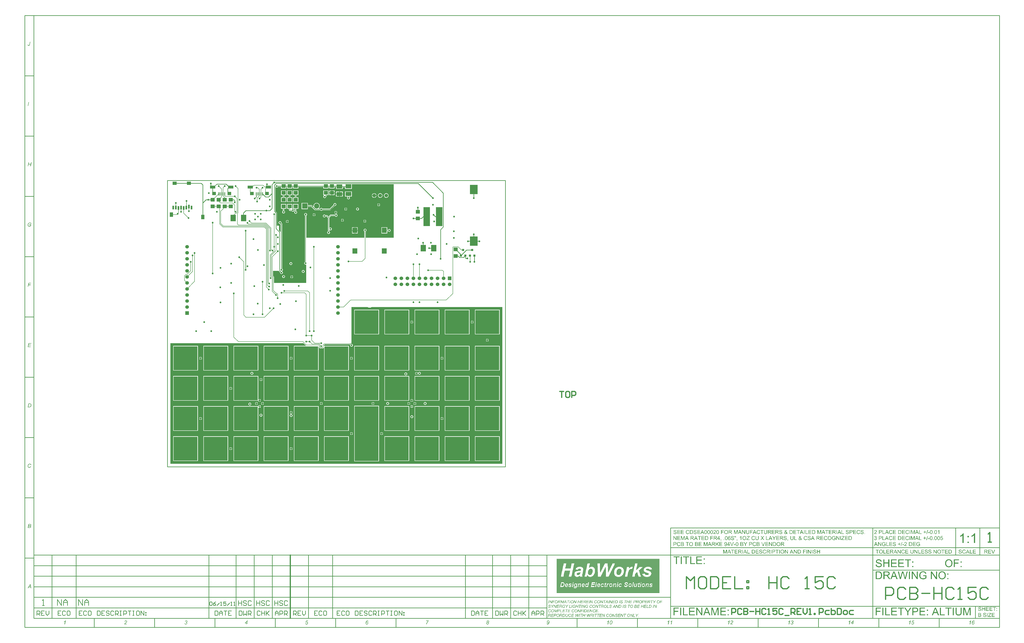
<source format=gtl>
%FSLAX23Y23*%
%MOIN*%
G70*
G01*
G75*
G04 Layer_Physical_Order=1*
G04 Layer_Color=255*
%ADD10R,0.035X0.037*%
%ADD11R,0.035X0.037*%
%ADD12R,0.071X0.063*%
%ADD13R,0.079X0.087*%
%ADD14R,0.055X0.075*%
%ADD15R,0.071X0.055*%
%ADD16R,0.031X0.059*%
%ADD17R,0.091X0.051*%
%ADD18R,0.016X0.053*%
%ADD19R,0.063X0.055*%
%ADD20R,0.085X0.108*%
%ADD21R,0.098X0.067*%
%ADD22R,0.106X0.315*%
%ADD23R,0.126X0.157*%
%ADD24R,0.394X0.394*%
%ADD25R,0.394X0.906*%
%ADD26C,0.008*%
%ADD27C,0.010*%
%ADD28C,0.007*%
%ADD29C,0.020*%
%ADD30C,0.004*%
%ADD31C,0.060*%
%ADD32R,0.060X0.060*%
%ADD33R,0.087X0.087*%
%ADD34C,0.087*%
%ADD35R,0.060X0.060*%
%ADD36C,0.030*%
G36*
X5550Y50D02*
X50D01*
Y2050D01*
X2253D01*
X2292Y2011D01*
X2293Y2007D01*
X2293D01*
X2291Y2005D01*
X2095D01*
Y1595D01*
X2505D01*
Y1999D01*
X2507Y2000D01*
X2511Y1997D01*
Y1989D01*
X2512Y1984D01*
X2514Y1980D01*
X2530Y1964D01*
D01*
X2530D01*
X2530Y1964D01*
X2530Y1964D01*
X2530D01*
D01*
X2530D01*
X2530Y1964D01*
Y1964D01*
X2530Y1964D01*
Y1964D01*
X2534Y1962D01*
X2539Y1961D01*
X2568D01*
X2573Y1962D01*
X2577Y1964D01*
X2589Y1976D01*
X2590Y1979D01*
X2595Y1977D01*
Y1595D01*
X3005D01*
Y2005D01*
X2596D01*
X2596Y2005D01*
Y2005D01*
X2595Y2005D01*
X2592Y2008D01*
Y2015D01*
X2605Y2028D01*
X2625D01*
X2628Y2028D01*
X3020D01*
X3028Y2021D01*
X3027Y2015D01*
X3028Y2006D01*
X3033Y1998D01*
X3041Y1993D01*
X3050Y1992D01*
X3059Y1993D01*
X3067Y1998D01*
X3072Y2006D01*
X3073Y2015D01*
X3072Y2024D01*
X3067Y2032D01*
X3059Y2037D01*
X3050Y2038D01*
X3044Y2037D01*
X3033Y2048D01*
X3034Y2050D01*
X3050D01*
Y2650D01*
X3315D01*
X3316Y2649D01*
X3326Y2643D01*
X3338Y2640D01*
X3350Y2639D01*
X3362Y2640D01*
X3374Y2643D01*
X3384Y2649D01*
X3385Y2650D01*
X5550D01*
Y50D01*
D02*
G37*
G36*
X3750Y3800D02*
X3287D01*
Y3906D01*
X3292Y3908D01*
X3297Y3916D01*
X3298Y3925D01*
X3297Y3934D01*
X3292Y3942D01*
X3284Y3947D01*
X3275Y3948D01*
X3266Y3947D01*
X3258Y3942D01*
X3253Y3934D01*
X3252Y3925D01*
X3253Y3916D01*
X3258Y3908D01*
X3263Y3906D01*
Y3800D01*
X2302D01*
Y4166D01*
X2307Y4168D01*
X2312Y4176D01*
X2313Y4185D01*
X2312Y4194D01*
X2307Y4202D01*
X2299Y4207D01*
X2290Y4208D01*
X2281Y4207D01*
X2273Y4202D01*
X2268Y4194D01*
X2267Y4185D01*
X2268Y4176D01*
X2273Y4168D01*
X2278Y4166D01*
Y3394D01*
X2273Y3392D01*
X2268Y3384D01*
X2267Y3375D01*
X2268Y3366D01*
X2273Y3358D01*
X2281Y3353D01*
X2290Y3352D01*
X2296Y3353D01*
X2300Y3350D01*
Y3050D01*
X1765D01*
Y3148D01*
X1764Y3152D01*
X1762Y3156D01*
X1750Y3168D01*
Y3250D01*
X1847D01*
Y3248D01*
X1848Y3243D01*
X1851Y3239D01*
X1867Y3223D01*
X1867Y3220D01*
X1868Y3211D01*
X1873Y3203D01*
X1881Y3198D01*
X1890Y3197D01*
X1899Y3198D01*
X1907Y3203D01*
X1912Y3211D01*
X1913Y3220D01*
X1912Y3229D01*
X1907Y3237D01*
X1899Y3242D01*
Y3245D01*
X1907Y3250D01*
X1912Y3258D01*
X1913Y3267D01*
X1912Y3276D01*
X1907Y3283D01*
X1903Y3286D01*
Y4025D01*
X1902Y4030D01*
X1899Y4034D01*
X1888Y4046D01*
X1888Y4050D01*
X1887Y4059D01*
X1882Y4067D01*
X1874Y4072D01*
X1865Y4073D01*
X1856Y4072D01*
X1848Y4067D01*
X1843Y4059D01*
X1842Y4050D01*
X1843Y4041D01*
X1848Y4033D01*
X1856Y4028D01*
X1865Y4027D01*
X1869Y4027D01*
X1877Y4020D01*
Y3897D01*
X1872Y3895D01*
X1869Y3899D01*
X1850Y3919D01*
Y4000D01*
X1811D01*
Y4212D01*
X1810Y4217D01*
X1807Y4221D01*
X1788Y4240D01*
Y4638D01*
X1793Y4639D01*
X1793Y4638D01*
X1801Y4633D01*
X1810Y4632D01*
X1819Y4633D01*
X1827Y4638D01*
X1829Y4642D01*
X1882D01*
Y4616D01*
X1968D01*
Y4642D01*
X1982D01*
Y4616D01*
X2068D01*
Y4642D01*
X2082D01*
Y4616D01*
X2168D01*
Y4642D01*
X2582D01*
Y4616D01*
X2668D01*
Y4642D01*
X2682D01*
Y4616D01*
X2768D01*
Y4642D01*
X2793D01*
Y4609D01*
X2907D01*
Y4637D01*
X2943D01*
Y4610D01*
X3057D01*
Y4686D01*
X3750D01*
Y3800D01*
D02*
G37*
%LPC*%
G36*
X1480Y1072D02*
Y1055D01*
X1497D01*
X1497Y1059D01*
X1492Y1067D01*
X1484Y1072D01*
X1480Y1072D01*
D02*
G37*
G36*
X1570D02*
X1566Y1072D01*
X1558Y1067D01*
X1553Y1059D01*
X1553Y1055D01*
X1570D01*
Y1072D01*
D02*
G37*
G36*
X1470D02*
X1466Y1072D01*
X1458Y1067D01*
X1453Y1059D01*
X1453Y1055D01*
X1470D01*
Y1072D01*
D02*
G37*
G36*
X4022Y1045D02*
X4005D01*
Y1028D01*
X4009Y1028D01*
X4017Y1033D01*
X4022Y1041D01*
X4022Y1045D01*
D02*
G37*
G36*
X4095D02*
X4078D01*
X4078Y1041D01*
X4083Y1033D01*
X4091Y1028D01*
X4095Y1028D01*
Y1045D01*
D02*
G37*
G36*
X4122D02*
X4105D01*
Y1028D01*
X4109Y1028D01*
X4117Y1033D01*
X4122Y1041D01*
X4122Y1045D01*
D02*
G37*
G36*
X3410Y1072D02*
Y1055D01*
X3427D01*
X3427Y1059D01*
X3422Y1067D01*
X3414Y1072D01*
X3410Y1072D01*
D02*
G37*
G36*
X3995D02*
X3991Y1072D01*
X3983Y1067D01*
X3978Y1059D01*
X3978Y1055D01*
X3995D01*
Y1072D01*
D02*
G37*
G36*
X4005D02*
Y1055D01*
X4022D01*
X4022Y1059D01*
X4017Y1067D01*
X4009Y1072D01*
X4005Y1072D01*
D02*
G37*
G36*
X3400D02*
X3396Y1072D01*
X3388Y1067D01*
X3383Y1059D01*
X3383Y1055D01*
X3400D01*
Y1072D01*
D02*
G37*
G36*
X1580D02*
Y1055D01*
X1597D01*
X1597Y1059D01*
X1592Y1067D01*
X1584Y1072D01*
X1580Y1072D01*
D02*
G37*
G36*
X2545D02*
X2541Y1072D01*
X2533Y1067D01*
X2528Y1059D01*
X2528Y1055D01*
X2545D01*
Y1072D01*
D02*
G37*
G36*
X2555D02*
Y1055D01*
X2572D01*
X2572Y1059D01*
X2567Y1067D01*
X2559Y1072D01*
X2555Y1072D01*
D02*
G37*
G36*
X3995Y1045D02*
X3978D01*
X3978Y1041D01*
X3983Y1033D01*
X3991Y1028D01*
X3995Y1028D01*
Y1045D01*
D02*
G37*
G36*
X3650Y1073D02*
X3641Y1072D01*
X3633Y1067D01*
X3628Y1059D01*
X3627Y1050D01*
X3628Y1041D01*
X3633Y1033D01*
X3641Y1028D01*
X3650Y1027D01*
X3659Y1028D01*
X3667Y1033D01*
X3672Y1041D01*
X3673Y1050D01*
X3672Y1059D01*
X3667Y1067D01*
X3659Y1072D01*
X3650Y1073D01*
D02*
G37*
G36*
X4270D02*
X4261Y1072D01*
X4253Y1067D01*
X4248Y1059D01*
X4246Y1050D01*
X4248Y1041D01*
X4253Y1033D01*
X4261Y1028D01*
X4270Y1027D01*
X4279Y1028D01*
X4286Y1033D01*
X4292Y1041D01*
X4293Y1050D01*
X4292Y1059D01*
X4286Y1067D01*
X4279Y1072D01*
X4270Y1073D01*
D02*
G37*
G36*
X1470Y1045D02*
X1453D01*
X1453Y1041D01*
X1458Y1033D01*
X1466Y1028D01*
X1470Y1028D01*
Y1045D01*
D02*
G37*
G36*
X4045Y1022D02*
X4041Y1022D01*
X4033Y1017D01*
X4028Y1009D01*
X4028Y1005D01*
X4045D01*
Y1022D01*
D02*
G37*
G36*
X4055D02*
Y1005D01*
X4072D01*
X4072Y1009D01*
X4067Y1017D01*
X4059Y1022D01*
X4055Y1022D01*
D02*
G37*
G36*
X1365Y1063D02*
X1356Y1062D01*
X1348Y1057D01*
X1343Y1049D01*
X1342Y1040D01*
X1343Y1031D01*
X1348Y1023D01*
X1356Y1018D01*
X1365Y1017D01*
X1374Y1018D01*
X1382Y1023D01*
X1387Y1031D01*
X1388Y1040D01*
X1387Y1049D01*
X1382Y1057D01*
X1374Y1062D01*
X1365Y1063D01*
D02*
G37*
G36*
X1497Y1045D02*
X1480D01*
Y1028D01*
X1484Y1028D01*
X1492Y1033D01*
X1497Y1041D01*
X1497Y1045D01*
D02*
G37*
G36*
X2572D02*
X2555D01*
Y1028D01*
X2559Y1028D01*
X2567Y1033D01*
X2572Y1041D01*
X2572Y1045D01*
D02*
G37*
G36*
X3400D02*
X3383D01*
X3383Y1041D01*
X3388Y1033D01*
X3396Y1028D01*
X3400Y1028D01*
Y1045D01*
D02*
G37*
G36*
X3427D02*
X3410D01*
Y1028D01*
X3414Y1028D01*
X3422Y1033D01*
X3427Y1041D01*
X3427Y1045D01*
D02*
G37*
G36*
X1570D02*
X1553D01*
X1553Y1041D01*
X1558Y1033D01*
X1566Y1028D01*
X1570Y1028D01*
Y1045D01*
D02*
G37*
G36*
X1597D02*
X1580D01*
Y1028D01*
X1584Y1028D01*
X1592Y1033D01*
X1597Y1041D01*
X1597Y1045D01*
D02*
G37*
G36*
X2545D02*
X2528D01*
X2528Y1041D01*
X2533Y1033D01*
X2541Y1028D01*
X2545Y1028D01*
Y1045D01*
D02*
G37*
G36*
X4045Y1122D02*
X4041Y1122D01*
X4033Y1117D01*
X4028Y1109D01*
X4028Y1105D01*
X4045D01*
Y1122D01*
D02*
G37*
G36*
X4055D02*
Y1105D01*
X4072D01*
X4072Y1109D01*
X4067Y1117D01*
X4059Y1122D01*
X4055Y1122D01*
D02*
G37*
G36*
X1045Y1295D02*
X1028D01*
X1028Y1291D01*
X1033Y1283D01*
X1041Y1278D01*
X1045Y1278D01*
Y1295D01*
D02*
G37*
G36*
X1530Y1122D02*
Y1105D01*
X1547D01*
X1547Y1109D01*
X1542Y1117D01*
X1534Y1122D01*
X1530Y1122D01*
D02*
G37*
G36*
X4505Y1505D02*
X4095D01*
Y1095D01*
X4505D01*
Y1505D01*
D02*
G37*
G36*
X5005D02*
X4595D01*
Y1095D01*
X5005D01*
Y1505D01*
D02*
G37*
G36*
X5505D02*
X5095D01*
Y1095D01*
X5505D01*
Y1505D01*
D02*
G37*
G36*
X1572Y1440D02*
X1555D01*
Y1423D01*
X1559Y1423D01*
X1567Y1428D01*
X1572Y1436D01*
X1572Y1440D01*
D02*
G37*
G36*
X1545Y1467D02*
X1541Y1467D01*
X1533Y1462D01*
X1528Y1454D01*
X1528Y1450D01*
X1545D01*
Y1467D01*
D02*
G37*
G36*
X1555D02*
Y1450D01*
X1572D01*
X1572Y1454D01*
X1567Y1462D01*
X1559Y1467D01*
X1555Y1467D01*
D02*
G37*
G36*
X1545Y1440D02*
X1528D01*
X1528Y1436D01*
X1533Y1428D01*
X1541Y1423D01*
X1545Y1423D01*
Y1440D01*
D02*
G37*
G36*
X1072Y1295D02*
X1055D01*
Y1278D01*
X1059Y1278D01*
X1067Y1283D01*
X1072Y1291D01*
X1072Y1295D01*
D02*
G37*
G36*
X1045Y1322D02*
X1041Y1322D01*
X1033Y1317D01*
X1028Y1309D01*
X1028Y1305D01*
X1045D01*
Y1322D01*
D02*
G37*
G36*
X1055D02*
Y1305D01*
X1072D01*
X1072Y1309D01*
X1067Y1317D01*
X1059Y1322D01*
X1055Y1322D01*
D02*
G37*
G36*
X4045Y1095D02*
X4028D01*
X4028Y1091D01*
X4033Y1083D01*
X4041Y1078D01*
X4045Y1078D01*
Y1095D01*
D02*
G37*
G36*
X4072D02*
X4055D01*
Y1078D01*
X4059Y1078D01*
X4067Y1083D01*
X4072Y1091D01*
X4072Y1095D01*
D02*
G37*
G36*
X1505Y1505D02*
X1095D01*
Y1095D01*
X1503D01*
X1503Y1095D01*
X1505D01*
Y1105D01*
X1520D01*
Y1122D01*
X1516Y1122D01*
X1509Y1117D01*
X1505Y1120D01*
Y1505D01*
D02*
G37*
G36*
X1547Y1095D02*
X1530D01*
Y1078D01*
X1534Y1078D01*
X1542Y1083D01*
X1547Y1091D01*
X1547Y1095D01*
D02*
G37*
G36*
X4095Y1072D02*
X4091Y1072D01*
X4083Y1067D01*
X4078Y1059D01*
X4078Y1055D01*
X4095D01*
Y1072D01*
D02*
G37*
G36*
X4105D02*
Y1055D01*
X4122D01*
X4122Y1059D01*
X4117Y1067D01*
X4109Y1072D01*
X4105Y1072D01*
D02*
G37*
G36*
X1520Y1095D02*
X1503D01*
X1503Y1091D01*
X1508Y1083D01*
X1516Y1078D01*
X1520Y1078D01*
Y1095D01*
D02*
G37*
G36*
X3005Y1505D02*
X2595D01*
Y1095D01*
X3005D01*
Y1505D01*
D02*
G37*
G36*
X3505D02*
X3095D01*
Y1095D01*
X3505D01*
Y1505D01*
D02*
G37*
G36*
X4005D02*
X3595D01*
Y1095D01*
X4005D01*
Y1505D01*
D02*
G37*
G36*
X2505D02*
X2095D01*
Y1095D01*
X2505D01*
Y1505D01*
D02*
G37*
G36*
X505D02*
X95D01*
Y1095D01*
X505D01*
Y1505D01*
D02*
G37*
G36*
X1005D02*
X595D01*
Y1095D01*
X1005D01*
Y1505D01*
D02*
G37*
G36*
X2005D02*
X1595D01*
Y1095D01*
X2005D01*
Y1505D01*
D02*
G37*
G36*
X1530Y1022D02*
Y1005D01*
X1547D01*
X1547Y1009D01*
X1542Y1017D01*
X1534Y1022D01*
X1530Y1022D01*
D02*
G37*
G36*
X2055Y322D02*
Y305D01*
X2072D01*
X2072Y309D01*
X2067Y317D01*
X2059Y322D01*
X2055Y322D01*
D02*
G37*
G36*
X3045Y545D02*
X3028D01*
X3028Y541D01*
X3033Y533D01*
X3041Y528D01*
X3045Y528D01*
Y545D01*
D02*
G37*
G36*
X3072D02*
X3055D01*
Y528D01*
X3059Y528D01*
X3067Y533D01*
X3072Y541D01*
X3072Y545D01*
D02*
G37*
G36*
X2045Y322D02*
X2041Y322D01*
X2033Y317D01*
X2028Y309D01*
X2028Y305D01*
X2045D01*
Y322D01*
D02*
G37*
G36*
X2072Y295D02*
X2055D01*
Y278D01*
X2059Y278D01*
X2067Y283D01*
X2072Y291D01*
X2072Y295D01*
D02*
G37*
G36*
X1045Y322D02*
X1041Y322D01*
X1033Y317D01*
X1028Y309D01*
X1028Y305D01*
X1045D01*
Y322D01*
D02*
G37*
G36*
X1055D02*
Y305D01*
X1072D01*
X1072Y309D01*
X1067Y317D01*
X1059Y322D01*
X1055Y322D01*
D02*
G37*
G36*
X3545Y572D02*
X3541Y572D01*
X3533Y567D01*
X3528Y559D01*
X3528Y555D01*
X3545D01*
Y572D01*
D02*
G37*
G36*
X3555D02*
Y555D01*
X3572D01*
X3572Y559D01*
X3567Y567D01*
X3559Y572D01*
X3555Y572D01*
D02*
G37*
G36*
X505Y1005D02*
X95D01*
Y595D01*
X505D01*
Y1005D01*
D02*
G37*
G36*
X3055Y572D02*
Y555D01*
X3072D01*
X3072Y559D01*
X3067Y567D01*
X3059Y572D01*
X3055Y572D01*
D02*
G37*
G36*
X3545Y545D02*
X3528D01*
X3528Y541D01*
X3533Y533D01*
X3541Y528D01*
X3545Y528D01*
Y545D01*
D02*
G37*
G36*
X3572D02*
X3555D01*
Y528D01*
X3559Y528D01*
X3567Y533D01*
X3572Y541D01*
X3572Y545D01*
D02*
G37*
G36*
X3045Y572D02*
X3041Y572D01*
X3033Y567D01*
X3028Y559D01*
X3028Y555D01*
X3045D01*
Y572D01*
D02*
G37*
G36*
X2005Y505D02*
X1595D01*
Y95D01*
X2005D01*
Y505D01*
D02*
G37*
G36*
X2505D02*
X2095D01*
Y95D01*
X2505D01*
Y505D01*
D02*
G37*
G36*
X3005D02*
X2595D01*
Y95D01*
X3005D01*
Y505D01*
D02*
G37*
G36*
X1505D02*
X1095D01*
Y95D01*
X1505D01*
Y505D01*
D02*
G37*
G36*
X3505Y1011D02*
X3095D01*
Y89D01*
X3505D01*
Y1011D01*
D02*
G37*
G36*
X505Y505D02*
X95D01*
Y95D01*
X505D01*
Y505D01*
D02*
G37*
G36*
X1005D02*
X595D01*
Y95D01*
X1005D01*
Y505D01*
D02*
G37*
G36*
X1045Y295D02*
X1028D01*
X1028Y291D01*
X1033Y283D01*
X1041Y278D01*
X1045Y278D01*
Y295D01*
D02*
G37*
G36*
X1072D02*
X1055D01*
Y278D01*
X1059Y278D01*
X1067Y283D01*
X1072Y291D01*
X1072Y295D01*
D02*
G37*
G36*
X2045D02*
X2028D01*
X2028Y291D01*
X2033Y283D01*
X2041Y278D01*
X2045Y278D01*
Y295D01*
D02*
G37*
G36*
X5505Y505D02*
X5095D01*
Y95D01*
X5505D01*
Y505D01*
D02*
G37*
G36*
X4005D02*
X3595D01*
Y95D01*
X4005D01*
Y505D01*
D02*
G37*
G36*
X4505D02*
X4095D01*
Y95D01*
X4505D01*
Y505D01*
D02*
G37*
G36*
X5005D02*
X4595D01*
Y95D01*
X5005D01*
Y505D01*
D02*
G37*
G36*
X1550Y879D02*
X1541Y877D01*
X1533Y872D01*
X1528Y864D01*
X1527Y855D01*
X1528Y846D01*
X1533Y839D01*
X1541Y833D01*
X1550Y832D01*
X1559Y833D01*
X1567Y839D01*
X1572Y846D01*
X1573Y855D01*
X1572Y864D01*
X1567Y872D01*
X1559Y877D01*
X1550Y879D01*
D02*
G37*
G36*
X2045Y895D02*
X2028D01*
X2028Y891D01*
X2033Y883D01*
X2041Y878D01*
X2045Y878D01*
Y895D01*
D02*
G37*
G36*
X2072D02*
X2055D01*
Y878D01*
X2059Y878D01*
X2067Y883D01*
X2072Y891D01*
X2072Y895D01*
D02*
G37*
G36*
X2045Y877D02*
Y873D01*
X2041Y872D01*
X2033Y867D01*
X2028Y859D01*
X2027Y850D01*
X2028Y841D01*
X2033Y833D01*
X2041Y828D01*
X2050Y827D01*
X2059Y828D01*
X2067Y833D01*
X2072Y841D01*
X2073Y850D01*
X2072Y859D01*
X2067Y867D01*
X2059Y872D01*
X2055Y873D01*
Y877D01*
X2050Y877D01*
X2045Y877D01*
D02*
G37*
G36*
X4545Y822D02*
X4541Y822D01*
X4533Y817D01*
X4528Y809D01*
X4528Y805D01*
X4545D01*
Y822D01*
D02*
G37*
G36*
X4555D02*
Y805D01*
X4572D01*
X4572Y809D01*
X4567Y817D01*
X4559Y822D01*
X4555Y822D01*
D02*
G37*
G36*
X4050Y854D02*
X4041Y852D01*
X4033Y847D01*
X4028Y839D01*
X4027Y830D01*
X4028Y821D01*
X4033Y814D01*
X4041Y808D01*
X4050Y807D01*
X4059Y808D01*
X4067Y814D01*
X4072Y821D01*
X4073Y830D01*
X4072Y839D01*
X4067Y847D01*
X4059Y852D01*
X4050Y854D01*
D02*
G37*
G36*
X4045Y995D02*
X4028D01*
X4028Y991D01*
X4033Y983D01*
X4041Y978D01*
X4045Y978D01*
Y995D01*
D02*
G37*
G36*
X4072D02*
X4055D01*
Y978D01*
X4059Y978D01*
X4067Y983D01*
X4072Y991D01*
X4072Y995D01*
D02*
G37*
G36*
X1520Y1022D02*
X1516Y1022D01*
X1508Y1017D01*
X1503Y1009D01*
X1503Y1005D01*
X1520D01*
Y1022D01*
D02*
G37*
G36*
X1547Y995D02*
X1530D01*
Y978D01*
X1534Y978D01*
X1542Y983D01*
X1547Y991D01*
X1547Y995D01*
D02*
G37*
G36*
X2045Y922D02*
X2041Y922D01*
X2033Y917D01*
X2028Y909D01*
X2028Y905D01*
X2045D01*
Y922D01*
D02*
G37*
G36*
X2055D02*
Y905D01*
X2072D01*
X2072Y909D01*
X2067Y917D01*
X2059Y922D01*
X2055Y922D01*
D02*
G37*
G36*
X1505Y1005D02*
X1503D01*
X1503Y1005D01*
X1095D01*
Y595D01*
X1505D01*
Y980D01*
X1509Y983D01*
X1516Y978D01*
X1520Y978D01*
Y995D01*
X1505D01*
Y1005D01*
D02*
G37*
G36*
X4005Y1005D02*
X3595D01*
Y595D01*
X4005D01*
Y1005D01*
D02*
G37*
G36*
X4505D02*
X4095D01*
Y595D01*
X4505D01*
Y1005D01*
D02*
G37*
G36*
X5005D02*
X4595D01*
Y595D01*
X5005D01*
Y1005D01*
D02*
G37*
G36*
X3005D02*
X2595D01*
Y595D01*
X3005D01*
Y1005D01*
D02*
G37*
G36*
X1005D02*
X595D01*
Y595D01*
X1005D01*
Y1005D01*
D02*
G37*
G36*
X2005D02*
X1595D01*
Y595D01*
X2005D01*
Y1005D01*
D02*
G37*
G36*
X2505D02*
X2095D01*
Y595D01*
X2505D01*
Y1005D01*
D02*
G37*
G36*
X4572Y795D02*
X4555D01*
Y778D01*
X4559Y778D01*
X4567Y783D01*
X4572Y791D01*
X4572Y795D01*
D02*
G37*
G36*
X545Y822D02*
X541Y822D01*
X533Y817D01*
X528Y809D01*
X528Y805D01*
X545D01*
Y822D01*
D02*
G37*
G36*
X555D02*
Y805D01*
X572D01*
X572Y809D01*
X567Y817D01*
X559Y822D01*
X555Y822D01*
D02*
G37*
G36*
X4545Y795D02*
X4528D01*
X4528Y791D01*
X4533Y783D01*
X4541Y778D01*
X4545Y778D01*
Y795D01*
D02*
G37*
G36*
X5505Y1005D02*
X5095D01*
Y595D01*
X5505D01*
Y1005D01*
D02*
G37*
G36*
X545Y795D02*
X528D01*
X528Y791D01*
X533Y783D01*
X541Y778D01*
X545Y778D01*
Y795D01*
D02*
G37*
G36*
X572D02*
X555D01*
Y778D01*
X559Y778D01*
X567Y783D01*
X572Y791D01*
X572Y795D01*
D02*
G37*
G36*
X3950Y1563D02*
X3941Y1562D01*
X3933Y1557D01*
X3928Y1549D01*
X3927Y1540D01*
X3928Y1531D01*
X3933Y1523D01*
X3941Y1518D01*
X3950Y1517D01*
X3959Y1518D01*
X3967Y1523D01*
X3972Y1531D01*
X3973Y1540D01*
X3972Y1549D01*
X3967Y1557D01*
X3959Y1562D01*
X3950Y1563D01*
D02*
G37*
G36*
X2425Y4202D02*
X2421Y4202D01*
X2413Y4197D01*
X2408Y4189D01*
X2408Y4185D01*
X2425D01*
Y4202D01*
D02*
G37*
G36*
X2435D02*
Y4185D01*
X2452D01*
X2452Y4189D01*
X2447Y4197D01*
X2439Y4202D01*
X2435Y4202D01*
D02*
G37*
G36*
X2812Y4215D02*
X2795D01*
Y4198D01*
X2790Y4197D01*
X2788Y4197D01*
Y4192D01*
X2786Y4192D01*
X2778Y4187D01*
X2776Y4182D01*
X2705D01*
X2700Y4181D01*
X2696Y4179D01*
X2670Y4152D01*
X2654Y4169D01*
X2650Y4171D01*
X2645Y4172D01*
X2619D01*
X2617Y4177D01*
X2609Y4182D01*
X2600Y4183D01*
X2591Y4182D01*
X2583Y4177D01*
X2578Y4169D01*
X2577Y4160D01*
X2578Y4151D01*
X2583Y4143D01*
X2591Y4138D01*
X2600Y4137D01*
X2609Y4138D01*
X2617Y4143D01*
X2619Y4148D01*
X2640D01*
X2658Y4130D01*
Y3904D01*
X2653Y3902D01*
X2648Y3894D01*
X2647Y3885D01*
X2648Y3876D01*
X2653Y3868D01*
X2661Y3863D01*
X2670Y3862D01*
X2679Y3863D01*
X2687Y3868D01*
X2692Y3876D01*
X2693Y3885D01*
X2692Y3894D01*
X2687Y3902D01*
X2682Y3904D01*
Y3924D01*
X2687Y3926D01*
X2691Y3923D01*
X2700Y3922D01*
X2709Y3923D01*
X2717Y3928D01*
X2722Y3936D01*
X2723Y3945D01*
X2722Y3954D01*
X2717Y3962D01*
X2709Y3967D01*
X2700Y3968D01*
X2691Y3967D01*
X2687Y3964D01*
X2682Y3966D01*
Y4130D01*
X2710Y4158D01*
X2776D01*
X2778Y4153D01*
X2786Y4148D01*
X2795Y4147D01*
X2804Y4148D01*
X2812Y4153D01*
X2817Y4161D01*
X2818Y4170D01*
X2817Y4179D01*
X2812Y4187D01*
X2804Y4192D01*
X2797Y4193D01*
Y4198D01*
X2799Y4198D01*
X2807Y4203D01*
X2812Y4211D01*
X2812Y4215D01*
D02*
G37*
G36*
X2452Y4175D02*
X2435D01*
Y4158D01*
X2439Y4158D01*
X2447Y4163D01*
X2452Y4171D01*
X2452Y4175D01*
D02*
G37*
G36*
X2895Y4112D02*
X2891Y4112D01*
X2883Y4107D01*
X2878Y4099D01*
X2878Y4095D01*
X2895D01*
Y4112D01*
D02*
G37*
G36*
X2905D02*
Y4095D01*
X2922D01*
X2922Y4099D01*
X2917Y4107D01*
X2909Y4112D01*
X2905Y4112D01*
D02*
G37*
G36*
X2425Y4175D02*
X2408D01*
X2408Y4171D01*
X2413Y4163D01*
X2421Y4158D01*
X2425Y4158D01*
Y4175D01*
D02*
G37*
G36*
X2795Y4242D02*
Y4225D01*
X2812D01*
X2812Y4229D01*
X2807Y4237D01*
X2799Y4242D01*
X2795Y4242D01*
D02*
G37*
G36*
X2068Y4359D02*
X1982D01*
Y4280D01*
X2013D01*
Y4265D01*
X2013Y4265D01*
X2013D01*
X2014Y4260D01*
X2016Y4256D01*
X2026Y4246D01*
X2030Y4244D01*
X2035Y4243D01*
X2061D01*
X2063Y4238D01*
X2071Y4233D01*
X2080Y4232D01*
X2089Y4233D01*
X2097Y4238D01*
X2102Y4246D01*
X2103Y4255D01*
X2102Y4264D01*
X2097Y4272D01*
X2089Y4277D01*
X2080Y4278D01*
X2071Y4277D01*
D01*
X2071D01*
X2071Y4277D01*
X2071Y4277D01*
X2071Y4277D01*
X2068Y4280D01*
D01*
D01*
Y4281D01*
X2068D01*
Y4359D01*
D02*
G37*
G36*
X3150Y4298D02*
X3141Y4297D01*
X3133Y4292D01*
X3128Y4284D01*
X3127Y4275D01*
X3128Y4266D01*
X3133Y4258D01*
X3141Y4253D01*
X3150Y4252D01*
X3159Y4253D01*
X3167Y4258D01*
X3172Y4266D01*
X3173Y4275D01*
X3172Y4284D01*
X3167Y4292D01*
X3159Y4297D01*
X3150Y4298D01*
D02*
G37*
G36*
X2785Y4242D02*
X2781Y4242D01*
X2773Y4237D01*
X2768Y4229D01*
X2768Y4225D01*
X2785D01*
Y4242D01*
D02*
G37*
G36*
X2168Y4359D02*
X2082D01*
Y4280D01*
X2113D01*
Y4239D01*
X2108Y4237D01*
X2103Y4229D01*
X2102Y4220D01*
X2103Y4211D01*
X2108Y4203D01*
X2116Y4198D01*
X2125Y4197D01*
X2134Y4198D01*
X2142Y4203D01*
X2147Y4211D01*
X2148Y4220D01*
X2147Y4229D01*
X2142Y4237D01*
X2137Y4239D01*
Y4280D01*
X2168D01*
Y4359D01*
D02*
G37*
G36*
X2785Y4215D02*
X2768D01*
X2768Y4211D01*
X2773Y4203D01*
X2781Y4198D01*
X2785Y4198D01*
Y4215D01*
D02*
G37*
G36*
X1968Y4359D02*
X1882D01*
Y4280D01*
X1913D01*
Y4244D01*
X1908Y4242D01*
X1903Y4234D01*
X1902Y4225D01*
X1903Y4216D01*
X1908Y4208D01*
X1916Y4203D01*
X1925Y4202D01*
X1934Y4203D01*
X1942Y4208D01*
X1947Y4216D01*
X1948Y4225D01*
X1947Y4234D01*
X1942Y4242D01*
X1937Y4244D01*
Y4280D01*
X1968D01*
Y4359D01*
D02*
G37*
G36*
X1980Y4065D02*
X1963D01*
X1963Y4061D01*
X1968Y4053D01*
X1976Y4048D01*
X1980Y4048D01*
Y4065D01*
D02*
G37*
G36*
X2007D02*
X1990D01*
Y4048D01*
X1994Y4048D01*
X2002Y4053D01*
X2007Y4061D01*
X2007Y4065D01*
D02*
G37*
G36*
X3265Y4070D02*
X3248D01*
X3248Y4066D01*
X3253Y4058D01*
X3261Y4053D01*
X3265Y4053D01*
Y4070D01*
D02*
G37*
G36*
X3153Y3973D02*
X3111D01*
Y3926D01*
X3153D01*
Y3973D01*
D02*
G37*
G36*
Y3916D02*
X3111D01*
Y3870D01*
X3153D01*
Y3916D01*
D02*
G37*
G36*
X3641Y3973D02*
X3547D01*
Y3870D01*
X3641D01*
Y3909D01*
X3655D01*
X3658Y3903D01*
X3666Y3898D01*
X3675Y3897D01*
X3684Y3898D01*
X3692Y3903D01*
X3697Y3911D01*
X3698Y3920D01*
X3697Y3929D01*
X3692Y3937D01*
X3684Y3942D01*
X3675Y3943D01*
X3666Y3942D01*
X3658Y3937D01*
X3656Y3933D01*
X3641D01*
Y3973D01*
D02*
G37*
G36*
X3101D02*
X3059D01*
Y3926D01*
X3101D01*
Y3973D01*
D02*
G37*
G36*
X1990Y4092D02*
Y4075D01*
X2007D01*
X2007Y4079D01*
X2002Y4087D01*
X1994Y4092D01*
X1990Y4092D01*
D02*
G37*
G36*
X3265Y4097D02*
X3261Y4097D01*
X3253Y4092D01*
X3248Y4084D01*
X3248Y4080D01*
X3265D01*
Y4097D01*
D02*
G37*
G36*
X3275D02*
Y4080D01*
X3292D01*
X3292Y4084D01*
X3287Y4092D01*
X3279Y4097D01*
X3275Y4097D01*
D02*
G37*
G36*
X1980Y4092D02*
X1976Y4092D01*
X1968Y4087D01*
X1963Y4079D01*
X1963Y4075D01*
X1980D01*
Y4092D01*
D02*
G37*
G36*
X3292Y4070D02*
X3275D01*
Y4053D01*
X3279Y4053D01*
X3287Y4058D01*
X3292Y4066D01*
X3292Y4070D01*
D02*
G37*
G36*
X2895Y4085D02*
X2878D01*
X2878Y4081D01*
X2883Y4073D01*
X2891Y4068D01*
X2895Y4068D01*
Y4085D01*
D02*
G37*
G36*
X2922D02*
X2905D01*
Y4068D01*
X2909Y4068D01*
X2917Y4073D01*
X2922Y4081D01*
X2922Y4085D01*
D02*
G37*
G36*
X2845Y4519D02*
X2793D01*
Y4483D01*
X2845D01*
Y4519D01*
D02*
G37*
G36*
X2907D02*
X2855D01*
Y4483D01*
X2907D01*
Y4519D01*
D02*
G37*
G36*
X3420Y4538D02*
X3415Y4537D01*
X3406Y4533D01*
X3398Y4527D01*
X3392Y4519D01*
X3388Y4510D01*
X3387Y4505D01*
X3420D01*
Y4538D01*
D02*
G37*
G36*
X3463Y4495D02*
X3430D01*
Y4462D01*
X3435Y4463D01*
X3444Y4467D01*
X3452Y4473D01*
X3458Y4481D01*
X3462Y4490D01*
X3463Y4495D01*
D02*
G37*
G36*
X3525Y4538D02*
X3515Y4537D01*
X3506Y4533D01*
X3498Y4527D01*
X3492Y4519D01*
X3488Y4510D01*
X3487Y4500D01*
X3488Y4490D01*
X3492Y4481D01*
X3498Y4473D01*
X3506Y4467D01*
X3515Y4463D01*
X3525Y4462D01*
X3535Y4463D01*
X3544Y4467D01*
X3552Y4473D01*
X3558Y4481D01*
X3562Y4490D01*
X3563Y4500D01*
X3562Y4510D01*
X3558Y4519D01*
X3552Y4527D01*
X3544Y4533D01*
X3535Y4537D01*
X3525Y4538D01*
D02*
G37*
G36*
X3625D02*
X3615Y4537D01*
X3606Y4533D01*
X3598Y4527D01*
X3592Y4519D01*
X3588Y4510D01*
X3587Y4500D01*
X3588Y4490D01*
X3592Y4481D01*
X3598Y4473D01*
X3606Y4467D01*
X3615Y4463D01*
X3625Y4462D01*
X3635Y4463D01*
X3644Y4467D01*
X3652Y4473D01*
X3658Y4481D01*
X3662Y4490D01*
X3663Y4500D01*
X3662Y4510D01*
X3658Y4519D01*
X3652Y4527D01*
X3644Y4533D01*
X3635Y4537D01*
X3625Y4538D01*
D02*
G37*
G36*
X3420Y4495D02*
X3387D01*
X3388Y4490D01*
X3392Y4481D01*
X3398Y4473D01*
X3406Y4467D01*
X3415Y4463D01*
X3420Y4462D01*
Y4495D01*
D02*
G37*
G36*
X2907Y4565D02*
X2855D01*
Y4529D01*
X2907D01*
Y4565D01*
D02*
G37*
G36*
X2720Y4584D02*
X2682D01*
Y4550D01*
X2720D01*
Y4584D01*
D02*
G37*
G36*
X2768D02*
X2730D01*
Y4550D01*
X2768D01*
Y4584D01*
D02*
G37*
G36*
X2845Y4565D02*
X2793D01*
Y4529D01*
X2845D01*
Y4565D01*
D02*
G37*
G36*
X3430Y4538D02*
Y4505D01*
X3463D01*
X3462Y4510D01*
X3458Y4519D01*
X3452Y4527D01*
X3444Y4533D01*
X3435Y4537D01*
X3430Y4538D01*
D02*
G37*
G36*
X2720Y4540D02*
X2682D01*
Y4505D01*
X2720D01*
Y4540D01*
D02*
G37*
G36*
X2768D02*
X2730D01*
Y4505D01*
X2768D01*
Y4540D01*
D02*
G37*
G36*
X2472Y4377D02*
X2458Y4375D01*
X2446Y4370D01*
X2435Y4362D01*
X2427Y4351D01*
X2422Y4338D01*
X2420Y4325D01*
X2420Y4322D01*
X2416Y4320D01*
X2402Y4334D01*
X2397Y4337D01*
X2392Y4338D01*
X2326D01*
Y4376D01*
X2224D01*
Y4274D01*
X2326D01*
Y4312D01*
X2387D01*
X2439Y4259D01*
X2439Y4259D01*
X2439D01*
X2439Y4259D01*
X2439D01*
X2439Y4259D01*
Y4259D01*
Y4259D01*
D01*
D01*
X2439D01*
Y4259D01*
X2443Y4256D01*
X2449Y4255D01*
X2532D01*
X2533Y4253D01*
X2541Y4248D01*
X2550Y4247D01*
X2559Y4248D01*
X2567Y4253D01*
X2569Y4257D01*
X2695D01*
X2700Y4258D01*
X2704Y4261D01*
X2704Y4261D01*
X2704Y4261D01*
X2771Y4327D01*
X2775Y4327D01*
X2784Y4328D01*
X2792Y4333D01*
X2797Y4341D01*
X2798Y4350D01*
X2797Y4359D01*
X2792Y4367D01*
X2784Y4372D01*
X2775Y4373D01*
X2766Y4372D01*
X2758Y4367D01*
X2753Y4359D01*
X2752Y4350D01*
X2752Y4346D01*
X2690Y4283D01*
X2569D01*
X2567Y4287D01*
X2559Y4292D01*
X2550Y4293D01*
X2541Y4292D01*
X2533Y4287D01*
X2530Y4282D01*
X2508D01*
X2506Y4287D01*
X2508Y4288D01*
X2517Y4299D01*
X2522Y4312D01*
X2524Y4325D01*
X2522Y4338D01*
X2517Y4351D01*
X2508Y4362D01*
X2498Y4370D01*
X2485Y4375D01*
X2472Y4377D01*
D02*
G37*
G36*
X3495Y4340D02*
X3478D01*
X3478Y4336D01*
X3483Y4328D01*
X3491Y4323D01*
X3495Y4323D01*
Y4340D01*
D02*
G37*
G36*
X3522D02*
X3505D01*
Y4323D01*
X3509Y4323D01*
X3517Y4328D01*
X3522Y4336D01*
X3522Y4340D01*
D02*
G37*
G36*
X2960Y4297D02*
Y4280D01*
X2977D01*
X2977Y4284D01*
X2972Y4292D01*
X2964Y4297D01*
X2960Y4297D01*
D02*
G37*
G36*
X2950Y4270D02*
X2933D01*
X2933Y4266D01*
X2938Y4258D01*
X2946Y4253D01*
X2950Y4253D01*
Y4270D01*
D02*
G37*
G36*
X2977D02*
X2960D01*
Y4253D01*
X2964Y4253D01*
X2972Y4258D01*
X2977Y4266D01*
X2977Y4270D01*
D02*
G37*
G36*
X2950Y4297D02*
X2946Y4297D01*
X2938Y4292D01*
X2933Y4284D01*
X2933Y4280D01*
X2950D01*
Y4297D01*
D02*
G37*
G36*
X2168Y4584D02*
X2082D01*
Y4505D01*
X2112D01*
Y4470D01*
X2082D01*
Y4391D01*
X2168D01*
Y4470D01*
X2138D01*
Y4505D01*
X2168D01*
Y4584D01*
D02*
G37*
G36*
X3057Y4566D02*
X2943D01*
Y4484D01*
X2985D01*
X2987Y4479D01*
X2983Y4477D01*
X2978Y4469D01*
X2977Y4460D01*
X2978Y4451D01*
X2983Y4443D01*
X2991Y4438D01*
X3000Y4437D01*
X3009Y4438D01*
X3017Y4443D01*
X3022Y4451D01*
X3023Y4460D01*
X3022Y4469D01*
X3017Y4477D01*
X3012Y4479D01*
Y4484D01*
X3057D01*
Y4566D01*
D02*
G37*
G36*
X2668Y4584D02*
X2582D01*
Y4505D01*
X2593D01*
X2594Y4501D01*
X2588Y4497D01*
X2583Y4489D01*
X2582Y4480D01*
X2583Y4471D01*
X2588Y4463D01*
X2596Y4458D01*
X2605Y4457D01*
X2614Y4458D01*
X2622Y4463D01*
X2627Y4471D01*
X2627Y4475D01*
X2634Y4481D01*
X2636Y4485D01*
X2637Y4490D01*
Y4505D01*
X2668D01*
Y4584D01*
D02*
G37*
G36*
X2068D02*
X1982D01*
Y4505D01*
X2012D01*
Y4470D01*
X1982D01*
Y4391D01*
X2068D01*
Y4470D01*
X2038D01*
Y4505D01*
X2068D01*
Y4584D01*
D02*
G37*
G36*
X3495Y4367D02*
X3491Y4367D01*
X3483Y4362D01*
X3478Y4354D01*
X3478Y4350D01*
X3495D01*
Y4367D01*
D02*
G37*
G36*
X3505D02*
Y4350D01*
X3522D01*
X3522Y4354D01*
X3517Y4362D01*
X3509Y4367D01*
X3505Y4367D01*
D02*
G37*
G36*
X1968Y4584D02*
X1882D01*
Y4505D01*
X1912D01*
Y4470D01*
X1882D01*
Y4391D01*
X1968D01*
Y4470D01*
X1938D01*
Y4505D01*
X1968D01*
Y4584D01*
D02*
G37*
G36*
X2072Y1795D02*
X2055D01*
Y1778D01*
X2059Y1778D01*
X2067Y1783D01*
X2072Y1791D01*
X2072Y1795D01*
D02*
G37*
G36*
X3045D02*
X3028D01*
X3028Y1791D01*
X3033Y1783D01*
X3041Y1778D01*
X3045Y1778D01*
Y1795D01*
D02*
G37*
G36*
X3072D02*
X3055D01*
Y1778D01*
X3059Y1778D01*
X3067Y1783D01*
X3072Y1791D01*
X3072Y1795D01*
D02*
G37*
G36*
X2045D02*
X2028D01*
X2028Y1791D01*
X2033Y1783D01*
X2041Y1778D01*
X2045Y1778D01*
Y1795D01*
D02*
G37*
G36*
X5505Y2005D02*
X5095D01*
Y1595D01*
X5505D01*
Y2005D01*
D02*
G37*
G36*
X545Y1795D02*
X528D01*
X528Y1791D01*
X533Y1783D01*
X541Y1778D01*
X545Y1778D01*
Y1795D01*
D02*
G37*
G36*
X572D02*
X555D01*
Y1778D01*
X559Y1778D01*
X567Y1783D01*
X572Y1791D01*
X572Y1795D01*
D02*
G37*
G36*
X2045Y1822D02*
X2041Y1822D01*
X2033Y1817D01*
X2028Y1809D01*
X2028Y1805D01*
X2045D01*
Y1822D01*
D02*
G37*
G36*
X2055D02*
Y1805D01*
X2072D01*
X2072Y1809D01*
X2067Y1817D01*
X2059Y1822D01*
X2055Y1822D01*
D02*
G37*
G36*
X3045D02*
X3041Y1822D01*
X3033Y1817D01*
X3028Y1809D01*
X3028Y1805D01*
X3045D01*
Y1822D01*
D02*
G37*
G36*
X555D02*
Y1805D01*
X572D01*
X572Y1809D01*
X567Y1817D01*
X559Y1822D01*
X555Y1822D01*
D02*
G37*
G36*
X4545Y1795D02*
X4528D01*
X4528Y1791D01*
X4533Y1783D01*
X4541Y1778D01*
X4545Y1778D01*
Y1795D01*
D02*
G37*
G36*
X4572D02*
X4555D01*
Y1778D01*
X4559Y1778D01*
X4567Y1783D01*
X4572Y1791D01*
X4572Y1795D01*
D02*
G37*
G36*
X545Y1822D02*
X541Y1822D01*
X533Y1817D01*
X528Y1809D01*
X528Y1805D01*
X545D01*
Y1822D01*
D02*
G37*
G36*
X4120Y1572D02*
X4116Y1572D01*
X4108Y1567D01*
X4103Y1559D01*
X4103Y1555D01*
X4120D01*
Y1572D01*
D02*
G37*
G36*
X4130D02*
Y1555D01*
X4147D01*
X4147Y1559D01*
X4142Y1567D01*
X4134Y1572D01*
X4130Y1572D01*
D02*
G37*
G36*
X505Y2005D02*
X95D01*
Y1595D01*
X505D01*
Y2005D01*
D02*
G37*
G36*
X4147Y1545D02*
X4130D01*
Y1528D01*
X4134Y1528D01*
X4142Y1533D01*
X4147Y1541D01*
X4147Y1545D01*
D02*
G37*
G36*
X1400Y1573D02*
X1391Y1572D01*
X1383Y1567D01*
X1378Y1559D01*
X1377Y1550D01*
X1378Y1541D01*
X1383Y1533D01*
X1391Y1528D01*
X1400Y1527D01*
X1409Y1528D01*
X1417Y1533D01*
X1422Y1541D01*
X1423Y1550D01*
X1422Y1559D01*
X1417Y1567D01*
X1409Y1572D01*
X1400Y1573D01*
D02*
G37*
G36*
X4175D02*
X4166Y1572D01*
X4158Y1567D01*
X4153Y1559D01*
X4153Y1555D01*
X4148D01*
X4148Y1550D01*
X4148Y1545D01*
X4153D01*
X4153Y1541D01*
X4158Y1533D01*
X4166Y1528D01*
X4175Y1527D01*
X4184Y1528D01*
X4192Y1533D01*
X4197Y1541D01*
X4198Y1550D01*
X4197Y1559D01*
X4192Y1567D01*
X4184Y1572D01*
X4175Y1573D01*
D02*
G37*
G36*
X4120Y1545D02*
X4103D01*
X4103Y1541D01*
X4108Y1533D01*
X4116Y1528D01*
X4120Y1528D01*
Y1545D01*
D02*
G37*
G36*
X4005Y2005D02*
X3595D01*
Y1595D01*
X4005D01*
Y2005D01*
D02*
G37*
G36*
X4505D02*
X4095D01*
Y1595D01*
X4505D01*
Y2005D01*
D02*
G37*
G36*
X5005D02*
X4595D01*
Y1595D01*
X5005D01*
Y2005D01*
D02*
G37*
G36*
X3505D02*
X3095D01*
Y1595D01*
X3505D01*
Y2005D01*
D02*
G37*
G36*
X1005D02*
X595D01*
Y1595D01*
X1005D01*
Y2005D01*
D02*
G37*
G36*
X1505D02*
X1095D01*
Y1595D01*
X1505D01*
Y2005D01*
D02*
G37*
G36*
X2005D02*
X1595D01*
Y1595D01*
X2005D01*
Y2005D01*
D02*
G37*
G36*
X5045Y2422D02*
X5041Y2422D01*
X5033Y2417D01*
X5028Y2409D01*
X5028Y2405D01*
X5045D01*
Y2422D01*
D02*
G37*
G36*
X5055D02*
Y2405D01*
X5072D01*
X5072Y2409D01*
X5067Y2417D01*
X5059Y2422D01*
X5055Y2422D01*
D02*
G37*
G36*
X2054Y3145D02*
X2037D01*
X2037Y3141D01*
X2043Y3133D01*
X2050Y3128D01*
X2054Y3128D01*
Y3145D01*
D02*
G37*
G36*
X4055Y2422D02*
Y2405D01*
X4072D01*
X4072Y2409D01*
X4067Y2417D01*
X4059Y2422D01*
X4055Y2422D01*
D02*
G37*
G36*
X5045Y2395D02*
X5028D01*
X5028Y2391D01*
X5033Y2383D01*
X5041Y2378D01*
X5045Y2378D01*
Y2395D01*
D02*
G37*
G36*
X5072D02*
X5055D01*
Y2378D01*
X5059Y2378D01*
X5067Y2383D01*
X5072Y2391D01*
X5072Y2395D01*
D02*
G37*
G36*
X4045Y2422D02*
X4041Y2422D01*
X4033Y2417D01*
X4028Y2409D01*
X4028Y2405D01*
X4045D01*
Y2422D01*
D02*
G37*
G36*
X2250Y3263D02*
X2241Y3262D01*
X2233Y3257D01*
X2228Y3249D01*
X2227Y3240D01*
X2228Y3231D01*
X2233Y3223D01*
X2241Y3218D01*
X2250Y3217D01*
X2259Y3218D01*
X2267Y3223D01*
X2272Y3231D01*
X2273Y3240D01*
X2272Y3249D01*
X2267Y3257D01*
X2259Y3262D01*
X2250Y3263D01*
D02*
G37*
G36*
X2045Y3393D02*
X2036Y3392D01*
X2028Y3387D01*
X2023Y3379D01*
X2022Y3370D01*
X2023Y3361D01*
X2028Y3353D01*
X2036Y3348D01*
X2045Y3347D01*
X2054Y3348D01*
X2062Y3353D01*
X2067Y3361D01*
X2068Y3370D01*
X2067Y3379D01*
X2062Y3387D01*
X2054Y3392D01*
X2045Y3393D01*
D02*
G37*
G36*
X3101Y3916D02*
X3059D01*
Y3870D01*
X3101D01*
Y3916D01*
D02*
G37*
G36*
X2064Y3172D02*
Y3155D01*
X2082D01*
X2081Y3159D01*
X2076Y3167D01*
X2068Y3172D01*
X2064Y3172D01*
D02*
G37*
G36*
X2082Y3145D02*
X2064D01*
Y3128D01*
X2068Y3128D01*
X2076Y3133D01*
X2081Y3141D01*
X2082Y3145D01*
D02*
G37*
G36*
X1925Y3178D02*
X1916Y3177D01*
X1908Y3172D01*
X1903Y3164D01*
X1902Y3155D01*
X1903Y3146D01*
X1908Y3138D01*
X1916Y3133D01*
X1925Y3132D01*
X1934Y3133D01*
X1942Y3138D01*
X1947Y3146D01*
X1948Y3155D01*
X1947Y3164D01*
X1942Y3172D01*
X1934Y3177D01*
X1925Y3178D01*
D02*
G37*
G36*
X2054Y3172D02*
X2050Y3172D01*
X2043Y3167D01*
X2037Y3159D01*
X2037Y3155D01*
X2054D01*
Y3172D01*
D02*
G37*
G36*
X5322Y2095D02*
X5305D01*
Y2078D01*
X5309Y2078D01*
X5317Y2083D01*
X5322Y2091D01*
X5322Y2095D01*
D02*
G37*
G36*
X5295Y2122D02*
X5291Y2122D01*
X5283Y2117D01*
X5278Y2109D01*
X5278Y2105D01*
X5295D01*
Y2122D01*
D02*
G37*
G36*
X5305D02*
Y2105D01*
X5322D01*
X5322Y2109D01*
X5317Y2117D01*
X5309Y2122D01*
X5305Y2122D01*
D02*
G37*
G36*
X5295Y2095D02*
X5278D01*
X5278Y2091D01*
X5283Y2083D01*
X5291Y2078D01*
X5295Y2078D01*
Y2095D01*
D02*
G37*
G36*
X3055Y1822D02*
Y1805D01*
X3072D01*
X3072Y1809D01*
X3067Y1817D01*
X3059Y1822D01*
X3055Y1822D01*
D02*
G37*
G36*
X4545D02*
X4541Y1822D01*
X4533Y1817D01*
X4528Y1809D01*
X4528Y1805D01*
X4545D01*
Y1822D01*
D02*
G37*
G36*
X4555D02*
Y1805D01*
X4572D01*
X4572Y1809D01*
X4567Y1817D01*
X4559Y1822D01*
X4555Y1822D01*
D02*
G37*
G36*
X5505Y2605D02*
X5095D01*
Y2195D01*
X5505D01*
Y2605D01*
D02*
G37*
G36*
X4045Y2395D02*
X4028D01*
X4028Y2391D01*
X4033Y2383D01*
X4041Y2378D01*
X4045Y2378D01*
Y2395D01*
D02*
G37*
G36*
X4072D02*
X4055D01*
Y2378D01*
X4059Y2378D01*
X4067Y2383D01*
X4072Y2391D01*
X4072Y2395D01*
D02*
G37*
G36*
X5005Y2605D02*
X4595D01*
Y2195D01*
X5005D01*
Y2605D01*
D02*
G37*
G36*
X3505D02*
X3095D01*
Y2195D01*
X3505D01*
Y2605D01*
D02*
G37*
G36*
X4005D02*
X3595D01*
Y2195D01*
X4005D01*
Y2605D01*
D02*
G37*
G36*
X4505D02*
X4095D01*
Y2195D01*
X4505D01*
Y2605D01*
D02*
G37*
%LPD*%
G36*
X12745Y-1440D02*
X12736D01*
X12703Y-1390D01*
Y-1440D01*
X12695D01*
Y-1376D01*
X12703D01*
X12737Y-1426D01*
Y-1376D01*
X12745D01*
Y-1440D01*
D02*
G37*
G36*
X12427D02*
X12418D01*
X12384Y-1390D01*
Y-1440D01*
X12376D01*
Y-1376D01*
X12385D01*
X12419Y-1426D01*
Y-1376D01*
X12427D01*
Y-1440D01*
D02*
G37*
G36*
X12148D02*
X12140D01*
X12106Y-1390D01*
Y-1440D01*
X12098D01*
Y-1376D01*
X12106D01*
X12140Y-1426D01*
Y-1376D01*
X12148D01*
Y-1440D01*
D02*
G37*
G36*
X11301Y-2615D02*
X11293D01*
X11303Y-2567D01*
X11303Y-2567D01*
X11303Y-2567D01*
X11303Y-2567D01*
X11302Y-2568D01*
X11302Y-2568D01*
X11301Y-2568D01*
X11300Y-2569D01*
X11299Y-2570D01*
X11297Y-2570D01*
X11296Y-2571D01*
X11294Y-2572D01*
X11293Y-2572D01*
X11291Y-2573D01*
X11289Y-2574D01*
X11287Y-2574D01*
X11285Y-2575D01*
X11286Y-2568D01*
X11287D01*
X11287Y-2568D01*
X11287Y-2567D01*
X11287Y-2567D01*
X11288Y-2567D01*
X11289Y-2567D01*
X11290Y-2566D01*
X11292Y-2565D01*
X11294Y-2564D01*
X11296Y-2563D01*
X11298Y-2562D01*
X11298D01*
X11298Y-2561D01*
X11299Y-2561D01*
X11299Y-2561D01*
X11300Y-2560D01*
X11301Y-2559D01*
X11303Y-2558D01*
X11304Y-2557D01*
X11305Y-2556D01*
X11307Y-2555D01*
X11307Y-2555D01*
X11307Y-2555D01*
X11307Y-2554D01*
X11308Y-2554D01*
X11308Y-2553D01*
X11309Y-2552D01*
X11310Y-2551D01*
X11315D01*
X11301Y-2615D01*
D02*
G37*
G36*
X12574Y-1375D02*
X12575D01*
X12577Y-1375D01*
X12579Y-1375D01*
X12581Y-1376D01*
X12583Y-1376D01*
X12585Y-1377D01*
X12585D01*
X12585Y-1377D01*
X12585Y-1377D01*
X12586Y-1378D01*
X12587Y-1378D01*
X12588Y-1379D01*
X12589Y-1380D01*
X12591Y-1381D01*
X12592Y-1382D01*
X12593Y-1384D01*
X12593Y-1384D01*
X12594Y-1385D01*
X12594Y-1386D01*
X12595Y-1387D01*
X12595Y-1388D01*
X12596Y-1390D01*
X12596Y-1392D01*
X12597Y-1394D01*
X12589Y-1395D01*
Y-1394D01*
Y-1394D01*
X12588Y-1394D01*
X12588Y-1394D01*
X12588Y-1392D01*
X12588Y-1391D01*
X12587Y-1390D01*
X12586Y-1388D01*
X12585Y-1387D01*
X12584Y-1385D01*
X12584Y-1385D01*
X12583Y-1385D01*
X12582Y-1384D01*
X12581Y-1384D01*
X12580Y-1383D01*
X12578Y-1383D01*
X12576Y-1382D01*
X12573Y-1382D01*
X12572D01*
X12571Y-1382D01*
X12570D01*
X12569Y-1383D01*
X12567Y-1383D01*
X12565Y-1383D01*
X12563Y-1384D01*
X12562Y-1385D01*
X12562Y-1385D01*
X12562Y-1385D01*
X12561Y-1386D01*
X12561Y-1386D01*
X12560Y-1387D01*
X12559Y-1388D01*
X12559Y-1389D01*
X12558Y-1391D01*
X12558Y-1392D01*
Y-1392D01*
Y-1393D01*
X12558Y-1393D01*
X12559Y-1394D01*
X12559Y-1395D01*
X12559Y-1396D01*
X12560Y-1397D01*
X12561Y-1398D01*
X12561Y-1398D01*
X12561Y-1398D01*
X12562Y-1398D01*
X12562Y-1399D01*
X12563Y-1399D01*
X12563Y-1399D01*
X12564Y-1399D01*
X12565Y-1400D01*
X12566Y-1400D01*
X12567Y-1400D01*
X12568Y-1401D01*
X12570Y-1401D01*
X12572Y-1402D01*
X12573Y-1402D01*
X12573D01*
X12574Y-1402D01*
X12574Y-1402D01*
X12575Y-1403D01*
X12576Y-1403D01*
X12577Y-1403D01*
X12579Y-1404D01*
X12581Y-1404D01*
X12584Y-1405D01*
X12585Y-1405D01*
X12586Y-1406D01*
X12587Y-1406D01*
X12588Y-1406D01*
X12588D01*
X12588Y-1406D01*
X12588Y-1407D01*
X12589Y-1407D01*
X12589Y-1407D01*
X12591Y-1408D01*
X12592Y-1409D01*
X12593Y-1410D01*
X12595Y-1412D01*
X12596Y-1413D01*
X12596Y-1413D01*
X12596Y-1414D01*
X12597Y-1414D01*
X12597Y-1416D01*
X12598Y-1417D01*
X12598Y-1418D01*
X12598Y-1420D01*
X12599Y-1422D01*
Y-1422D01*
Y-1422D01*
Y-1422D01*
Y-1423D01*
X12598Y-1424D01*
X12598Y-1425D01*
X12598Y-1427D01*
X12597Y-1428D01*
X12597Y-1430D01*
X12596Y-1432D01*
X12596Y-1432D01*
X12595Y-1432D01*
X12594Y-1433D01*
X12593Y-1434D01*
X12592Y-1435D01*
X12591Y-1436D01*
X12589Y-1438D01*
X12587Y-1439D01*
X12587D01*
X12587Y-1439D01*
X12587Y-1439D01*
X12586Y-1439D01*
X12586Y-1439D01*
X12585Y-1439D01*
X12584Y-1440D01*
X12582Y-1440D01*
X12580Y-1441D01*
X12577Y-1441D01*
X12575Y-1441D01*
X12573D01*
X12573Y-1441D01*
X12572D01*
X12571Y-1441D01*
X12570Y-1441D01*
X12568Y-1440D01*
X12565Y-1440D01*
X12563Y-1439D01*
X12560Y-1439D01*
X12560D01*
X12560Y-1439D01*
X12560Y-1438D01*
X12559Y-1438D01*
X12558Y-1438D01*
X12557Y-1437D01*
X12555Y-1436D01*
X12554Y-1434D01*
X12552Y-1433D01*
X12551Y-1431D01*
Y-1431D01*
X12551Y-1431D01*
X12551Y-1431D01*
X12551Y-1430D01*
X12550Y-1430D01*
X12550Y-1429D01*
X12549Y-1428D01*
X12549Y-1426D01*
X12548Y-1424D01*
X12548Y-1422D01*
X12548Y-1419D01*
X12556Y-1419D01*
Y-1419D01*
Y-1419D01*
X12556Y-1420D01*
X12556Y-1420D01*
X12556Y-1422D01*
X12556Y-1423D01*
X12557Y-1424D01*
X12557Y-1425D01*
X12558Y-1427D01*
X12558Y-1427D01*
X12559Y-1427D01*
X12559Y-1428D01*
X12560Y-1428D01*
X12561Y-1429D01*
X12562Y-1430D01*
X12563Y-1431D01*
X12565Y-1432D01*
X12565D01*
X12565Y-1432D01*
X12565Y-1432D01*
X12566Y-1432D01*
X12568Y-1433D01*
X12569Y-1433D01*
X12571Y-1433D01*
X12573Y-1433D01*
X12574Y-1434D01*
X12575D01*
X12576Y-1433D01*
X12577Y-1433D01*
X12579Y-1433D01*
X12580Y-1433D01*
X12581Y-1433D01*
X12583Y-1432D01*
X12583Y-1432D01*
X12584Y-1432D01*
X12584Y-1432D01*
X12585Y-1431D01*
X12586Y-1431D01*
X12587Y-1430D01*
X12588Y-1429D01*
X12589Y-1428D01*
X12589Y-1428D01*
X12589Y-1428D01*
X12589Y-1427D01*
X12589Y-1427D01*
X12590Y-1426D01*
X12590Y-1425D01*
X12590Y-1424D01*
X12590Y-1423D01*
Y-1423D01*
Y-1422D01*
X12590Y-1422D01*
X12590Y-1421D01*
X12590Y-1420D01*
X12590Y-1419D01*
X12589Y-1418D01*
X12589Y-1417D01*
X12589Y-1417D01*
X12588Y-1417D01*
X12588Y-1417D01*
X12587Y-1416D01*
X12586Y-1416D01*
X12585Y-1415D01*
X12584Y-1414D01*
X12583Y-1414D01*
X12583Y-1414D01*
X12582Y-1413D01*
X12582Y-1413D01*
X12581Y-1413D01*
X12581Y-1413D01*
X12580Y-1413D01*
X12579Y-1412D01*
X12578Y-1412D01*
X12577Y-1412D01*
X12576Y-1412D01*
X12574Y-1411D01*
X12573Y-1411D01*
X12571Y-1411D01*
X12571D01*
X12571Y-1410D01*
X12571Y-1410D01*
X12570Y-1410D01*
X12569Y-1410D01*
X12569Y-1410D01*
X12567Y-1409D01*
X12565Y-1409D01*
X12563Y-1408D01*
X12561Y-1407D01*
X12560Y-1407D01*
X12559Y-1407D01*
X12559D01*
X12559Y-1406D01*
X12558Y-1406D01*
X12558Y-1406D01*
X12557Y-1405D01*
X12555Y-1404D01*
X12554Y-1403D01*
X12553Y-1402D01*
X12552Y-1401D01*
X12552Y-1400D01*
X12552Y-1400D01*
X12552Y-1399D01*
X12551Y-1398D01*
X12551Y-1397D01*
X12550Y-1396D01*
X12550Y-1394D01*
X12550Y-1393D01*
Y-1392D01*
Y-1392D01*
Y-1392D01*
Y-1392D01*
X12550Y-1391D01*
X12550Y-1390D01*
X12551Y-1388D01*
X12551Y-1387D01*
X12552Y-1385D01*
X12553Y-1383D01*
Y-1383D01*
X12553Y-1383D01*
X12553Y-1383D01*
X12554Y-1382D01*
X12555Y-1381D01*
X12556Y-1380D01*
X12557Y-1379D01*
X12559Y-1378D01*
X12561Y-1377D01*
X12561D01*
X12561Y-1377D01*
X12561Y-1377D01*
X12562Y-1377D01*
X12562Y-1377D01*
X12563Y-1376D01*
X12564Y-1376D01*
X12566Y-1375D01*
X12568Y-1375D01*
X12570Y-1375D01*
X12573Y-1375D01*
X12574D01*
X12574Y-1375D01*
D02*
G37*
G36*
X12192D02*
X12193Y-1375D01*
X12194Y-1375D01*
X12195Y-1375D01*
X12196Y-1375D01*
X12198Y-1376D01*
X12201Y-1377D01*
X12203Y-1377D01*
X12204Y-1378D01*
X12205Y-1379D01*
X12206Y-1380D01*
X12207Y-1380D01*
X12207Y-1380D01*
X12207Y-1380D01*
X12207Y-1381D01*
X12208Y-1381D01*
X12209Y-1382D01*
X12209Y-1383D01*
X12210Y-1383D01*
X12211Y-1384D01*
X12211Y-1385D01*
X12212Y-1386D01*
X12213Y-1388D01*
X12214Y-1389D01*
X12214Y-1390D01*
X12216Y-1394D01*
X12207Y-1395D01*
Y-1395D01*
X12207Y-1395D01*
X12207Y-1395D01*
X12207Y-1394D01*
X12207Y-1394D01*
X12206Y-1393D01*
X12206Y-1392D01*
X12205Y-1390D01*
X12203Y-1388D01*
X12202Y-1387D01*
X12201Y-1385D01*
X12200Y-1385D01*
X12200Y-1385D01*
X12199Y-1384D01*
X12198Y-1384D01*
X12196Y-1383D01*
X12194Y-1383D01*
X12192Y-1382D01*
X12190Y-1382D01*
X12189D01*
X12189Y-1382D01*
X12188D01*
X12187Y-1382D01*
X12186Y-1383D01*
X12184Y-1383D01*
X12182Y-1384D01*
X12180Y-1384D01*
X12178Y-1386D01*
X12178D01*
X12178Y-1386D01*
X12177Y-1386D01*
X12176Y-1387D01*
X12175Y-1388D01*
X12174Y-1390D01*
X12173Y-1391D01*
X12172Y-1393D01*
X12171Y-1395D01*
Y-1395D01*
X12171Y-1395D01*
X12171Y-1396D01*
X12170Y-1396D01*
X12170Y-1397D01*
X12170Y-1397D01*
X12170Y-1399D01*
X12169Y-1401D01*
X12169Y-1403D01*
X12169Y-1405D01*
X12169Y-1407D01*
Y-1408D01*
Y-1408D01*
Y-1408D01*
Y-1409D01*
X12169Y-1410D01*
Y-1410D01*
X12169Y-1411D01*
X12169Y-1412D01*
X12169Y-1415D01*
X12170Y-1417D01*
X12170Y-1419D01*
X12171Y-1422D01*
Y-1422D01*
X12171Y-1422D01*
X12171Y-1422D01*
X12172Y-1423D01*
X12172Y-1424D01*
X12173Y-1425D01*
X12174Y-1427D01*
X12175Y-1428D01*
X12177Y-1430D01*
X12178Y-1431D01*
X12179D01*
X12179Y-1431D01*
X12179Y-1431D01*
X12179Y-1431D01*
X12180Y-1432D01*
X12182Y-1432D01*
X12183Y-1433D01*
X12185Y-1433D01*
X12187Y-1434D01*
X12189Y-1434D01*
X12190D01*
X12191Y-1434D01*
X12191D01*
X12192Y-1434D01*
X12194Y-1433D01*
X12195Y-1433D01*
X12198Y-1432D01*
X12199Y-1431D01*
X12201Y-1430D01*
X12202Y-1430D01*
X12202Y-1430D01*
X12202Y-1429D01*
X12203Y-1428D01*
X12204Y-1427D01*
X12205Y-1425D01*
X12206Y-1423D01*
X12207Y-1420D01*
X12208Y-1418D01*
X12217Y-1420D01*
Y-1420D01*
X12217Y-1420D01*
X12216Y-1421D01*
X12216Y-1421D01*
X12216Y-1422D01*
X12215Y-1423D01*
X12215Y-1424D01*
X12214Y-1426D01*
X12213Y-1428D01*
X12211Y-1431D01*
X12209Y-1433D01*
X12208Y-1435D01*
X12207Y-1436D01*
X12207Y-1436D01*
X12207Y-1436D01*
X12206Y-1436D01*
X12206Y-1436D01*
X12205Y-1437D01*
X12204Y-1437D01*
X12203Y-1438D01*
X12202Y-1438D01*
X12201Y-1439D01*
X12200Y-1439D01*
X12198Y-1440D01*
X12197Y-1440D01*
X12194Y-1441D01*
X12192Y-1441D01*
X12190Y-1441D01*
X12189D01*
X12188Y-1441D01*
X12187D01*
X12186Y-1441D01*
X12185Y-1441D01*
X12184Y-1441D01*
X12181Y-1440D01*
X12179Y-1439D01*
X12176Y-1438D01*
X12174Y-1438D01*
X12173Y-1437D01*
X12173Y-1437D01*
X12173Y-1437D01*
X12173Y-1436D01*
X12172Y-1436D01*
X12171Y-1435D01*
X12170Y-1434D01*
X12168Y-1432D01*
X12166Y-1430D01*
X12165Y-1428D01*
X12163Y-1425D01*
Y-1425D01*
X12163Y-1424D01*
X12163Y-1424D01*
X12163Y-1423D01*
X12163Y-1423D01*
X12162Y-1422D01*
X12162Y-1421D01*
X12162Y-1420D01*
X12161Y-1418D01*
X12161Y-1417D01*
X12161Y-1414D01*
X12160Y-1411D01*
X12160Y-1407D01*
Y-1407D01*
Y-1407D01*
Y-1407D01*
X12160Y-1406D01*
Y-1405D01*
X12160Y-1404D01*
X12160Y-1403D01*
X12161Y-1402D01*
X12161Y-1399D01*
X12162Y-1396D01*
X12163Y-1393D01*
X12164Y-1390D01*
Y-1390D01*
X12164Y-1390D01*
X12164Y-1389D01*
X12165Y-1389D01*
X12165Y-1388D01*
X12165Y-1387D01*
X12167Y-1386D01*
X12168Y-1384D01*
X12170Y-1382D01*
X12172Y-1380D01*
X12175Y-1379D01*
X12175D01*
X12175Y-1379D01*
X12175Y-1378D01*
X12176Y-1378D01*
X12177Y-1378D01*
X12177Y-1377D01*
X12178Y-1377D01*
X12179Y-1377D01*
X12180Y-1376D01*
X12182Y-1376D01*
X12184Y-1375D01*
X12187Y-1375D01*
X12190Y-1375D01*
X12191D01*
X12192Y-1375D01*
D02*
G37*
G36*
X10355Y-2551D02*
X10356D01*
X10356Y-2551D01*
X10358Y-2551D01*
X10360Y-2552D01*
X10362Y-2553D01*
X10363Y-2553D01*
X10365Y-2554D01*
X10366Y-2555D01*
X10366Y-2555D01*
X10367Y-2556D01*
X10367Y-2556D01*
X10367Y-2556D01*
X10367Y-2556D01*
X10368Y-2557D01*
X10369Y-2559D01*
X10370Y-2560D01*
X10371Y-2562D01*
X10371Y-2565D01*
X10371Y-2566D01*
X10371Y-2567D01*
Y-2567D01*
Y-2567D01*
Y-2568D01*
Y-2568D01*
X10371Y-2569D01*
X10371Y-2570D01*
X10371Y-2572D01*
X10370Y-2573D01*
X10370Y-2575D01*
X10369Y-2576D01*
X10369Y-2576D01*
X10368Y-2577D01*
X10368Y-2577D01*
X10367Y-2578D01*
X10366Y-2579D01*
X10364Y-2580D01*
X10363Y-2581D01*
X10361Y-2582D01*
X10361Y-2582D01*
X10361Y-2583D01*
X10362Y-2583D01*
X10363Y-2584D01*
X10364Y-2585D01*
X10365Y-2586D01*
X10366Y-2587D01*
X10366Y-2588D01*
X10366Y-2588D01*
X10367Y-2588D01*
X10367Y-2589D01*
X10367Y-2590D01*
X10368Y-2591D01*
X10368Y-2592D01*
X10368Y-2593D01*
X10368Y-2595D01*
Y-2595D01*
Y-2595D01*
Y-2596D01*
X10368Y-2596D01*
X10368Y-2597D01*
X10368Y-2598D01*
X10368Y-2599D01*
X10368Y-2600D01*
X10367Y-2602D01*
X10366Y-2604D01*
X10366Y-2605D01*
X10365Y-2606D01*
X10364Y-2607D01*
X10363Y-2609D01*
X10362Y-2610D01*
X10362Y-2610D01*
X10362Y-2610D01*
X10361Y-2610D01*
X10361Y-2611D01*
X10360Y-2611D01*
X10359Y-2612D01*
X10358Y-2612D01*
X10358Y-2613D01*
X10356Y-2614D01*
X10355Y-2614D01*
X10353Y-2615D01*
X10351Y-2615D01*
X10350Y-2616D01*
X10348Y-2616D01*
X10346Y-2616D01*
X10346D01*
X10345Y-2616D01*
X10344Y-2616D01*
X10343Y-2616D01*
X10342Y-2616D01*
X10341Y-2615D01*
X10339Y-2615D01*
X10337Y-2614D01*
X10336Y-2614D01*
X10334Y-2613D01*
X10333Y-2612D01*
X10332Y-2611D01*
X10332Y-2611D01*
X10332Y-2611D01*
X10332Y-2611D01*
X10331Y-2610D01*
X10331Y-2610D01*
X10331Y-2609D01*
X10330Y-2609D01*
X10330Y-2608D01*
X10329Y-2606D01*
X10328Y-2604D01*
X10327Y-2601D01*
X10327Y-2600D01*
X10326Y-2598D01*
X10334Y-2597D01*
Y-2597D01*
Y-2598D01*
X10334Y-2598D01*
X10334Y-2598D01*
X10334Y-2600D01*
X10335Y-2601D01*
X10335Y-2603D01*
X10336Y-2604D01*
X10337Y-2606D01*
X10338Y-2607D01*
X10338Y-2607D01*
X10338Y-2607D01*
X10339Y-2608D01*
X10340Y-2608D01*
X10341Y-2609D01*
X10342Y-2609D01*
X10344Y-2610D01*
X10346Y-2610D01*
X10346D01*
X10347Y-2610D01*
X10348Y-2610D01*
X10349Y-2609D01*
X10351Y-2609D01*
X10353Y-2608D01*
X10354Y-2607D01*
X10356Y-2606D01*
X10356Y-2606D01*
X10356Y-2606D01*
X10357Y-2605D01*
X10357Y-2604D01*
X10358Y-2603D01*
X10359Y-2602D01*
X10360Y-2600D01*
X10360Y-2598D01*
X10360Y-2597D01*
Y-2596D01*
Y-2596D01*
Y-2596D01*
Y-2595D01*
X10360Y-2594D01*
X10360Y-2593D01*
X10359Y-2592D01*
X10359Y-2591D01*
X10358Y-2590D01*
X10357Y-2588D01*
X10357Y-2588D01*
X10356Y-2588D01*
X10356Y-2587D01*
X10355Y-2587D01*
X10354Y-2586D01*
X10352Y-2586D01*
X10350Y-2585D01*
X10348Y-2585D01*
X10348D01*
X10347Y-2585D01*
X10347D01*
X10346Y-2585D01*
X10347Y-2579D01*
X10348D01*
X10349Y-2579D01*
X10350D01*
X10351Y-2579D01*
X10351D01*
X10352Y-2579D01*
X10353Y-2578D01*
X10355Y-2578D01*
X10357Y-2578D01*
X10358Y-2577D01*
X10360Y-2576D01*
X10360Y-2575D01*
X10360Y-2575D01*
X10361Y-2574D01*
X10362Y-2573D01*
X10362Y-2572D01*
X10363Y-2571D01*
X10363Y-2569D01*
X10363Y-2568D01*
Y-2567D01*
Y-2567D01*
Y-2567D01*
X10363Y-2566D01*
X10363Y-2565D01*
X10363Y-2564D01*
X10362Y-2562D01*
X10361Y-2561D01*
X10360Y-2560D01*
X10360Y-2560D01*
X10360Y-2560D01*
X10359Y-2559D01*
X10358Y-2558D01*
X10357Y-2558D01*
X10356Y-2558D01*
X10355Y-2557D01*
X10353Y-2557D01*
X10352D01*
X10352Y-2557D01*
X10351Y-2557D01*
X10349Y-2558D01*
X10348Y-2558D01*
X10347Y-2559D01*
X10346Y-2560D01*
X10345Y-2560D01*
X10345Y-2561D01*
X10344Y-2561D01*
X10344Y-2562D01*
X10343Y-2564D01*
X10342Y-2565D01*
X10342Y-2567D01*
X10341Y-2569D01*
X10333Y-2567D01*
Y-2567D01*
X10334Y-2567D01*
X10334Y-2566D01*
X10334Y-2566D01*
X10334Y-2565D01*
X10334Y-2565D01*
X10335Y-2563D01*
X10336Y-2561D01*
X10337Y-2559D01*
X10339Y-2557D01*
X10341Y-2555D01*
X10341Y-2555D01*
X10341Y-2555D01*
X10341Y-2555D01*
X10342Y-2554D01*
X10342Y-2554D01*
X10343Y-2554D01*
X10344Y-2553D01*
X10344Y-2553D01*
X10346Y-2552D01*
X10349Y-2551D01*
X10351Y-2551D01*
X10352Y-2551D01*
X10354D01*
X10355Y-2551D01*
D02*
G37*
G36*
X11361Y-2592D02*
X11370D01*
X11369Y-2599D01*
X11360D01*
X11356Y-2615D01*
X11348D01*
X11352Y-2599D01*
X11326D01*
X11327Y-2591D01*
X11363Y-2551D01*
X11370D01*
X11361Y-2592D01*
D02*
G37*
G36*
X12875Y-1383D02*
X12854D01*
Y-1440D01*
X12845D01*
Y-1383D01*
X12824D01*
Y-1376D01*
X12875D01*
Y-1383D01*
D02*
G37*
G36*
X12537D02*
X12499D01*
Y-1403D01*
X12535D01*
Y-1411D01*
X12499D01*
Y-1432D01*
X12539D01*
Y-1440D01*
X12491D01*
Y-1376D01*
X12537D01*
Y-1383D01*
D02*
G37*
G36*
X12449Y-1432D02*
X12481D01*
Y-1440D01*
X12441D01*
Y-1376D01*
X12449D01*
Y-1432D01*
D02*
G37*
G36*
X12930Y-1383D02*
X12892D01*
Y-1403D01*
X12928D01*
Y-1411D01*
X12892D01*
Y-1432D01*
X12932D01*
Y-1440D01*
X12884D01*
Y-1376D01*
X12930D01*
Y-1383D01*
D02*
G37*
G36*
X12362Y-1413D02*
Y-1413D01*
Y-1413D01*
Y-1414D01*
Y-1415D01*
X12362Y-1415D01*
Y-1416D01*
X12362Y-1417D01*
X12362Y-1419D01*
X12362Y-1421D01*
X12361Y-1424D01*
X12361Y-1426D01*
X12360Y-1428D01*
Y-1428D01*
X12360Y-1429D01*
X12360Y-1429D01*
X12360Y-1429D01*
X12359Y-1430D01*
X12358Y-1432D01*
X12357Y-1433D01*
X12356Y-1435D01*
X12354Y-1436D01*
X12352Y-1438D01*
X12352D01*
X12352Y-1438D01*
X12351Y-1438D01*
X12351Y-1438D01*
X12350Y-1438D01*
X12350Y-1439D01*
X12349Y-1439D01*
X12348Y-1439D01*
X12347Y-1440D01*
X12346Y-1440D01*
X12345Y-1440D01*
X12343Y-1440D01*
X12340Y-1441D01*
X12337Y-1441D01*
X12336D01*
X12336Y-1441D01*
X12335D01*
X12334Y-1441D01*
X12333Y-1441D01*
X12332Y-1441D01*
X12330Y-1440D01*
X12327Y-1440D01*
X12325Y-1439D01*
X12322Y-1438D01*
X12322D01*
X12322Y-1438D01*
X12322Y-1438D01*
X12321Y-1437D01*
X12320Y-1437D01*
X12319Y-1436D01*
X12318Y-1434D01*
X12317Y-1433D01*
X12315Y-1431D01*
X12314Y-1429D01*
Y-1429D01*
X12314Y-1429D01*
X12314Y-1428D01*
X12314Y-1428D01*
X12314Y-1427D01*
X12313Y-1427D01*
X12313Y-1426D01*
X12313Y-1425D01*
X12313Y-1424D01*
X12313Y-1423D01*
X12312Y-1421D01*
X12312Y-1420D01*
X12312Y-1418D01*
X12312Y-1417D01*
X12312Y-1415D01*
Y-1413D01*
Y-1376D01*
X12320D01*
Y-1413D01*
Y-1413D01*
Y-1413D01*
Y-1414D01*
Y-1414D01*
Y-1415D01*
X12320Y-1416D01*
X12321Y-1418D01*
X12321Y-1420D01*
X12321Y-1422D01*
X12321Y-1424D01*
X12321Y-1424D01*
X12322Y-1425D01*
X12322Y-1425D01*
X12322Y-1426D01*
X12322Y-1427D01*
X12323Y-1428D01*
X12324Y-1428D01*
X12325Y-1430D01*
X12326Y-1431D01*
X12327Y-1431D01*
X12327Y-1432D01*
X12328Y-1432D01*
X12329Y-1432D01*
X12330Y-1432D01*
X12331Y-1433D01*
X12333Y-1433D01*
X12334Y-1433D01*
X12336Y-1433D01*
X12337D01*
X12338Y-1433D01*
X12339D01*
X12340Y-1433D01*
X12341Y-1433D01*
X12344Y-1432D01*
X12346Y-1432D01*
X12348Y-1431D01*
X12349Y-1430D01*
X12350Y-1429D01*
Y-1429D01*
X12350Y-1429D01*
X12350Y-1429D01*
X12350Y-1428D01*
X12351Y-1428D01*
X12351Y-1427D01*
X12351Y-1427D01*
X12352Y-1426D01*
X12352Y-1425D01*
X12352Y-1423D01*
X12353Y-1422D01*
X12353Y-1421D01*
X12353Y-1419D01*
X12353Y-1417D01*
X12354Y-1415D01*
Y-1413D01*
Y-1376D01*
X12362D01*
Y-1413D01*
D02*
G37*
G36*
X12301Y-2615D02*
X12293D01*
X12303Y-2567D01*
X12303Y-2567D01*
X12303Y-2567D01*
X12303Y-2567D01*
X12302Y-2568D01*
X12302Y-2568D01*
X12301Y-2568D01*
X12300Y-2569D01*
X12299Y-2570D01*
X12297Y-2570D01*
X12296Y-2571D01*
X12294Y-2572D01*
X12293Y-2572D01*
X12291Y-2573D01*
X12289Y-2574D01*
X12287Y-2574D01*
X12285Y-2575D01*
X12286Y-2568D01*
X12287D01*
X12287Y-2568D01*
X12287Y-2567D01*
X12287Y-2567D01*
X12288Y-2567D01*
X12289Y-2567D01*
X12290Y-2566D01*
X12292Y-2565D01*
X12294Y-2564D01*
X12296Y-2563D01*
X12298Y-2562D01*
X12298D01*
X12298Y-2561D01*
X12299Y-2561D01*
X12299Y-2561D01*
X12300Y-2560D01*
X12301Y-2559D01*
X12303Y-2558D01*
X12304Y-2557D01*
X12305Y-2556D01*
X12307Y-2555D01*
X12307Y-2555D01*
X12307Y-2555D01*
X12307Y-2554D01*
X12308Y-2554D01*
X12308Y-2553D01*
X12309Y-2552D01*
X12310Y-2551D01*
X12315D01*
X12301Y-2615D01*
D02*
G37*
G36*
X12970Y-1376D02*
X12971Y-1376D01*
X12973Y-1376D01*
X12975Y-1377D01*
X12977Y-1377D01*
X12977D01*
X12977Y-1377D01*
X12977D01*
X12978Y-1377D01*
X12979Y-1377D01*
X12980Y-1378D01*
X12981Y-1379D01*
X12983Y-1379D01*
X12985Y-1380D01*
X12986Y-1381D01*
X12986D01*
X12986Y-1382D01*
X12987Y-1382D01*
X12988Y-1383D01*
X12989Y-1384D01*
X12990Y-1386D01*
X12992Y-1388D01*
X12993Y-1390D01*
X12994Y-1392D01*
Y-1393D01*
X12994Y-1393D01*
X12994Y-1393D01*
X12994Y-1394D01*
X12994Y-1394D01*
X12995Y-1395D01*
X12995Y-1396D01*
X12995Y-1397D01*
X12995Y-1398D01*
X12996Y-1399D01*
X12996Y-1402D01*
X12996Y-1404D01*
X12996Y-1408D01*
Y-1408D01*
Y-1408D01*
Y-1408D01*
Y-1409D01*
X12996Y-1409D01*
Y-1410D01*
X12996Y-1412D01*
X12996Y-1414D01*
X12996Y-1416D01*
X12995Y-1418D01*
X12995Y-1421D01*
Y-1421D01*
X12994Y-1421D01*
X12994Y-1421D01*
X12994Y-1422D01*
X12994Y-1423D01*
X12993Y-1424D01*
X12993Y-1425D01*
X12992Y-1427D01*
X12991Y-1428D01*
X12990Y-1430D01*
X12990Y-1430D01*
X12990Y-1431D01*
X12989Y-1431D01*
X12988Y-1432D01*
X12988Y-1433D01*
X12987Y-1434D01*
X12985Y-1435D01*
X12984Y-1436D01*
X12984Y-1436D01*
X12984Y-1436D01*
X12983Y-1436D01*
X12982Y-1437D01*
X12981Y-1437D01*
X12980Y-1438D01*
X12978Y-1438D01*
X12977Y-1439D01*
X12976D01*
X12976Y-1439D01*
X12975Y-1439D01*
X12974Y-1439D01*
X12972Y-1440D01*
X12971Y-1440D01*
X12969Y-1440D01*
X12966Y-1440D01*
X12943D01*
Y-1376D01*
X12968D01*
X12970Y-1376D01*
D02*
G37*
G36*
X9355Y-2551D02*
X9356Y-2551D01*
X9358Y-2551D01*
X9359Y-2552D01*
X9361Y-2552D01*
X9363Y-2553D01*
X9363D01*
X9363Y-2553D01*
X9364Y-2553D01*
X9364Y-2554D01*
X9365Y-2555D01*
X9366Y-2556D01*
X9368Y-2557D01*
X9369Y-2558D01*
X9370Y-2559D01*
X9370Y-2560D01*
X9370Y-2560D01*
X9370Y-2561D01*
X9371Y-2562D01*
X9371Y-2563D01*
X9371Y-2565D01*
X9372Y-2566D01*
X9372Y-2568D01*
Y-2568D01*
Y-2568D01*
Y-2568D01*
X9372Y-2569D01*
Y-2570D01*
X9372Y-2570D01*
X9371Y-2572D01*
X9371Y-2574D01*
X9370Y-2576D01*
X9369Y-2578D01*
X9368Y-2579D01*
X9367Y-2580D01*
X9367Y-2580D01*
X9367Y-2581D01*
X9366Y-2581D01*
X9366Y-2581D01*
X9366Y-2582D01*
X9365Y-2583D01*
X9364Y-2583D01*
X9363Y-2584D01*
X9362Y-2585D01*
X9361Y-2587D01*
X9359Y-2588D01*
X9357Y-2589D01*
X9355Y-2591D01*
X9353Y-2593D01*
X9351Y-2595D01*
X9351Y-2595D01*
X9350Y-2595D01*
X9350Y-2595D01*
X9350Y-2595D01*
X9349Y-2596D01*
X9347Y-2597D01*
X9346Y-2599D01*
X9345Y-2600D01*
X9343Y-2601D01*
X9342Y-2602D01*
X9342Y-2602D01*
X9342Y-2603D01*
X9341Y-2603D01*
X9341Y-2604D01*
X9340Y-2605D01*
X9339Y-2606D01*
X9338Y-2607D01*
X9338Y-2608D01*
X9366D01*
X9365Y-2615D01*
X9327D01*
Y-2615D01*
X9327Y-2615D01*
Y-2614D01*
X9327Y-2614D01*
X9327Y-2613D01*
X9328Y-2612D01*
X9328Y-2610D01*
X9329Y-2609D01*
X9329Y-2607D01*
X9330Y-2606D01*
X9330Y-2605D01*
X9330Y-2605D01*
X9331Y-2604D01*
X9332Y-2603D01*
X9332Y-2602D01*
X9333Y-2601D01*
X9334Y-2599D01*
X9336Y-2598D01*
X9336Y-2598D01*
X9336Y-2598D01*
X9336Y-2598D01*
X9337Y-2597D01*
X9337Y-2597D01*
X9338Y-2596D01*
X9339Y-2595D01*
X9340Y-2595D01*
X9341Y-2594D01*
X9342Y-2593D01*
X9343Y-2592D01*
X9345Y-2591D01*
X9346Y-2589D01*
X9348Y-2588D01*
X9350Y-2587D01*
X9350Y-2586D01*
X9350Y-2586D01*
X9350Y-2586D01*
X9351Y-2586D01*
X9352Y-2585D01*
X9353Y-2584D01*
X9354Y-2582D01*
X9356Y-2581D01*
X9357Y-2580D01*
X9358Y-2579D01*
X9358Y-2579D01*
X9359Y-2579D01*
X9359Y-2578D01*
X9360Y-2577D01*
X9361Y-2576D01*
X9361Y-2575D01*
X9362Y-2574D01*
X9363Y-2573D01*
X9363Y-2572D01*
X9363Y-2572D01*
X9363Y-2572D01*
X9363Y-2571D01*
X9364Y-2570D01*
X9364Y-2570D01*
X9364Y-2569D01*
Y-2568D01*
Y-2568D01*
Y-2567D01*
Y-2567D01*
X9364Y-2566D01*
X9363Y-2565D01*
X9363Y-2564D01*
X9363Y-2563D01*
X9362Y-2561D01*
X9361Y-2560D01*
X9361Y-2560D01*
X9360Y-2560D01*
X9359Y-2559D01*
X9359Y-2559D01*
X9358Y-2558D01*
X9356Y-2558D01*
X9355Y-2557D01*
X9353Y-2557D01*
X9352D01*
X9351Y-2557D01*
X9350Y-2557D01*
X9349Y-2558D01*
X9348Y-2558D01*
X9346Y-2559D01*
X9345Y-2560D01*
X9345Y-2560D01*
X9345Y-2561D01*
X9344Y-2562D01*
X9343Y-2563D01*
X9342Y-2564D01*
X9342Y-2566D01*
X9341Y-2568D01*
X9340Y-2570D01*
X9333Y-2569D01*
Y-2569D01*
X9333Y-2569D01*
Y-2568D01*
X9333Y-2568D01*
X9333Y-2567D01*
X9333Y-2566D01*
X9334Y-2564D01*
X9335Y-2562D01*
X9336Y-2560D01*
X9337Y-2558D01*
X9338Y-2557D01*
X9339Y-2556D01*
X9339Y-2556D01*
X9340Y-2555D01*
X9340Y-2555D01*
X9340Y-2555D01*
X9341Y-2554D01*
X9341Y-2554D01*
X9342Y-2554D01*
X9343Y-2553D01*
X9345Y-2552D01*
X9347Y-2551D01*
X9350Y-2551D01*
X9351Y-2551D01*
X9353Y-2551D01*
X9354D01*
X9355Y-2551D01*
D02*
G37*
G36*
X13686Y-1440D02*
X13677D01*
X13653Y-1376D01*
X13662D01*
X13678Y-1422D01*
Y-1423D01*
X13679Y-1423D01*
X13679Y-1423D01*
X13679Y-1423D01*
X13679Y-1424D01*
X13680Y-1426D01*
X13680Y-1428D01*
X13681Y-1429D01*
X13682Y-1433D01*
Y-1433D01*
X13682Y-1433D01*
X13682Y-1432D01*
X13682Y-1432D01*
X13682Y-1431D01*
X13683Y-1430D01*
X13683Y-1428D01*
X13684Y-1426D01*
X13685Y-1424D01*
X13685Y-1422D01*
X13703Y-1376D01*
X13711D01*
X13686Y-1440D01*
D02*
G37*
G36*
X13646Y-1383D02*
X13608D01*
Y-1403D01*
X13644D01*
Y-1411D01*
X13608D01*
Y-1432D01*
X13648D01*
Y-1440D01*
X13600D01*
Y-1376D01*
X13646D01*
Y-1383D01*
D02*
G37*
G36*
X12582Y-1116D02*
X12576D01*
X12594Y-1050D01*
X12601D01*
X12582Y-1116D01*
D02*
G37*
G36*
X11734Y-1051D02*
X11735Y-1051D01*
X11736Y-1051D01*
X11737Y-1051D01*
X11738Y-1051D01*
X11740Y-1052D01*
X11742Y-1053D01*
X11744Y-1053D01*
X11745Y-1054D01*
X11746Y-1055D01*
X11747Y-1056D01*
X11747Y-1056D01*
X11747Y-1056D01*
X11747Y-1056D01*
X11748Y-1057D01*
X11748Y-1057D01*
X11749Y-1058D01*
X11750Y-1059D01*
X11751Y-1061D01*
X11752Y-1063D01*
X11752Y-1066D01*
X11752Y-1067D01*
X11752Y-1068D01*
Y-1069D01*
Y-1069D01*
X11752Y-1070D01*
X11752Y-1071D01*
X11752Y-1072D01*
X11752Y-1073D01*
X11751Y-1075D01*
X11751Y-1076D01*
X11751Y-1076D01*
X11751Y-1077D01*
X11750Y-1077D01*
X11750Y-1078D01*
X11749Y-1080D01*
X11748Y-1081D01*
X11747Y-1082D01*
X11746Y-1084D01*
X11745Y-1084D01*
X11745Y-1085D01*
X11744Y-1086D01*
X11743Y-1086D01*
X11743Y-1087D01*
X11742Y-1088D01*
X11741Y-1088D01*
X11740Y-1089D01*
X11739Y-1090D01*
X11738Y-1091D01*
X11736Y-1093D01*
X11735Y-1094D01*
X11733Y-1095D01*
X11733Y-1095D01*
X11733Y-1095D01*
X11733Y-1096D01*
X11732Y-1096D01*
X11731Y-1097D01*
X11730Y-1098D01*
X11728Y-1100D01*
X11727Y-1101D01*
X11725Y-1102D01*
X11725Y-1103D01*
X11724Y-1103D01*
X11724Y-1103D01*
X11724Y-1104D01*
X11724Y-1104D01*
X11723Y-1105D01*
X11722Y-1106D01*
X11721Y-1107D01*
X11753D01*
Y-1115D01*
X11710D01*
Y-1115D01*
Y-1115D01*
Y-1114D01*
X11710Y-1113D01*
X11710Y-1112D01*
X11710Y-1112D01*
X11711Y-1111D01*
X11711Y-1110D01*
Y-1110D01*
X11711Y-1109D01*
X11711Y-1109D01*
X11712Y-1108D01*
X11712Y-1107D01*
X11713Y-1106D01*
X11714Y-1104D01*
X11715Y-1103D01*
X11716Y-1101D01*
Y-1101D01*
X11716Y-1101D01*
X11717Y-1100D01*
X11718Y-1099D01*
X11719Y-1098D01*
X11720Y-1097D01*
X11722Y-1095D01*
X11724Y-1093D01*
X11726Y-1091D01*
X11727Y-1091D01*
X11727Y-1091D01*
X11727Y-1091D01*
X11728Y-1090D01*
X11729Y-1089D01*
X11730Y-1088D01*
X11732Y-1087D01*
X11734Y-1084D01*
X11737Y-1082D01*
X11738Y-1081D01*
X11739Y-1080D01*
X11740Y-1079D01*
X11741Y-1078D01*
Y-1078D01*
X11741Y-1078D01*
X11741Y-1077D01*
X11741Y-1077D01*
X11742Y-1076D01*
X11743Y-1075D01*
X11743Y-1073D01*
X11744Y-1072D01*
X11744Y-1070D01*
X11744Y-1068D01*
Y-1068D01*
Y-1068D01*
X11744Y-1067D01*
X11744Y-1067D01*
X11744Y-1066D01*
X11743Y-1064D01*
X11743Y-1063D01*
X11742Y-1062D01*
X11741Y-1060D01*
X11741Y-1060D01*
X11740Y-1060D01*
X11740Y-1059D01*
X11739Y-1059D01*
X11737Y-1058D01*
X11736Y-1058D01*
X11734Y-1057D01*
X11732Y-1057D01*
X11732D01*
X11731Y-1057D01*
X11730Y-1057D01*
X11729Y-1058D01*
X11727Y-1058D01*
X11726Y-1059D01*
X11724Y-1059D01*
X11723Y-1061D01*
X11723Y-1061D01*
X11723Y-1061D01*
X11722Y-1062D01*
X11721Y-1063D01*
X11721Y-1064D01*
X11720Y-1066D01*
X11720Y-1068D01*
X11720Y-1070D01*
X11712Y-1069D01*
Y-1069D01*
Y-1069D01*
X11712Y-1068D01*
X11712Y-1068D01*
X11712Y-1067D01*
X11712Y-1066D01*
X11713Y-1064D01*
X11713Y-1062D01*
X11714Y-1060D01*
X11716Y-1057D01*
X11717Y-1056D01*
X11718Y-1055D01*
X11718Y-1055D01*
X11718Y-1055D01*
X11718Y-1055D01*
X11719Y-1055D01*
X11719Y-1054D01*
X11720Y-1054D01*
X11721Y-1053D01*
X11722Y-1053D01*
X11723Y-1053D01*
X11724Y-1052D01*
X11725Y-1052D01*
X11726Y-1051D01*
X11729Y-1051D01*
X11731Y-1051D01*
X11732Y-1051D01*
X11733D01*
X11734Y-1051D01*
D02*
G37*
G36*
X12731D02*
X12733Y-1051D01*
X12734Y-1051D01*
X12736Y-1051D01*
X12737Y-1052D01*
X12739Y-1053D01*
X12739Y-1053D01*
X12739Y-1053D01*
X12740Y-1054D01*
X12741Y-1054D01*
X12742Y-1055D01*
X12743Y-1056D01*
X12744Y-1057D01*
X12745Y-1059D01*
X12745Y-1059D01*
X12745Y-1059D01*
X12746Y-1060D01*
X12747Y-1061D01*
X12747Y-1063D01*
X12748Y-1064D01*
X12748Y-1066D01*
X12749Y-1068D01*
Y-1068D01*
X12749Y-1069D01*
Y-1069D01*
X12749Y-1069D01*
X12749Y-1070D01*
X12750Y-1070D01*
X12750Y-1071D01*
X12750Y-1072D01*
X12750Y-1073D01*
X12750Y-1074D01*
X12750Y-1076D01*
X12750Y-1077D01*
X12750Y-1078D01*
Y-1080D01*
X12751Y-1083D01*
Y-1083D01*
Y-1084D01*
Y-1084D01*
Y-1085D01*
X12750Y-1086D01*
Y-1087D01*
X12750Y-1089D01*
X12750Y-1090D01*
X12750Y-1093D01*
X12750Y-1096D01*
X12749Y-1099D01*
X12749Y-1100D01*
X12748Y-1102D01*
Y-1102D01*
X12748Y-1102D01*
X12748Y-1102D01*
X12748Y-1103D01*
X12747Y-1103D01*
X12747Y-1104D01*
X12746Y-1106D01*
X12745Y-1107D01*
X12744Y-1109D01*
X12743Y-1111D01*
X12741Y-1112D01*
X12741D01*
X12741Y-1113D01*
X12741Y-1113D01*
X12740Y-1113D01*
X12739Y-1114D01*
X12738Y-1114D01*
X12736Y-1115D01*
X12734Y-1115D01*
X12732Y-1116D01*
X12730Y-1116D01*
X12729D01*
X12728Y-1116D01*
X12727Y-1116D01*
X12726Y-1116D01*
X12725Y-1115D01*
X12724Y-1115D01*
X12722Y-1115D01*
X12721Y-1114D01*
X12720Y-1113D01*
X12718Y-1113D01*
X12717Y-1112D01*
X12716Y-1111D01*
X12715Y-1110D01*
X12715Y-1109D01*
X12715Y-1109D01*
X12714Y-1109D01*
X12714Y-1108D01*
X12714Y-1107D01*
X12713Y-1106D01*
X12712Y-1105D01*
X12712Y-1103D01*
X12711Y-1102D01*
X12711Y-1100D01*
X12710Y-1097D01*
X12710Y-1095D01*
X12709Y-1092D01*
X12709Y-1090D01*
X12709Y-1087D01*
X12709Y-1083D01*
Y-1083D01*
Y-1083D01*
Y-1082D01*
Y-1082D01*
X12709Y-1081D01*
Y-1079D01*
X12709Y-1078D01*
X12709Y-1077D01*
X12709Y-1074D01*
X12710Y-1071D01*
X12710Y-1068D01*
X12711Y-1066D01*
X12711Y-1065D01*
Y-1065D01*
X12711Y-1065D01*
X12711Y-1064D01*
X12711Y-1064D01*
X12712Y-1063D01*
X12712Y-1063D01*
X12713Y-1061D01*
X12714Y-1059D01*
X12715Y-1058D01*
X12716Y-1056D01*
X12718Y-1054D01*
X12718D01*
X12718Y-1054D01*
X12718Y-1054D01*
X12719Y-1054D01*
X12720Y-1053D01*
X12721Y-1052D01*
X12723Y-1052D01*
X12725Y-1051D01*
X12727Y-1051D01*
X12730Y-1051D01*
X12731D01*
X12731Y-1051D01*
D02*
G37*
G36*
X12657D02*
X12658Y-1051D01*
X12659Y-1051D01*
X12661Y-1051D01*
X12662Y-1052D01*
X12664Y-1053D01*
X12664Y-1053D01*
X12665Y-1053D01*
X12665Y-1054D01*
X12666Y-1054D01*
X12667Y-1055D01*
X12668Y-1056D01*
X12669Y-1057D01*
X12670Y-1059D01*
X12670Y-1059D01*
X12671Y-1059D01*
X12671Y-1060D01*
X12672Y-1061D01*
X12672Y-1063D01*
X12673Y-1064D01*
X12674Y-1066D01*
X12674Y-1068D01*
Y-1068D01*
X12674Y-1069D01*
Y-1069D01*
X12675Y-1069D01*
X12675Y-1070D01*
X12675Y-1070D01*
X12675Y-1071D01*
X12675Y-1072D01*
X12675Y-1073D01*
X12675Y-1074D01*
X12676Y-1076D01*
X12676Y-1077D01*
X12676Y-1078D01*
Y-1080D01*
X12676Y-1083D01*
Y-1083D01*
Y-1084D01*
Y-1084D01*
Y-1085D01*
X12676Y-1086D01*
Y-1087D01*
X12676Y-1089D01*
X12676Y-1090D01*
X12675Y-1093D01*
X12675Y-1096D01*
X12674Y-1099D01*
X12674Y-1100D01*
X12674Y-1102D01*
Y-1102D01*
X12673Y-1102D01*
X12673Y-1102D01*
X12673Y-1103D01*
X12673Y-1103D01*
X12673Y-1104D01*
X12672Y-1106D01*
X12671Y-1107D01*
X12670Y-1109D01*
X12668Y-1111D01*
X12667Y-1112D01*
X12666D01*
X12666Y-1113D01*
X12666Y-1113D01*
X12666Y-1113D01*
X12665Y-1114D01*
X12663Y-1114D01*
X12662Y-1115D01*
X12660Y-1115D01*
X12658Y-1116D01*
X12655Y-1116D01*
X12654D01*
X12653Y-1116D01*
X12653Y-1116D01*
X12652Y-1116D01*
X12651Y-1115D01*
X12650Y-1115D01*
X12647Y-1115D01*
X12646Y-1114D01*
X12645Y-1113D01*
X12644Y-1113D01*
X12642Y-1112D01*
X12641Y-1111D01*
X12640Y-1110D01*
X12640Y-1109D01*
X12640Y-1109D01*
X12640Y-1109D01*
X12639Y-1108D01*
X12639Y-1107D01*
X12638Y-1106D01*
X12638Y-1105D01*
X12637Y-1103D01*
X12637Y-1102D01*
X12636Y-1100D01*
X12636Y-1097D01*
X12635Y-1095D01*
X12635Y-1092D01*
X12634Y-1090D01*
X12634Y-1087D01*
X12634Y-1083D01*
Y-1083D01*
Y-1083D01*
Y-1082D01*
Y-1082D01*
X12634Y-1081D01*
Y-1079D01*
X12634Y-1078D01*
X12634Y-1077D01*
X12635Y-1074D01*
X12635Y-1071D01*
X12636Y-1068D01*
X12636Y-1066D01*
X12636Y-1065D01*
Y-1065D01*
X12636Y-1065D01*
X12637Y-1064D01*
X12637Y-1064D01*
X12637Y-1063D01*
X12637Y-1063D01*
X12638Y-1061D01*
X12639Y-1059D01*
X12640Y-1058D01*
X12642Y-1056D01*
X12643Y-1054D01*
X12643D01*
X12643Y-1054D01*
X12644Y-1054D01*
X12644Y-1054D01*
X12645Y-1053D01*
X12646Y-1052D01*
X12648Y-1052D01*
X12650Y-1051D01*
X12652Y-1051D01*
X12655Y-1051D01*
X12656D01*
X12657Y-1051D01*
D02*
G37*
G36*
X13566Y-1376D02*
X13566D01*
X13568Y-1376D01*
X13570Y-1376D01*
X13572Y-1377D01*
X13575Y-1377D01*
X13576Y-1377D01*
X13576Y-1378D01*
X13576D01*
X13577Y-1378D01*
X13577Y-1378D01*
X13578Y-1378D01*
X13579Y-1379D01*
X13580Y-1380D01*
X13581Y-1381D01*
X13582Y-1382D01*
X13584Y-1384D01*
X13584Y-1384D01*
X13584Y-1385D01*
X13584Y-1385D01*
X13585Y-1387D01*
X13585Y-1388D01*
X13586Y-1390D01*
X13586Y-1391D01*
X13586Y-1393D01*
Y-1394D01*
Y-1394D01*
Y-1394D01*
X13586Y-1395D01*
Y-1395D01*
X13586Y-1396D01*
X13586Y-1397D01*
X13585Y-1399D01*
X13584Y-1401D01*
X13583Y-1403D01*
X13583Y-1404D01*
X13582Y-1405D01*
X13582Y-1405D01*
X13581Y-1405D01*
X13581Y-1406D01*
X13580Y-1406D01*
X13580Y-1407D01*
X13579Y-1407D01*
X13578Y-1407D01*
X13578Y-1408D01*
X13576Y-1408D01*
X13575Y-1409D01*
X13574Y-1409D01*
X13573Y-1410D01*
X13571Y-1410D01*
X13570Y-1411D01*
X13568Y-1411D01*
X13568Y-1411D01*
X13569Y-1411D01*
X13569Y-1411D01*
X13570Y-1412D01*
X13572Y-1413D01*
X13573Y-1413D01*
X13573Y-1414D01*
X13573Y-1414D01*
X13574Y-1415D01*
X13575Y-1415D01*
X13576Y-1416D01*
X13577Y-1418D01*
X13578Y-1419D01*
X13579Y-1421D01*
X13580Y-1423D01*
X13591Y-1440D01*
X13581D01*
X13572Y-1427D01*
Y-1427D01*
X13572Y-1426D01*
X13572Y-1426D01*
X13572Y-1426D01*
X13571Y-1425D01*
X13570Y-1424D01*
X13569Y-1422D01*
X13568Y-1421D01*
X13567Y-1419D01*
X13566Y-1418D01*
X13566Y-1418D01*
X13566Y-1417D01*
X13565Y-1417D01*
X13565Y-1416D01*
X13563Y-1415D01*
X13563Y-1414D01*
X13562Y-1414D01*
X13562Y-1414D01*
X13562Y-1413D01*
X13561Y-1413D01*
X13561Y-1413D01*
X13559Y-1412D01*
X13558Y-1412D01*
X13558D01*
X13558Y-1412D01*
X13557D01*
X13557Y-1412D01*
X13556Y-1412D01*
X13555D01*
X13554Y-1412D01*
X13543D01*
Y-1440D01*
X13535D01*
Y-1376D01*
X13565D01*
X13566Y-1376D01*
D02*
G37*
G36*
X13305Y-1432D02*
X13337D01*
Y-1440D01*
X13297D01*
Y-1376D01*
X13305D01*
Y-1432D01*
D02*
G37*
G36*
X13290Y-1440D02*
X13280D01*
X13273Y-1421D01*
X13246D01*
X13239Y-1440D01*
X13230D01*
X13255Y-1376D01*
X13264D01*
X13290Y-1440D01*
D02*
G37*
G36*
X12634Y-1375D02*
X12635D01*
X12636Y-1375D01*
X12638Y-1375D01*
X12641Y-1376D01*
X12643Y-1376D01*
X12645Y-1377D01*
X12645D01*
X12645Y-1377D01*
X12645Y-1377D01*
X12646Y-1378D01*
X12647Y-1378D01*
X12648Y-1379D01*
X12649Y-1380D01*
X12651Y-1381D01*
X12652Y-1382D01*
X12653Y-1384D01*
X12653Y-1384D01*
X12654Y-1385D01*
X12654Y-1386D01*
X12655Y-1387D01*
X12655Y-1388D01*
X12656Y-1390D01*
X12656Y-1392D01*
X12656Y-1394D01*
X12648Y-1395D01*
Y-1394D01*
Y-1394D01*
X12648Y-1394D01*
X12648Y-1394D01*
X12648Y-1392D01*
X12647Y-1391D01*
X12647Y-1390D01*
X12646Y-1388D01*
X12645Y-1387D01*
X12644Y-1385D01*
X12644Y-1385D01*
X12643Y-1385D01*
X12642Y-1384D01*
X12641Y-1384D01*
X12639Y-1383D01*
X12638Y-1383D01*
X12635Y-1382D01*
X12633Y-1382D01*
X12631D01*
X12631Y-1382D01*
X12630D01*
X12628Y-1383D01*
X12626Y-1383D01*
X12625Y-1383D01*
X12623Y-1384D01*
X12622Y-1385D01*
X12621Y-1385D01*
X12621Y-1385D01*
X12621Y-1386D01*
X12620Y-1386D01*
X12620Y-1387D01*
X12619Y-1388D01*
X12619Y-1389D01*
X12618Y-1391D01*
X12618Y-1392D01*
Y-1392D01*
Y-1393D01*
X12618Y-1393D01*
X12618Y-1394D01*
X12619Y-1395D01*
X12619Y-1396D01*
X12620Y-1397D01*
X12620Y-1398D01*
X12621Y-1398D01*
X12621Y-1398D01*
X12621Y-1398D01*
X12622Y-1399D01*
X12622Y-1399D01*
X12623Y-1399D01*
X12624Y-1399D01*
X12625Y-1400D01*
X12626Y-1400D01*
X12627Y-1400D01*
X12628Y-1401D01*
X12630Y-1401D01*
X12631Y-1402D01*
X12633Y-1402D01*
X12633D01*
X12634Y-1402D01*
X12634Y-1402D01*
X12635Y-1403D01*
X12636Y-1403D01*
X12637Y-1403D01*
X12639Y-1404D01*
X12641Y-1404D01*
X12643Y-1405D01*
X12645Y-1405D01*
X12646Y-1406D01*
X12647Y-1406D01*
X12647Y-1406D01*
X12647D01*
X12648Y-1406D01*
X12648Y-1407D01*
X12648Y-1407D01*
X12649Y-1407D01*
X12650Y-1408D01*
X12652Y-1409D01*
X12653Y-1410D01*
X12654Y-1412D01*
X12656Y-1413D01*
X12656Y-1413D01*
X12656Y-1414D01*
X12656Y-1414D01*
X12657Y-1416D01*
X12657Y-1417D01*
X12658Y-1418D01*
X12658Y-1420D01*
X12658Y-1422D01*
Y-1422D01*
Y-1422D01*
Y-1422D01*
Y-1423D01*
X12658Y-1424D01*
X12658Y-1425D01*
X12658Y-1427D01*
X12657Y-1428D01*
X12656Y-1430D01*
X12655Y-1432D01*
X12655Y-1432D01*
X12655Y-1432D01*
X12654Y-1433D01*
X12653Y-1434D01*
X12652Y-1435D01*
X12651Y-1436D01*
X12649Y-1438D01*
X12647Y-1439D01*
X12647D01*
X12647Y-1439D01*
X12646Y-1439D01*
X12646Y-1439D01*
X12645Y-1439D01*
X12645Y-1439D01*
X12643Y-1440D01*
X12642Y-1440D01*
X12639Y-1441D01*
X12637Y-1441D01*
X12635Y-1441D01*
X12633D01*
X12632Y-1441D01*
X12632D01*
X12631Y-1441D01*
X12630Y-1441D01*
X12627Y-1440D01*
X12625Y-1440D01*
X12622Y-1439D01*
X12620Y-1439D01*
X12620D01*
X12620Y-1439D01*
X12619Y-1438D01*
X12619Y-1438D01*
X12618Y-1438D01*
X12617Y-1437D01*
X12615Y-1436D01*
X12614Y-1434D01*
X12612Y-1433D01*
X12611Y-1431D01*
Y-1431D01*
X12611Y-1431D01*
X12610Y-1431D01*
X12610Y-1430D01*
X12610Y-1430D01*
X12610Y-1429D01*
X12609Y-1428D01*
X12609Y-1426D01*
X12608Y-1424D01*
X12608Y-1422D01*
X12607Y-1419D01*
X12615Y-1419D01*
Y-1419D01*
Y-1419D01*
X12615Y-1420D01*
X12616Y-1420D01*
X12616Y-1422D01*
X12616Y-1423D01*
X12617Y-1424D01*
X12617Y-1425D01*
X12618Y-1427D01*
X12618Y-1427D01*
X12618Y-1427D01*
X12619Y-1428D01*
X12620Y-1428D01*
X12620Y-1429D01*
X12622Y-1430D01*
X12623Y-1431D01*
X12624Y-1432D01*
X12624D01*
X12625Y-1432D01*
X12625Y-1432D01*
X12626Y-1432D01*
X12627Y-1433D01*
X12629Y-1433D01*
X12630Y-1433D01*
X12632Y-1433D01*
X12634Y-1434D01*
X12635D01*
X12636Y-1433D01*
X12637Y-1433D01*
X12638Y-1433D01*
X12640Y-1433D01*
X12641Y-1433D01*
X12643Y-1432D01*
X12643Y-1432D01*
X12643Y-1432D01*
X12644Y-1432D01*
X12645Y-1431D01*
X12646Y-1431D01*
X12647Y-1430D01*
X12647Y-1429D01*
X12648Y-1428D01*
X12648Y-1428D01*
X12649Y-1428D01*
X12649Y-1427D01*
X12649Y-1427D01*
X12650Y-1426D01*
X12650Y-1425D01*
X12650Y-1424D01*
X12650Y-1423D01*
Y-1423D01*
Y-1422D01*
X12650Y-1422D01*
X12650Y-1421D01*
X12650Y-1420D01*
X12649Y-1419D01*
X12649Y-1418D01*
X12648Y-1417D01*
X12648Y-1417D01*
X12648Y-1417D01*
X12648Y-1417D01*
X12647Y-1416D01*
X12646Y-1416D01*
X12645Y-1415D01*
X12644Y-1414D01*
X12643Y-1414D01*
X12642Y-1414D01*
X12642Y-1413D01*
X12641Y-1413D01*
X12641Y-1413D01*
X12640Y-1413D01*
X12639Y-1413D01*
X12639Y-1412D01*
X12638Y-1412D01*
X12637Y-1412D01*
X12636Y-1412D01*
X12634Y-1411D01*
X12633Y-1411D01*
X12631Y-1411D01*
X12631D01*
X12631Y-1410D01*
X12630Y-1410D01*
X12630Y-1410D01*
X12629Y-1410D01*
X12628Y-1410D01*
X12626Y-1409D01*
X12624Y-1409D01*
X12622Y-1408D01*
X12620Y-1407D01*
X12620Y-1407D01*
X12619Y-1407D01*
X12619D01*
X12619Y-1406D01*
X12618Y-1406D01*
X12617Y-1406D01*
X12616Y-1405D01*
X12615Y-1404D01*
X12614Y-1403D01*
X12613Y-1402D01*
X12612Y-1401D01*
X12612Y-1400D01*
X12612Y-1400D01*
X12611Y-1399D01*
X12611Y-1398D01*
X12610Y-1397D01*
X12610Y-1396D01*
X12610Y-1394D01*
X12610Y-1393D01*
Y-1392D01*
Y-1392D01*
Y-1392D01*
Y-1392D01*
X12610Y-1391D01*
X12610Y-1390D01*
X12610Y-1388D01*
X12611Y-1387D01*
X12612Y-1385D01*
X12613Y-1383D01*
Y-1383D01*
X12613Y-1383D01*
X12613Y-1383D01*
X12614Y-1382D01*
X12615Y-1381D01*
X12616Y-1380D01*
X12617Y-1379D01*
X12619Y-1378D01*
X12621Y-1377D01*
X12621D01*
X12621Y-1377D01*
X12621Y-1377D01*
X12622Y-1377D01*
X12622Y-1377D01*
X12623Y-1376D01*
X12624Y-1376D01*
X12626Y-1375D01*
X12628Y-1375D01*
X12630Y-1375D01*
X12632Y-1375D01*
X12633D01*
X12634Y-1375D01*
D02*
G37*
G36*
X13393Y-1383D02*
X13355D01*
Y-1403D01*
X13391D01*
Y-1411D01*
X13355D01*
Y-1432D01*
X13395D01*
Y-1440D01*
X13347D01*
Y-1376D01*
X13393D01*
Y-1383D01*
D02*
G37*
G36*
X13137Y-1375D02*
X13137D01*
X13139Y-1375D01*
X13141Y-1375D01*
X13143Y-1376D01*
X13145Y-1376D01*
X13147Y-1377D01*
X13147D01*
X13148Y-1377D01*
X13148Y-1377D01*
X13148Y-1378D01*
X13149Y-1378D01*
X13151Y-1379D01*
X13152Y-1380D01*
X13153Y-1381D01*
X13155Y-1382D01*
X13156Y-1384D01*
X13156Y-1384D01*
X13156Y-1385D01*
X13157Y-1386D01*
X13157Y-1387D01*
X13158Y-1388D01*
X13158Y-1390D01*
X13159Y-1392D01*
X13159Y-1394D01*
X13151Y-1395D01*
Y-1394D01*
Y-1394D01*
X13151Y-1394D01*
X13151Y-1394D01*
X13151Y-1392D01*
X13150Y-1391D01*
X13150Y-1390D01*
X13149Y-1388D01*
X13148Y-1387D01*
X13146Y-1385D01*
X13146Y-1385D01*
X13146Y-1385D01*
X13145Y-1384D01*
X13144Y-1384D01*
X13142Y-1383D01*
X13140Y-1383D01*
X13138Y-1382D01*
X13135Y-1382D01*
X13134D01*
X13133Y-1382D01*
X13133D01*
X13131Y-1383D01*
X13129Y-1383D01*
X13127Y-1383D01*
X13126Y-1384D01*
X13125Y-1385D01*
X13124Y-1385D01*
X13124Y-1385D01*
X13124Y-1386D01*
X13123Y-1386D01*
X13122Y-1387D01*
X13122Y-1388D01*
X13121Y-1389D01*
X13121Y-1391D01*
X13121Y-1392D01*
Y-1392D01*
Y-1393D01*
X13121Y-1393D01*
X13121Y-1394D01*
X13121Y-1395D01*
X13122Y-1396D01*
X13122Y-1397D01*
X13123Y-1398D01*
X13123Y-1398D01*
X13124Y-1398D01*
X13124Y-1398D01*
X13124Y-1399D01*
X13125Y-1399D01*
X13126Y-1399D01*
X13126Y-1399D01*
X13127Y-1400D01*
X13128Y-1400D01*
X13129Y-1400D01*
X13131Y-1401D01*
X13132Y-1401D01*
X13134Y-1402D01*
X13136Y-1402D01*
X13136D01*
X13136Y-1402D01*
X13137Y-1402D01*
X13137Y-1403D01*
X13138Y-1403D01*
X13139Y-1403D01*
X13141Y-1404D01*
X13144Y-1404D01*
X13146Y-1405D01*
X13147Y-1405D01*
X13148Y-1406D01*
X13149Y-1406D01*
X13150Y-1406D01*
X13150D01*
X13150Y-1406D01*
X13151Y-1407D01*
X13151Y-1407D01*
X13152Y-1407D01*
X13153Y-1408D01*
X13155Y-1409D01*
X13156Y-1410D01*
X13157Y-1412D01*
X13158Y-1413D01*
X13158Y-1413D01*
X13159Y-1414D01*
X13159Y-1414D01*
X13160Y-1416D01*
X13160Y-1417D01*
X13161Y-1418D01*
X13161Y-1420D01*
X13161Y-1422D01*
Y-1422D01*
Y-1422D01*
Y-1422D01*
Y-1423D01*
X13161Y-1424D01*
X13161Y-1425D01*
X13160Y-1427D01*
X13160Y-1428D01*
X13159Y-1430D01*
X13158Y-1432D01*
X13158Y-1432D01*
X13157Y-1432D01*
X13157Y-1433D01*
X13156Y-1434D01*
X13155Y-1435D01*
X13153Y-1436D01*
X13151Y-1438D01*
X13150Y-1439D01*
X13149D01*
X13149Y-1439D01*
X13149Y-1439D01*
X13149Y-1439D01*
X13148Y-1439D01*
X13147Y-1439D01*
X13146Y-1440D01*
X13144Y-1440D01*
X13142Y-1441D01*
X13140Y-1441D01*
X13137Y-1441D01*
X13136D01*
X13135Y-1441D01*
X13134D01*
X13133Y-1441D01*
X13132Y-1441D01*
X13130Y-1440D01*
X13127Y-1440D01*
X13125Y-1439D01*
X13123Y-1439D01*
X13123D01*
X13122Y-1439D01*
X13122Y-1438D01*
X13122Y-1438D01*
X13121Y-1438D01*
X13119Y-1437D01*
X13118Y-1436D01*
X13116Y-1434D01*
X13115Y-1433D01*
X13113Y-1431D01*
Y-1431D01*
X13113Y-1431D01*
X13113Y-1431D01*
X13113Y-1430D01*
X13113Y-1430D01*
X13112Y-1429D01*
X13112Y-1428D01*
X13111Y-1426D01*
X13111Y-1424D01*
X13110Y-1422D01*
X13110Y-1419D01*
X13118Y-1419D01*
Y-1419D01*
Y-1419D01*
X13118Y-1420D01*
X13118Y-1420D01*
X13118Y-1422D01*
X13119Y-1423D01*
X13119Y-1424D01*
X13120Y-1425D01*
X13121Y-1427D01*
X13121Y-1427D01*
X13121Y-1427D01*
X13121Y-1428D01*
X13122Y-1428D01*
X13123Y-1429D01*
X13124Y-1430D01*
X13126Y-1431D01*
X13127Y-1432D01*
X13127D01*
X13127Y-1432D01*
X13128Y-1432D01*
X13129Y-1432D01*
X13130Y-1433D01*
X13131Y-1433D01*
X13133Y-1433D01*
X13135Y-1433D01*
X13137Y-1434D01*
X13138D01*
X13139Y-1433D01*
X13140Y-1433D01*
X13141Y-1433D01*
X13142Y-1433D01*
X13144Y-1433D01*
X13145Y-1432D01*
X13146Y-1432D01*
X13146Y-1432D01*
X13147Y-1432D01*
X13147Y-1431D01*
X13148Y-1431D01*
X13149Y-1430D01*
X13150Y-1429D01*
X13151Y-1428D01*
X13151Y-1428D01*
X13151Y-1428D01*
X13151Y-1427D01*
X13152Y-1427D01*
X13152Y-1426D01*
X13152Y-1425D01*
X13153Y-1424D01*
X13153Y-1423D01*
Y-1423D01*
Y-1422D01*
X13153Y-1422D01*
X13153Y-1421D01*
X13152Y-1420D01*
X13152Y-1419D01*
X13152Y-1418D01*
X13151Y-1417D01*
X13151Y-1417D01*
X13151Y-1417D01*
X13150Y-1417D01*
X13150Y-1416D01*
X13149Y-1416D01*
X13148Y-1415D01*
X13147Y-1414D01*
X13145Y-1414D01*
X13145Y-1414D01*
X13145Y-1413D01*
X13144Y-1413D01*
X13143Y-1413D01*
X13143Y-1413D01*
X13142Y-1413D01*
X13141Y-1412D01*
X13140Y-1412D01*
X13139Y-1412D01*
X13138Y-1412D01*
X13137Y-1411D01*
X13135Y-1411D01*
X13134Y-1411D01*
X13134D01*
X13133Y-1410D01*
X13133Y-1410D01*
X13132Y-1410D01*
X13132Y-1410D01*
X13131Y-1410D01*
X13129Y-1409D01*
X13127Y-1409D01*
X13125Y-1408D01*
X13123Y-1407D01*
X13122Y-1407D01*
X13122Y-1407D01*
X13121D01*
X13121Y-1406D01*
X13121Y-1406D01*
X13120Y-1406D01*
X13119Y-1405D01*
X13118Y-1404D01*
X13117Y-1403D01*
X13116Y-1402D01*
X13115Y-1401D01*
X13115Y-1400D01*
X13114Y-1400D01*
X13114Y-1399D01*
X13114Y-1398D01*
X13113Y-1397D01*
X13113Y-1396D01*
X13113Y-1394D01*
X13112Y-1393D01*
Y-1392D01*
Y-1392D01*
Y-1392D01*
Y-1392D01*
X13113Y-1391D01*
X13113Y-1390D01*
X13113Y-1388D01*
X13114Y-1387D01*
X13114Y-1385D01*
X13115Y-1383D01*
Y-1383D01*
X13115Y-1383D01*
X13116Y-1383D01*
X13116Y-1382D01*
X13117Y-1381D01*
X13118Y-1380D01*
X13120Y-1379D01*
X13121Y-1378D01*
X13123Y-1377D01*
X13123D01*
X13123Y-1377D01*
X13124Y-1377D01*
X13124Y-1377D01*
X13125Y-1377D01*
X13125Y-1376D01*
X13127Y-1376D01*
X13128Y-1375D01*
X13130Y-1375D01*
X13133Y-1375D01*
X13135Y-1375D01*
X13136D01*
X13137Y-1375D01*
D02*
G37*
G36*
X13202D02*
X13203Y-1375D01*
X13204Y-1375D01*
X13205Y-1375D01*
X13206Y-1375D01*
X13208Y-1376D01*
X13211Y-1377D01*
X13213Y-1377D01*
X13214Y-1378D01*
X13215Y-1379D01*
X13216Y-1380D01*
X13217Y-1380D01*
X13217Y-1380D01*
X13217Y-1380D01*
X13218Y-1381D01*
X13218Y-1381D01*
X13219Y-1382D01*
X13219Y-1383D01*
X13220Y-1383D01*
X13221Y-1384D01*
X13222Y-1385D01*
X13222Y-1386D01*
X13223Y-1388D01*
X13224Y-1389D01*
X13224Y-1390D01*
X13226Y-1394D01*
X13217Y-1395D01*
Y-1395D01*
X13217Y-1395D01*
X13217Y-1395D01*
X13217Y-1394D01*
X13217Y-1394D01*
X13216Y-1393D01*
X13216Y-1392D01*
X13215Y-1390D01*
X13214Y-1388D01*
X13212Y-1387D01*
X13211Y-1385D01*
X13211Y-1385D01*
X13210Y-1385D01*
X13209Y-1384D01*
X13208Y-1384D01*
X13206Y-1383D01*
X13204Y-1383D01*
X13202Y-1382D01*
X13200Y-1382D01*
X13199D01*
X13199Y-1382D01*
X13198D01*
X13198Y-1382D01*
X13196Y-1383D01*
X13194Y-1383D01*
X13192Y-1384D01*
X13190Y-1384D01*
X13188Y-1386D01*
X13188D01*
X13188Y-1386D01*
X13187Y-1386D01*
X13186Y-1387D01*
X13185Y-1388D01*
X13184Y-1390D01*
X13183Y-1391D01*
X13182Y-1393D01*
X13181Y-1395D01*
Y-1395D01*
X13181Y-1395D01*
X13181Y-1396D01*
X13181Y-1396D01*
X13180Y-1397D01*
X13180Y-1397D01*
X13180Y-1399D01*
X13179Y-1401D01*
X13179Y-1403D01*
X13179Y-1405D01*
X13179Y-1407D01*
Y-1408D01*
Y-1408D01*
Y-1408D01*
Y-1409D01*
X13179Y-1410D01*
Y-1410D01*
X13179Y-1411D01*
X13179Y-1412D01*
X13179Y-1415D01*
X13180Y-1417D01*
X13180Y-1419D01*
X13181Y-1422D01*
Y-1422D01*
X13181Y-1422D01*
X13182Y-1422D01*
X13182Y-1423D01*
X13182Y-1424D01*
X13183Y-1425D01*
X13184Y-1427D01*
X13185Y-1428D01*
X13187Y-1430D01*
X13189Y-1431D01*
X13189D01*
X13189Y-1431D01*
X13189Y-1431D01*
X13189Y-1431D01*
X13191Y-1432D01*
X13192Y-1432D01*
X13193Y-1433D01*
X13195Y-1433D01*
X13197Y-1434D01*
X13199Y-1434D01*
X13200D01*
X13201Y-1434D01*
X13201D01*
X13202Y-1434D01*
X13204Y-1433D01*
X13206Y-1433D01*
X13208Y-1432D01*
X13210Y-1431D01*
X13212Y-1430D01*
X13212Y-1430D01*
X13212Y-1430D01*
X13212Y-1429D01*
X13213Y-1428D01*
X13214Y-1427D01*
X13215Y-1425D01*
X13216Y-1423D01*
X13217Y-1420D01*
X13218Y-1418D01*
X13227Y-1420D01*
Y-1420D01*
X13227Y-1420D01*
X13226Y-1421D01*
X13226Y-1421D01*
X13226Y-1422D01*
X13225Y-1423D01*
X13225Y-1424D01*
X13224Y-1426D01*
X13223Y-1428D01*
X13221Y-1431D01*
X13220Y-1433D01*
X13218Y-1435D01*
X13217Y-1436D01*
X13217Y-1436D01*
X13217Y-1436D01*
X13216Y-1436D01*
X13216Y-1436D01*
X13215Y-1437D01*
X13214Y-1437D01*
X13213Y-1438D01*
X13212Y-1438D01*
X13211Y-1439D01*
X13210Y-1439D01*
X13208Y-1440D01*
X13207Y-1440D01*
X13204Y-1441D01*
X13202Y-1441D01*
X13200Y-1441D01*
X13199D01*
X13198Y-1441D01*
X13198D01*
X13197Y-1441D01*
X13195Y-1441D01*
X13194Y-1441D01*
X13191Y-1440D01*
X13189Y-1439D01*
X13186Y-1438D01*
X13185Y-1438D01*
X13183Y-1437D01*
X13183Y-1437D01*
X13183Y-1437D01*
X13183Y-1436D01*
X13182Y-1436D01*
X13181Y-1435D01*
X13180Y-1434D01*
X13178Y-1432D01*
X13176Y-1430D01*
X13175Y-1428D01*
X13173Y-1425D01*
Y-1425D01*
X13173Y-1424D01*
X13173Y-1424D01*
X13173Y-1423D01*
X13173Y-1423D01*
X13172Y-1422D01*
X13172Y-1421D01*
X13172Y-1420D01*
X13171Y-1418D01*
X13171Y-1417D01*
X13171Y-1414D01*
X13170Y-1411D01*
X13170Y-1407D01*
Y-1407D01*
Y-1407D01*
Y-1407D01*
X13170Y-1406D01*
Y-1405D01*
X13170Y-1404D01*
X13170Y-1403D01*
X13171Y-1402D01*
X13171Y-1399D01*
X13172Y-1396D01*
X13173Y-1393D01*
X13174Y-1390D01*
Y-1390D01*
X13174Y-1390D01*
X13174Y-1389D01*
X13175Y-1389D01*
X13175Y-1388D01*
X13175Y-1387D01*
X13177Y-1386D01*
X13178Y-1384D01*
X13180Y-1382D01*
X13182Y-1380D01*
X13185Y-1379D01*
X13185D01*
X13185Y-1379D01*
X13185Y-1378D01*
X13186Y-1378D01*
X13187Y-1378D01*
X13187Y-1377D01*
X13188Y-1377D01*
X13189Y-1377D01*
X13190Y-1376D01*
X13192Y-1376D01*
X13194Y-1375D01*
X13197Y-1375D01*
X13200Y-1375D01*
X13201D01*
X13202Y-1375D01*
D02*
G37*
G36*
X10301Y-2615D02*
X10293D01*
X10303Y-2567D01*
X10303Y-2567D01*
X10303Y-2567D01*
X10303Y-2567D01*
X10302Y-2568D01*
X10302Y-2568D01*
X10301Y-2568D01*
X10300Y-2569D01*
X10299Y-2570D01*
X10297Y-2570D01*
X10296Y-2571D01*
X10294Y-2572D01*
X10293Y-2572D01*
X10291Y-2573D01*
X10289Y-2574D01*
X10287Y-2574D01*
X10285Y-2575D01*
X10286Y-2568D01*
X10287D01*
X10287Y-2568D01*
X10287Y-2567D01*
X10287Y-2567D01*
X10288Y-2567D01*
X10289Y-2567D01*
X10290Y-2566D01*
X10292Y-2565D01*
X10294Y-2564D01*
X10296Y-2563D01*
X10298Y-2562D01*
X10298D01*
X10298Y-2561D01*
X10299Y-2561D01*
X10299Y-2561D01*
X10300Y-2560D01*
X10301Y-2559D01*
X10303Y-2558D01*
X10304Y-2557D01*
X10305Y-2556D01*
X10307Y-2555D01*
X10307Y-2555D01*
X10307Y-2555D01*
X10307Y-2554D01*
X10308Y-2554D01*
X10308Y-2553D01*
X10309Y-2552D01*
X10310Y-2551D01*
X10315D01*
X10301Y-2615D01*
D02*
G37*
G36*
X7545Y-2490D02*
X7539D01*
X7527Y-2462D01*
Y-2462D01*
X7527Y-2462D01*
X7527Y-2462D01*
X7526Y-2461D01*
X7526Y-2460D01*
X7526Y-2460D01*
X7526Y-2459D01*
X7525Y-2458D01*
X7525Y-2457D01*
X7524Y-2456D01*
X7523Y-2453D01*
X7523Y-2451D01*
X7522Y-2448D01*
Y-2448D01*
Y-2449D01*
X7522Y-2449D01*
X7522Y-2449D01*
X7521Y-2450D01*
X7521Y-2451D01*
X7521Y-2451D01*
X7521Y-2452D01*
X7521Y-2453D01*
X7521Y-2454D01*
X7521Y-2456D01*
X7520Y-2458D01*
X7520Y-2461D01*
X7514Y-2490D01*
X7507D01*
X7517Y-2442D01*
X7524D01*
X7532Y-2460D01*
X7532Y-2460D01*
X7532Y-2460D01*
X7532Y-2461D01*
X7533Y-2461D01*
X7533Y-2462D01*
X7533Y-2463D01*
X7534Y-2464D01*
X7534Y-2465D01*
X7535Y-2467D01*
X7536Y-2469D01*
X7537Y-2472D01*
X7538Y-2474D01*
X7538Y-2474D01*
X7538Y-2474D01*
X7538Y-2474D01*
X7538Y-2475D01*
X7539Y-2476D01*
X7539Y-2477D01*
X7540Y-2479D01*
X7540Y-2481D01*
X7541Y-2483D01*
Y-2483D01*
X7541Y-2482D01*
Y-2482D01*
X7541Y-2482D01*
X7541Y-2481D01*
X7541Y-2480D01*
X7541Y-2480D01*
X7541Y-2479D01*
X7541Y-2478D01*
X7542Y-2477D01*
X7542Y-2475D01*
X7542Y-2473D01*
X7543Y-2470D01*
X7549Y-2442D01*
X7555D01*
X7545Y-2490D01*
D02*
G37*
G36*
X7407D02*
X7400D01*
X7389Y-2462D01*
Y-2462D01*
X7389Y-2462D01*
X7389Y-2462D01*
X7388Y-2461D01*
X7388Y-2460D01*
X7388Y-2460D01*
X7387Y-2459D01*
X7387Y-2458D01*
X7387Y-2457D01*
X7386Y-2456D01*
X7385Y-2453D01*
X7384Y-2451D01*
X7384Y-2448D01*
Y-2448D01*
Y-2449D01*
X7384Y-2449D01*
X7384Y-2449D01*
X7383Y-2450D01*
X7383Y-2451D01*
X7383Y-2451D01*
X7383Y-2452D01*
X7383Y-2453D01*
X7383Y-2454D01*
X7382Y-2456D01*
X7382Y-2458D01*
X7382Y-2461D01*
X7376Y-2490D01*
X7369D01*
X7379Y-2442D01*
X7386D01*
X7394Y-2460D01*
X7394Y-2460D01*
X7394Y-2460D01*
X7394Y-2461D01*
X7395Y-2461D01*
X7395Y-2462D01*
X7395Y-2463D01*
X7396Y-2464D01*
X7396Y-2465D01*
X7397Y-2467D01*
X7398Y-2469D01*
X7399Y-2472D01*
X7400Y-2474D01*
X7400Y-2474D01*
X7400Y-2474D01*
X7400Y-2474D01*
X7400Y-2475D01*
X7400Y-2476D01*
X7401Y-2477D01*
X7401Y-2479D01*
X7402Y-2481D01*
X7403Y-2483D01*
Y-2483D01*
X7403Y-2482D01*
Y-2482D01*
X7403Y-2482D01*
X7403Y-2481D01*
X7403Y-2480D01*
X7403Y-2480D01*
X7403Y-2479D01*
X7403Y-2478D01*
X7403Y-2477D01*
X7404Y-2475D01*
X7404Y-2473D01*
X7405Y-2470D01*
X7411Y-2442D01*
X7417D01*
X7407Y-2490D01*
D02*
G37*
G36*
X7239D02*
X7233D01*
X7221Y-2462D01*
Y-2462D01*
X7221Y-2462D01*
X7221Y-2462D01*
X7221Y-2461D01*
X7220Y-2460D01*
X7220Y-2460D01*
X7220Y-2459D01*
X7219Y-2458D01*
X7219Y-2457D01*
X7218Y-2456D01*
X7218Y-2453D01*
X7217Y-2451D01*
X7216Y-2448D01*
Y-2448D01*
Y-2449D01*
X7216Y-2449D01*
X7216Y-2449D01*
X7216Y-2450D01*
X7216Y-2451D01*
X7216Y-2451D01*
X7215Y-2452D01*
X7215Y-2453D01*
X7215Y-2454D01*
X7215Y-2456D01*
X7214Y-2458D01*
X7214Y-2461D01*
X7208Y-2490D01*
X7202D01*
X7212Y-2442D01*
X7218D01*
X7226Y-2460D01*
X7226Y-2460D01*
X7226Y-2460D01*
X7227Y-2461D01*
X7227Y-2461D01*
X7227Y-2462D01*
X7227Y-2463D01*
X7228Y-2464D01*
X7228Y-2465D01*
X7229Y-2467D01*
X7230Y-2469D01*
X7231Y-2472D01*
X7232Y-2474D01*
X7232Y-2474D01*
X7232Y-2474D01*
X7232Y-2474D01*
X7232Y-2475D01*
X7233Y-2476D01*
X7233Y-2477D01*
X7234Y-2479D01*
X7234Y-2481D01*
X7235Y-2483D01*
Y-2483D01*
X7235Y-2482D01*
Y-2482D01*
X7235Y-2482D01*
X7235Y-2481D01*
X7235Y-2480D01*
X7235Y-2480D01*
X7235Y-2479D01*
X7236Y-2478D01*
X7236Y-2477D01*
X7236Y-2475D01*
X7237Y-2473D01*
X7237Y-2470D01*
X7243Y-2442D01*
X7249D01*
X7239Y-2490D01*
D02*
G37*
G36*
X7705D02*
X7699D01*
X7687Y-2462D01*
Y-2462D01*
X7687Y-2462D01*
X7687Y-2462D01*
X7687Y-2461D01*
X7686Y-2460D01*
X7686Y-2460D01*
X7686Y-2459D01*
X7685Y-2458D01*
X7685Y-2457D01*
X7685Y-2456D01*
X7684Y-2453D01*
X7683Y-2451D01*
X7682Y-2448D01*
Y-2448D01*
Y-2449D01*
X7682Y-2449D01*
X7682Y-2449D01*
X7682Y-2450D01*
X7682Y-2451D01*
X7682Y-2451D01*
X7682Y-2452D01*
X7681Y-2453D01*
X7681Y-2454D01*
X7681Y-2456D01*
X7680Y-2458D01*
X7680Y-2461D01*
X7674Y-2490D01*
X7668D01*
X7678Y-2442D01*
X7684D01*
X7692Y-2460D01*
X7692Y-2460D01*
X7692Y-2460D01*
X7693Y-2461D01*
X7693Y-2461D01*
X7693Y-2462D01*
X7694Y-2463D01*
X7694Y-2464D01*
X7694Y-2465D01*
X7695Y-2467D01*
X7696Y-2469D01*
X7697Y-2472D01*
X7698Y-2474D01*
X7698Y-2474D01*
X7698Y-2474D01*
X7698Y-2474D01*
X7699Y-2475D01*
X7699Y-2476D01*
X7699Y-2477D01*
X7700Y-2479D01*
X7700Y-2481D01*
X7701Y-2483D01*
Y-2483D01*
X7701Y-2482D01*
Y-2482D01*
X7701Y-2482D01*
X7701Y-2481D01*
X7701Y-2480D01*
X7701Y-2480D01*
X7702Y-2479D01*
X7702Y-2478D01*
X7702Y-2477D01*
X7702Y-2475D01*
X7703Y-2473D01*
X7703Y-2470D01*
X7709Y-2442D01*
X7715D01*
X7705Y-2490D01*
D02*
G37*
G36*
X7780Y-2472D02*
X7776Y-2490D01*
X7769D01*
X7773Y-2471D01*
X7758Y-2442D01*
X7765D01*
X7772Y-2456D01*
Y-2456D01*
X7772Y-2456D01*
X7773Y-2456D01*
X7773Y-2457D01*
X7773Y-2457D01*
X7773Y-2458D01*
X7774Y-2459D01*
X7775Y-2460D01*
X7775Y-2462D01*
X7776Y-2464D01*
X7777Y-2466D01*
Y-2466D01*
X7777Y-2466D01*
X7777Y-2465D01*
X7777Y-2465D01*
X7778Y-2465D01*
X7778Y-2464D01*
X7779Y-2463D01*
X7780Y-2461D01*
X7781Y-2460D01*
X7782Y-2458D01*
X7784Y-2456D01*
X7795Y-2442D01*
X7803D01*
X7780Y-2472D01*
D02*
G37*
G36*
X6988Y-2490D02*
X6981D01*
X6980Y-2461D01*
Y-2461D01*
Y-2461D01*
Y-2461D01*
X6980Y-2460D01*
Y-2460D01*
Y-2459D01*
X6980Y-2458D01*
X6980Y-2457D01*
X6979Y-2455D01*
X6979Y-2454D01*
X6979Y-2452D01*
Y-2452D01*
X6979Y-2452D01*
X6979Y-2452D01*
X6979Y-2452D01*
X6979Y-2453D01*
X6978Y-2454D01*
X6978Y-2455D01*
X6977Y-2457D01*
X6976Y-2458D01*
X6976Y-2459D01*
X6959Y-2490D01*
X6953D01*
X6950Y-2442D01*
X6956D01*
X6957Y-2466D01*
Y-2466D01*
Y-2466D01*
Y-2466D01*
Y-2467D01*
X6957Y-2467D01*
Y-2468D01*
Y-2468D01*
Y-2469D01*
Y-2470D01*
X6958Y-2470D01*
Y-2471D01*
Y-2472D01*
X6958Y-2474D01*
Y-2475D01*
Y-2475D01*
Y-2475D01*
Y-2476D01*
X6958Y-2476D01*
Y-2477D01*
X6958Y-2478D01*
Y-2478D01*
Y-2478D01*
Y-2478D01*
Y-2479D01*
Y-2479D01*
Y-2480D01*
Y-2480D01*
Y-2481D01*
X6958Y-2481D01*
X6958Y-2481D01*
X6958Y-2480D01*
X6958Y-2480D01*
X6959Y-2479D01*
X6959Y-2478D01*
X6960Y-2478D01*
X6960Y-2477D01*
X6961Y-2475D01*
X6962Y-2473D01*
X6962Y-2472D01*
X6963Y-2471D01*
X6963Y-2470D01*
X6963Y-2470D01*
X6978Y-2442D01*
X6985D01*
X6986Y-2470D01*
Y-2470D01*
Y-2470D01*
Y-2471D01*
X6986Y-2471D01*
Y-2471D01*
Y-2472D01*
Y-2473D01*
X6987Y-2473D01*
Y-2474D01*
X6987Y-2475D01*
Y-2477D01*
X6987Y-2479D01*
X6987Y-2482D01*
Y-2482D01*
X6987Y-2481D01*
X6987Y-2481D01*
X6987Y-2480D01*
X6988Y-2480D01*
X6988Y-2479D01*
X6988Y-2478D01*
X6989Y-2477D01*
Y-2477D01*
X6989Y-2476D01*
X6989Y-2476D01*
X6989Y-2476D01*
X6989Y-2475D01*
X6990Y-2475D01*
X6990Y-2474D01*
X6991Y-2472D01*
X6991Y-2471D01*
X6992Y-2470D01*
X6992Y-2469D01*
X7006Y-2442D01*
X7013D01*
X6988Y-2490D01*
D02*
G37*
G36*
X6798D02*
X6791D01*
X6790Y-2461D01*
Y-2461D01*
Y-2461D01*
Y-2461D01*
X6789Y-2460D01*
Y-2460D01*
Y-2459D01*
X6789Y-2458D01*
X6789Y-2457D01*
X6789Y-2455D01*
X6789Y-2454D01*
X6789Y-2452D01*
Y-2452D01*
X6789Y-2452D01*
X6789Y-2452D01*
X6789Y-2452D01*
X6788Y-2453D01*
X6788Y-2454D01*
X6787Y-2455D01*
X6787Y-2457D01*
X6786Y-2458D01*
X6786Y-2459D01*
X6769Y-2490D01*
X6763D01*
X6760Y-2442D01*
X6766D01*
X6767Y-2466D01*
Y-2466D01*
Y-2466D01*
Y-2466D01*
Y-2467D01*
X6767Y-2467D01*
Y-2468D01*
Y-2468D01*
Y-2469D01*
Y-2470D01*
X6767Y-2470D01*
Y-2471D01*
Y-2472D01*
X6767Y-2474D01*
Y-2475D01*
Y-2475D01*
Y-2475D01*
Y-2476D01*
X6768Y-2476D01*
Y-2477D01*
X6768Y-2478D01*
Y-2478D01*
Y-2478D01*
Y-2478D01*
Y-2479D01*
Y-2479D01*
Y-2480D01*
Y-2480D01*
Y-2481D01*
X6768Y-2481D01*
X6768Y-2481D01*
X6768Y-2480D01*
X6768Y-2480D01*
X6769Y-2479D01*
X6769Y-2478D01*
X6769Y-2478D01*
X6770Y-2477D01*
X6771Y-2475D01*
X6772Y-2473D01*
X6772Y-2472D01*
X6773Y-2471D01*
X6773Y-2470D01*
X6773Y-2470D01*
X6788Y-2442D01*
X6795D01*
X6796Y-2470D01*
Y-2470D01*
Y-2470D01*
Y-2471D01*
X6796Y-2471D01*
Y-2471D01*
Y-2472D01*
Y-2473D01*
X6796Y-2473D01*
Y-2474D01*
X6796Y-2475D01*
Y-2477D01*
X6797Y-2479D01*
X6797Y-2482D01*
Y-2482D01*
X6797Y-2481D01*
X6797Y-2481D01*
X6797Y-2480D01*
X6797Y-2480D01*
X6798Y-2479D01*
X6798Y-2478D01*
X6799Y-2477D01*
Y-2477D01*
X6799Y-2476D01*
X6799Y-2476D01*
X6799Y-2476D01*
X6799Y-2475D01*
X6799Y-2475D01*
X6800Y-2474D01*
X6801Y-2472D01*
X6801Y-2471D01*
X6802Y-2470D01*
X6802Y-2469D01*
X6816Y-2442D01*
X6822D01*
X6798Y-2490D01*
D02*
G37*
G36*
X-2258Y-2015D02*
X-2266D01*
X-2269Y-1997D01*
X-2295D01*
X-2305Y-2015D01*
X-2315D01*
X-2279Y-1951D01*
X-2268D01*
X-2258Y-2015D01*
D02*
G37*
G36*
X7600Y-2447D02*
X7584D01*
X7575Y-2490D01*
X7569D01*
X7577Y-2447D01*
X7561D01*
X7562Y-2442D01*
X7601D01*
X7600Y-2447D01*
D02*
G37*
G36*
X7506D02*
X7478D01*
X7475Y-2462D01*
X7503D01*
X7501Y-2468D01*
X7474D01*
X7470Y-2485D01*
X7500D01*
X7499Y-2490D01*
X7463D01*
X7473Y-2442D01*
X7508D01*
X7506Y-2447D01*
D02*
G37*
G36*
X7201D02*
X7172D01*
X7169Y-2462D01*
X7197D01*
X7196Y-2468D01*
X7168D01*
X7164Y-2485D01*
X7195D01*
X7194Y-2490D01*
X7157D01*
X7167Y-2442D01*
X7202D01*
X7201Y-2447D01*
D02*
G37*
G36*
X7724Y-2485D02*
X7748D01*
X7747Y-2490D01*
X7716D01*
X7726Y-2442D01*
X7733D01*
X7724Y-2485D01*
D02*
G37*
G36*
X-2277Y-951D02*
X-2275Y-951D01*
X-2274Y-951D01*
X-2273Y-951D01*
X-2273D01*
X-2272Y-952D01*
X-2271Y-952D01*
X-2270Y-952D01*
X-2269Y-952D01*
X-2268Y-953D01*
X-2267Y-953D01*
X-2265Y-954D01*
X-2265Y-954D01*
X-2265Y-954D01*
X-2264Y-955D01*
X-2264Y-955D01*
X-2263Y-956D01*
X-2262Y-957D01*
X-2261Y-958D01*
X-2261Y-959D01*
X-2261Y-959D01*
X-2260Y-960D01*
X-2260Y-960D01*
X-2260Y-961D01*
X-2260Y-962D01*
X-2259Y-963D01*
X-2259Y-965D01*
X-2259Y-966D01*
Y-966D01*
Y-966D01*
Y-967D01*
Y-967D01*
X-2259Y-968D01*
X-2259Y-969D01*
X-2260Y-971D01*
X-2260Y-972D01*
X-2261Y-974D01*
X-2262Y-976D01*
X-2262Y-976D01*
X-2263Y-976D01*
X-2263Y-977D01*
X-2264Y-978D01*
X-2265Y-979D01*
X-2267Y-980D01*
X-2269Y-981D01*
X-2271Y-982D01*
X-2271D01*
X-2271Y-982D01*
X-2270Y-982D01*
X-2270Y-982D01*
X-2269Y-982D01*
X-2268Y-983D01*
X-2267Y-984D01*
X-2265Y-985D01*
X-2264Y-986D01*
X-2263Y-987D01*
X-2263Y-987D01*
X-2263Y-987D01*
X-2262Y-988D01*
X-2262Y-989D01*
X-2261Y-990D01*
X-2261Y-992D01*
X-2261Y-993D01*
X-2260Y-995D01*
Y-995D01*
Y-995D01*
Y-995D01*
Y-996D01*
X-2261Y-997D01*
X-2261Y-998D01*
X-2261Y-1000D01*
X-2262Y-1001D01*
X-2262Y-1003D01*
X-2264Y-1005D01*
Y-1005D01*
X-2264Y-1005D01*
X-2264Y-1006D01*
X-2265Y-1007D01*
X-2266Y-1008D01*
X-2267Y-1009D01*
X-2268Y-1010D01*
X-2270Y-1011D01*
X-2272Y-1012D01*
X-2272D01*
X-2272Y-1012D01*
X-2272Y-1013D01*
X-2273Y-1013D01*
X-2274Y-1013D01*
X-2275Y-1014D01*
X-2277Y-1014D01*
X-2279Y-1015D01*
X-2281Y-1015D01*
X-2283Y-1015D01*
X-2315D01*
X-2302Y-951D01*
X-2278D01*
X-2277Y-951D01*
D02*
G37*
G36*
X6635Y-2470D02*
Y-2470D01*
X6635Y-2470D01*
X6635Y-2471D01*
X6635Y-2471D01*
X6635Y-2472D01*
X6635Y-2473D01*
X6635Y-2473D01*
X6634Y-2474D01*
X6634Y-2476D01*
X6633Y-2478D01*
X6632Y-2480D01*
X6632Y-2482D01*
Y-2482D01*
X6631Y-2482D01*
X6631Y-2482D01*
X6631Y-2482D01*
X6631Y-2483D01*
X6630Y-2484D01*
X6629Y-2485D01*
X6628Y-2486D01*
X6626Y-2487D01*
X6625Y-2488D01*
X6625D01*
X6625Y-2488D01*
X6624Y-2489D01*
X6624Y-2489D01*
X6624Y-2489D01*
X6623Y-2489D01*
X6623Y-2489D01*
X6622Y-2490D01*
X6620Y-2490D01*
X6619Y-2490D01*
X6617Y-2491D01*
X6615Y-2491D01*
X6614D01*
X6613Y-2491D01*
X6613D01*
X6611Y-2491D01*
X6610Y-2490D01*
X6608Y-2490D01*
X6607Y-2490D01*
X6605Y-2489D01*
X6605D01*
X6605Y-2489D01*
X6605Y-2489D01*
X6605Y-2489D01*
X6604Y-2488D01*
X6603Y-2488D01*
X6602Y-2487D01*
X6601Y-2486D01*
X6600Y-2485D01*
X6599Y-2484D01*
Y-2484D01*
X6599Y-2484D01*
X6599Y-2483D01*
X6599Y-2483D01*
X6598Y-2482D01*
X6598Y-2481D01*
X6598Y-2480D01*
X6597Y-2478D01*
X6597Y-2477D01*
Y-2477D01*
Y-2476D01*
X6597Y-2476D01*
X6597Y-2475D01*
X6598Y-2474D01*
X6598Y-2474D01*
X6598Y-2473D01*
X6598Y-2472D01*
X6598Y-2471D01*
X6598Y-2470D01*
X6598Y-2469D01*
X6599Y-2468D01*
X6604Y-2442D01*
X6611D01*
X6604Y-2472D01*
Y-2472D01*
Y-2472D01*
X6604Y-2472D01*
X6604Y-2473D01*
X6604Y-2474D01*
X6604Y-2474D01*
X6604Y-2475D01*
X6604Y-2476D01*
Y-2477D01*
Y-2477D01*
Y-2477D01*
Y-2477D01*
X6604Y-2478D01*
X6604Y-2478D01*
X6604Y-2479D01*
X6604Y-2480D01*
X6605Y-2481D01*
X6606Y-2482D01*
X6607Y-2483D01*
X6607Y-2483D01*
X6607Y-2484D01*
X6608Y-2484D01*
X6609Y-2484D01*
X6610Y-2485D01*
X6611Y-2485D01*
X6613Y-2485D01*
X6614Y-2485D01*
X6615D01*
X6616Y-2485D01*
X6617Y-2485D01*
X6618Y-2485D01*
X6619Y-2485D01*
X6620Y-2484D01*
X6621Y-2484D01*
X6621D01*
X6621Y-2484D01*
X6622Y-2484D01*
X6622Y-2483D01*
X6623Y-2483D01*
X6624Y-2482D01*
X6625Y-2481D01*
X6625Y-2480D01*
X6626Y-2479D01*
Y-2479D01*
X6626Y-2479D01*
X6626Y-2479D01*
X6626Y-2478D01*
X6627Y-2478D01*
X6627Y-2477D01*
X6627Y-2477D01*
X6627Y-2476D01*
X6628Y-2476D01*
X6628Y-2475D01*
X6628Y-2474D01*
X6628Y-2473D01*
X6629Y-2472D01*
X6629Y-2471D01*
X6629Y-2470D01*
X6629Y-2468D01*
X6635Y-2442D01*
X6641D01*
X6635Y-2470D01*
D02*
G37*
G36*
X7806Y-2490D02*
X7799D01*
X7801Y-2483D01*
X7807D01*
X7806Y-2490D01*
D02*
G37*
G36*
X11872Y-1432D02*
X11904D01*
Y-1440D01*
X11864D01*
Y-1376D01*
X11872D01*
Y-1432D01*
D02*
G37*
G36*
X11786Y-1383D02*
X11765D01*
Y-1440D01*
X11756D01*
Y-1383D01*
X11735D01*
Y-1376D01*
X11786D01*
Y-1383D01*
D02*
G37*
G36*
X12789Y-1375D02*
X12790D01*
X12791Y-1375D01*
X12792Y-1375D01*
X12793Y-1375D01*
X12795Y-1376D01*
X12798Y-1377D01*
X12801Y-1378D01*
X12802Y-1378D01*
X12803Y-1379D01*
X12804D01*
X12804Y-1379D01*
X12804Y-1379D01*
X12805Y-1380D01*
X12805Y-1380D01*
X12806Y-1381D01*
X12807Y-1382D01*
X12809Y-1384D01*
X12811Y-1386D01*
X12813Y-1388D01*
X12814Y-1391D01*
Y-1391D01*
X12814Y-1391D01*
X12815Y-1392D01*
X12815Y-1392D01*
X12815Y-1393D01*
X12815Y-1394D01*
X12816Y-1395D01*
X12816Y-1396D01*
X12817Y-1397D01*
X12817Y-1398D01*
X12817Y-1401D01*
X12818Y-1405D01*
X12818Y-1408D01*
Y-1408D01*
Y-1408D01*
Y-1409D01*
X12818Y-1410D01*
Y-1411D01*
X12818Y-1412D01*
X12818Y-1413D01*
X12818Y-1414D01*
X12817Y-1417D01*
X12816Y-1420D01*
X12815Y-1423D01*
X12814Y-1426D01*
Y-1426D01*
X12814Y-1426D01*
X12814Y-1426D01*
X12813Y-1427D01*
X12813Y-1427D01*
X12812Y-1428D01*
X12811Y-1430D01*
X12810Y-1432D01*
X12808Y-1434D01*
X12805Y-1436D01*
X12803Y-1437D01*
X12803D01*
X12803Y-1437D01*
X12802Y-1438D01*
X12802Y-1438D01*
X12801Y-1438D01*
X12800Y-1438D01*
X12799Y-1439D01*
X12798Y-1439D01*
X12796Y-1440D01*
X12793Y-1440D01*
X12790Y-1441D01*
X12787Y-1441D01*
X12787D01*
X12786Y-1441D01*
X12785D01*
X12784Y-1441D01*
X12783Y-1441D01*
X12782Y-1440D01*
X12780Y-1440D01*
X12777Y-1439D01*
X12774Y-1438D01*
X12773Y-1438D01*
X12771Y-1437D01*
X12771Y-1437D01*
X12771Y-1437D01*
X12771Y-1436D01*
X12770Y-1436D01*
X12769Y-1436D01*
X12769Y-1435D01*
X12767Y-1434D01*
X12765Y-1432D01*
X12764Y-1430D01*
X12762Y-1428D01*
X12760Y-1425D01*
Y-1425D01*
X12760Y-1424D01*
X12760Y-1424D01*
X12760Y-1424D01*
X12760Y-1423D01*
X12759Y-1422D01*
X12759Y-1421D01*
X12759Y-1420D01*
X12758Y-1419D01*
X12758Y-1418D01*
X12757Y-1415D01*
X12757Y-1412D01*
X12757Y-1409D01*
Y-1409D01*
Y-1408D01*
X12757Y-1407D01*
Y-1406D01*
X12757Y-1405D01*
X12757Y-1403D01*
X12757Y-1402D01*
X12758Y-1400D01*
X12758Y-1398D01*
X12759Y-1396D01*
X12760Y-1394D01*
X12760Y-1392D01*
X12761Y-1390D01*
X12762Y-1387D01*
X12764Y-1386D01*
X12765Y-1384D01*
X12765Y-1384D01*
X12766Y-1383D01*
X12766Y-1383D01*
X12767Y-1382D01*
X12768Y-1382D01*
X12769Y-1381D01*
X12770Y-1380D01*
X12771Y-1379D01*
X12773Y-1379D01*
X12774Y-1378D01*
X12776Y-1377D01*
X12778Y-1376D01*
X12780Y-1376D01*
X12783Y-1375D01*
X12785Y-1375D01*
X12787Y-1375D01*
X12788D01*
X12789Y-1375D01*
D02*
G37*
G36*
X11960Y-1383D02*
X11922D01*
Y-1403D01*
X11958D01*
Y-1411D01*
X11922D01*
Y-1432D01*
X11962D01*
Y-1440D01*
X11914D01*
Y-1376D01*
X11960D01*
Y-1383D01*
D02*
G37*
G36*
X12274D02*
X12236D01*
Y-1403D01*
X12271D01*
Y-1411D01*
X12236D01*
Y-1432D01*
X12275D01*
Y-1440D01*
X12227D01*
Y-1376D01*
X12274D01*
Y-1383D01*
D02*
G37*
G36*
X12091Y-1440D02*
X12081D01*
X12074Y-1421D01*
X12047D01*
X12040Y-1440D01*
X12031D01*
X12056Y-1376D01*
X12065D01*
X12091Y-1440D01*
D02*
G37*
G36*
X12004Y-1376D02*
X12005D01*
X12007Y-1376D01*
X12009Y-1376D01*
X12011Y-1377D01*
X12013Y-1377D01*
X12014Y-1377D01*
X12015Y-1378D01*
X12015D01*
X12015Y-1378D01*
X12016Y-1378D01*
X12017Y-1378D01*
X12018Y-1379D01*
X12019Y-1380D01*
X12020Y-1381D01*
X12021Y-1382D01*
X12022Y-1384D01*
X12022Y-1384D01*
X12023Y-1385D01*
X12023Y-1385D01*
X12024Y-1387D01*
X12024Y-1388D01*
X12024Y-1390D01*
X12025Y-1391D01*
X12025Y-1393D01*
Y-1394D01*
Y-1394D01*
Y-1394D01*
X12025Y-1395D01*
Y-1395D01*
X12025Y-1396D01*
X12024Y-1397D01*
X12024Y-1399D01*
X12023Y-1401D01*
X12022Y-1403D01*
X12021Y-1404D01*
X12020Y-1405D01*
X12020Y-1405D01*
X12020Y-1405D01*
X12020Y-1406D01*
X12019Y-1406D01*
X12019Y-1407D01*
X12018Y-1407D01*
X12017Y-1407D01*
X12016Y-1408D01*
X12015Y-1408D01*
X12014Y-1409D01*
X12013Y-1409D01*
X12012Y-1410D01*
X12010Y-1410D01*
X12008Y-1411D01*
X12007Y-1411D01*
X12007Y-1411D01*
X12007Y-1411D01*
X12008Y-1411D01*
X12009Y-1412D01*
X12010Y-1413D01*
X12011Y-1413D01*
X12012Y-1414D01*
X12012Y-1414D01*
X12013Y-1415D01*
X12013Y-1415D01*
X12014Y-1416D01*
X12015Y-1418D01*
X12016Y-1419D01*
X12018Y-1421D01*
X12019Y-1423D01*
X12030Y-1440D01*
X12019D01*
X12011Y-1427D01*
Y-1427D01*
X12011Y-1426D01*
X12011Y-1426D01*
X12010Y-1426D01*
X12010Y-1425D01*
X12009Y-1424D01*
X12008Y-1422D01*
X12007Y-1421D01*
X12006Y-1419D01*
X12005Y-1418D01*
X12005Y-1418D01*
X12004Y-1417D01*
X12004Y-1417D01*
X12003Y-1416D01*
X12002Y-1415D01*
X12001Y-1414D01*
X12000Y-1414D01*
X12000Y-1414D01*
X12000Y-1413D01*
X12000Y-1413D01*
X11999Y-1413D01*
X11998Y-1412D01*
X11997Y-1412D01*
X11997D01*
X11996Y-1412D01*
X11996D01*
X11995Y-1412D01*
X11995Y-1412D01*
X11994D01*
X11993Y-1412D01*
X11982D01*
Y-1440D01*
X11974D01*
Y-1376D01*
X12003D01*
X12004Y-1376D01*
D02*
G37*
G36*
X11824Y-1375D02*
X11825D01*
X11826Y-1375D01*
X11827Y-1375D01*
X11828Y-1375D01*
X11830Y-1376D01*
X11833Y-1377D01*
X11836Y-1378D01*
X11837Y-1378D01*
X11838Y-1379D01*
X11839D01*
X11839Y-1379D01*
X11839Y-1379D01*
X11840Y-1380D01*
X11840Y-1380D01*
X11841Y-1381D01*
X11842Y-1382D01*
X11844Y-1384D01*
X11846Y-1386D01*
X11848Y-1388D01*
X11849Y-1391D01*
Y-1391D01*
X11849Y-1391D01*
X11850Y-1392D01*
X11850Y-1392D01*
X11850Y-1393D01*
X11850Y-1394D01*
X11851Y-1395D01*
X11851Y-1396D01*
X11852Y-1397D01*
X11852Y-1398D01*
X11853Y-1401D01*
X11853Y-1405D01*
X11853Y-1408D01*
Y-1408D01*
Y-1408D01*
Y-1409D01*
X11853Y-1410D01*
Y-1411D01*
X11853Y-1412D01*
X11853Y-1413D01*
X11853Y-1414D01*
X11852Y-1417D01*
X11851Y-1420D01*
X11850Y-1423D01*
X11849Y-1426D01*
Y-1426D01*
X11849Y-1426D01*
X11849Y-1426D01*
X11848Y-1427D01*
X11848Y-1427D01*
X11847Y-1428D01*
X11846Y-1430D01*
X11845Y-1432D01*
X11843Y-1434D01*
X11841Y-1436D01*
X11838Y-1437D01*
X11838D01*
X11838Y-1437D01*
X11837Y-1438D01*
X11837Y-1438D01*
X11836Y-1438D01*
X11835Y-1438D01*
X11834Y-1439D01*
X11833Y-1439D01*
X11831Y-1440D01*
X11828Y-1440D01*
X11825Y-1441D01*
X11822Y-1441D01*
X11822D01*
X11821Y-1441D01*
X11820D01*
X11819Y-1441D01*
X11818Y-1441D01*
X11817Y-1440D01*
X11815Y-1440D01*
X11812Y-1439D01*
X11809Y-1438D01*
X11808Y-1438D01*
X11806Y-1437D01*
X11806Y-1437D01*
X11806Y-1437D01*
X11806Y-1436D01*
X11805Y-1436D01*
X11804Y-1436D01*
X11804Y-1435D01*
X11802Y-1434D01*
X11800Y-1432D01*
X11799Y-1430D01*
X11797Y-1428D01*
X11795Y-1425D01*
Y-1425D01*
X11795Y-1424D01*
X11795Y-1424D01*
X11795Y-1424D01*
X11795Y-1423D01*
X11794Y-1422D01*
X11794Y-1421D01*
X11794Y-1420D01*
X11793Y-1419D01*
X11793Y-1418D01*
X11792Y-1415D01*
X11792Y-1412D01*
X11792Y-1409D01*
Y-1409D01*
Y-1408D01*
X11792Y-1407D01*
Y-1406D01*
X11792Y-1405D01*
X11792Y-1403D01*
X11792Y-1402D01*
X11793Y-1400D01*
X11793Y-1398D01*
X11794Y-1396D01*
X11795Y-1394D01*
X11795Y-1392D01*
X11796Y-1390D01*
X11797Y-1387D01*
X11799Y-1386D01*
X11800Y-1384D01*
X11800Y-1384D01*
X11801Y-1383D01*
X11801Y-1383D01*
X11802Y-1382D01*
X11803Y-1382D01*
X11804Y-1381D01*
X11805Y-1380D01*
X11806Y-1379D01*
X11808Y-1379D01*
X11809Y-1378D01*
X11811Y-1377D01*
X11813Y-1376D01*
X11815Y-1376D01*
X11818Y-1375D01*
X11820Y-1375D01*
X11822Y-1375D01*
X11823D01*
X11824Y-1375D01*
D02*
G37*
G36*
X12371Y-2559D02*
X12347D01*
X12342Y-2575D01*
X12342Y-2575D01*
X12342Y-2575D01*
X12343Y-2575D01*
X12344Y-2574D01*
X12345Y-2574D01*
X12346Y-2573D01*
X12348Y-2572D01*
X12348Y-2572D01*
X12348Y-2572D01*
X12349Y-2572D01*
X12349Y-2572D01*
X12350Y-2572D01*
X12351Y-2572D01*
X12352Y-2571D01*
X12354D01*
X12355Y-2571D01*
X12355D01*
X12356Y-2572D01*
X12358Y-2572D01*
X12360Y-2573D01*
X12362Y-2573D01*
X12363Y-2574D01*
X12364Y-2575D01*
X12365Y-2575D01*
X12366Y-2576D01*
X12366Y-2576D01*
X12366Y-2576D01*
X12366Y-2577D01*
X12366Y-2577D01*
X12367Y-2578D01*
X12367Y-2578D01*
X12367Y-2579D01*
X12368Y-2580D01*
X12368Y-2581D01*
X12369Y-2582D01*
X12370Y-2584D01*
X12370Y-2587D01*
X12370Y-2588D01*
X12370Y-2590D01*
Y-2590D01*
Y-2590D01*
Y-2590D01*
Y-2591D01*
X12370Y-2591D01*
X12370Y-2592D01*
X12370Y-2593D01*
X12370Y-2594D01*
X12370Y-2596D01*
X12369Y-2598D01*
X12368Y-2601D01*
X12367Y-2603D01*
Y-2603D01*
X12367Y-2603D01*
X12367Y-2604D01*
X12366Y-2604D01*
X12366Y-2605D01*
X12365Y-2607D01*
X12363Y-2608D01*
X12362Y-2610D01*
X12360Y-2611D01*
X12358Y-2613D01*
X12358D01*
X12358Y-2613D01*
X12358Y-2613D01*
X12357Y-2613D01*
X12357Y-2614D01*
X12356Y-2614D01*
X12354Y-2614D01*
X12353Y-2615D01*
X12351Y-2616D01*
X12348Y-2616D01*
X12346Y-2616D01*
X12345D01*
X12344Y-2616D01*
X12343Y-2616D01*
X12341Y-2615D01*
X12339Y-2615D01*
X12338Y-2614D01*
X12336Y-2614D01*
X12336Y-2614D01*
X12335Y-2613D01*
X12335Y-2613D01*
X12334Y-2612D01*
X12333Y-2611D01*
X12332Y-2610D01*
X12331Y-2608D01*
X12330Y-2607D01*
Y-2607D01*
X12330Y-2607D01*
X12329Y-2606D01*
X12329Y-2605D01*
X12329Y-2604D01*
X12328Y-2603D01*
X12328Y-2601D01*
X12328Y-2600D01*
X12328Y-2598D01*
Y-2598D01*
Y-2598D01*
Y-2597D01*
Y-2597D01*
X12336Y-2596D01*
Y-2596D01*
Y-2596D01*
Y-2597D01*
Y-2598D01*
Y-2598D01*
Y-2598D01*
Y-2598D01*
Y-2599D01*
X12336Y-2599D01*
X12336Y-2600D01*
X12336Y-2601D01*
X12336Y-2602D01*
X12337Y-2603D01*
X12337Y-2604D01*
X12337Y-2604D01*
X12337Y-2604D01*
X12338Y-2605D01*
X12338Y-2606D01*
X12339Y-2606D01*
X12339Y-2607D01*
X12340Y-2608D01*
X12341Y-2608D01*
X12341Y-2608D01*
X12342Y-2609D01*
X12342Y-2609D01*
X12343Y-2609D01*
X12343Y-2609D01*
X12344Y-2610D01*
X12345Y-2610D01*
X12346Y-2610D01*
X12347D01*
X12348Y-2610D01*
X12349Y-2610D01*
X12350Y-2609D01*
X12351Y-2609D01*
X12353Y-2608D01*
X12354Y-2607D01*
X12354Y-2607D01*
X12355Y-2607D01*
X12355Y-2606D01*
X12356Y-2605D01*
X12357Y-2604D01*
X12358Y-2603D01*
X12359Y-2602D01*
X12360Y-2600D01*
Y-2600D01*
X12360Y-2600D01*
X12360Y-2599D01*
X12360Y-2599D01*
X12361Y-2598D01*
X12361Y-2597D01*
X12362Y-2595D01*
X12362Y-2594D01*
X12362Y-2592D01*
X12362Y-2590D01*
Y-2590D01*
Y-2590D01*
Y-2590D01*
Y-2589D01*
X12362Y-2588D01*
X12362Y-2587D01*
X12362Y-2586D01*
X12361Y-2584D01*
X12360Y-2583D01*
X12359Y-2582D01*
X12359Y-2582D01*
X12359Y-2581D01*
X12358Y-2581D01*
X12357Y-2580D01*
X12356Y-2579D01*
X12354Y-2579D01*
X12353Y-2578D01*
X12351Y-2578D01*
X12350D01*
X12350Y-2578D01*
X12349Y-2579D01*
X12348Y-2579D01*
X12347Y-2579D01*
X12346Y-2579D01*
X12344Y-2580D01*
X12344Y-2580D01*
X12344Y-2580D01*
X12343Y-2581D01*
X12342Y-2581D01*
X12342Y-2582D01*
X12341Y-2583D01*
X12340Y-2584D01*
X12339Y-2585D01*
X12332Y-2585D01*
X12341Y-2552D01*
X12373D01*
X12371Y-2559D01*
D02*
G37*
G36*
X13301Y-2615D02*
X13293D01*
X13303Y-2567D01*
X13303Y-2567D01*
X13303Y-2567D01*
X13303Y-2567D01*
X13302Y-2568D01*
X13302Y-2568D01*
X13301Y-2568D01*
X13300Y-2569D01*
X13299Y-2570D01*
X13297Y-2570D01*
X13296Y-2571D01*
X13294Y-2572D01*
X13293Y-2572D01*
X13291Y-2573D01*
X13289Y-2574D01*
X13287Y-2574D01*
X13285Y-2575D01*
X13286Y-2568D01*
X13287D01*
X13287Y-2568D01*
X13287Y-2567D01*
X13287Y-2567D01*
X13288Y-2567D01*
X13289Y-2567D01*
X13290Y-2566D01*
X13292Y-2565D01*
X13294Y-2564D01*
X13296Y-2563D01*
X13298Y-2562D01*
X13298D01*
X13298Y-2561D01*
X13299Y-2561D01*
X13299Y-2561D01*
X13300Y-2560D01*
X13301Y-2559D01*
X13303Y-2558D01*
X13304Y-2557D01*
X13305Y-2556D01*
X13307Y-2555D01*
X13307Y-2555D01*
X13307Y-2555D01*
X13307Y-2554D01*
X13308Y-2554D01*
X13308Y-2553D01*
X13309Y-2552D01*
X13310Y-2551D01*
X13315D01*
X13301Y-2615D01*
D02*
G37*
G36*
X13358Y-2551D02*
X13358D01*
X13359Y-2551D01*
X13361Y-2551D01*
X13362Y-2552D01*
X13364Y-2552D01*
X13366Y-2553D01*
X13368Y-2555D01*
X13368D01*
X13368Y-2555D01*
X13368Y-2556D01*
X13369Y-2556D01*
X13370Y-2558D01*
X13371Y-2559D01*
X13371Y-2561D01*
X13372Y-2564D01*
X13372Y-2566D01*
X13365Y-2567D01*
Y-2567D01*
Y-2567D01*
X13365Y-2567D01*
Y-2566D01*
X13365Y-2565D01*
X13364Y-2564D01*
X13364Y-2563D01*
X13363Y-2562D01*
X13363Y-2561D01*
X13362Y-2560D01*
X13362Y-2560D01*
X13362Y-2559D01*
X13361Y-2559D01*
X13360Y-2558D01*
X13360Y-2558D01*
X13359Y-2558D01*
X13358Y-2557D01*
X13356Y-2557D01*
X13356D01*
X13355Y-2557D01*
X13354Y-2558D01*
X13353Y-2558D01*
X13352Y-2558D01*
X13350Y-2559D01*
X13349Y-2560D01*
X13349Y-2560D01*
X13349Y-2561D01*
X13348Y-2561D01*
X13347Y-2562D01*
X13346Y-2563D01*
X13345Y-2565D01*
X13344Y-2566D01*
X13343Y-2568D01*
Y-2568D01*
X13343Y-2569D01*
X13343Y-2569D01*
X13343Y-2569D01*
X13342Y-2570D01*
X13342Y-2572D01*
X13341Y-2573D01*
X13340Y-2575D01*
X13340Y-2576D01*
X13339Y-2578D01*
X13340Y-2578D01*
X13340Y-2577D01*
X13341Y-2577D01*
X13342Y-2576D01*
X13343Y-2576D01*
X13344Y-2575D01*
X13345Y-2574D01*
X13346Y-2574D01*
X13346Y-2574D01*
X13347Y-2574D01*
X13347Y-2573D01*
X13348Y-2573D01*
X13349Y-2573D01*
X13350Y-2573D01*
X13351Y-2572D01*
X13353Y-2572D01*
X13353D01*
X13354Y-2572D01*
X13354Y-2573D01*
X13355Y-2573D01*
X13357Y-2573D01*
X13359Y-2574D01*
X13361Y-2574D01*
X13362Y-2575D01*
X13363Y-2576D01*
X13364Y-2577D01*
X13365Y-2577D01*
X13365Y-2578D01*
X13365Y-2578D01*
X13365Y-2578D01*
X13366Y-2578D01*
X13366Y-2579D01*
X13366Y-2579D01*
X13367Y-2580D01*
X13367Y-2581D01*
X13368Y-2582D01*
X13368Y-2583D01*
X13369Y-2585D01*
X13369Y-2588D01*
X13369Y-2589D01*
X13370Y-2591D01*
Y-2591D01*
Y-2591D01*
Y-2592D01*
X13369Y-2593D01*
X13369Y-2594D01*
X13369Y-2595D01*
X13369Y-2596D01*
X13369Y-2597D01*
X13368Y-2599D01*
X13368Y-2600D01*
X13367Y-2602D01*
X13366Y-2603D01*
X13366Y-2605D01*
X13365Y-2606D01*
X13364Y-2608D01*
X13362Y-2609D01*
X13362Y-2610D01*
X13362Y-2610D01*
X13362Y-2610D01*
X13361Y-2611D01*
X13361Y-2611D01*
X13360Y-2611D01*
X13359Y-2612D01*
X13358Y-2613D01*
X13357Y-2613D01*
X13356Y-2614D01*
X13354Y-2615D01*
X13352Y-2615D01*
X13351Y-2616D01*
X13349Y-2616D01*
X13347Y-2616D01*
X13347D01*
X13346Y-2616D01*
X13346Y-2616D01*
X13345Y-2616D01*
X13343Y-2615D01*
X13341Y-2615D01*
X13340Y-2614D01*
X13338Y-2614D01*
X13337Y-2613D01*
X13336Y-2612D01*
X13335Y-2611D01*
X13334Y-2610D01*
X13334Y-2610D01*
X13334Y-2610D01*
X13334Y-2610D01*
X13333Y-2609D01*
X13333Y-2609D01*
X13333Y-2608D01*
X13332Y-2607D01*
X13332Y-2606D01*
X13331Y-2605D01*
X13331Y-2604D01*
X13330Y-2602D01*
X13330Y-2601D01*
X13329Y-2599D01*
X13329Y-2597D01*
X13329Y-2596D01*
X13329Y-2594D01*
Y-2594D01*
Y-2593D01*
Y-2593D01*
X13329Y-2592D01*
Y-2591D01*
X13329Y-2590D01*
X13329Y-2589D01*
X13329Y-2588D01*
X13330Y-2586D01*
X13330Y-2585D01*
X13330Y-2581D01*
X13331Y-2578D01*
X13332Y-2574D01*
Y-2574D01*
X13332Y-2573D01*
X13333Y-2573D01*
X13333Y-2572D01*
X13333Y-2572D01*
X13333Y-2571D01*
X13334Y-2569D01*
X13335Y-2567D01*
X13336Y-2565D01*
X13337Y-2563D01*
X13339Y-2561D01*
Y-2561D01*
X13339Y-2561D01*
X13339Y-2560D01*
X13339Y-2560D01*
X13340Y-2559D01*
X13341Y-2558D01*
X13342Y-2557D01*
X13344Y-2555D01*
X13345Y-2554D01*
X13347Y-2553D01*
X13347D01*
X13347Y-2553D01*
X13348Y-2553D01*
X13349Y-2552D01*
X13350Y-2552D01*
X13351Y-2551D01*
X13353Y-2551D01*
X13355Y-2551D01*
X13357Y-2551D01*
X13357D01*
X13358Y-2551D01*
D02*
G37*
G36*
X6915Y-2490D02*
X6909D01*
X6913Y-2467D01*
X6888D01*
X6883Y-2490D01*
X6877D01*
X6887Y-2442D01*
X6894D01*
X6889Y-2462D01*
X6914D01*
X6919Y-2442D01*
X6925D01*
X6915Y-2490D01*
D02*
G37*
G36*
X7444Y-2441D02*
X7444D01*
X7446Y-2441D01*
X7447Y-2442D01*
X7449Y-2442D01*
X7451Y-2442D01*
X7452Y-2443D01*
X7452D01*
X7452Y-2443D01*
X7453Y-2443D01*
X7453Y-2443D01*
X7454Y-2444D01*
X7455Y-2444D01*
X7456Y-2445D01*
X7456Y-2446D01*
X7457Y-2447D01*
X7458Y-2448D01*
X7458Y-2448D01*
X7458Y-2449D01*
X7459Y-2450D01*
X7459Y-2450D01*
X7459Y-2451D01*
X7460Y-2452D01*
X7460Y-2454D01*
X7460Y-2455D01*
Y-2455D01*
Y-2455D01*
Y-2455D01*
Y-2456D01*
X7454Y-2456D01*
Y-2456D01*
Y-2456D01*
Y-2455D01*
X7454Y-2455D01*
X7454Y-2454D01*
X7453Y-2453D01*
X7453Y-2453D01*
Y-2453D01*
X7453Y-2453D01*
X7453Y-2452D01*
X7453Y-2452D01*
X7452Y-2451D01*
X7451Y-2450D01*
X7451Y-2449D01*
X7451Y-2449D01*
X7451Y-2449D01*
X7450Y-2449D01*
X7450Y-2448D01*
X7449Y-2448D01*
X7448Y-2448D01*
X7447Y-2447D01*
X7447Y-2447D01*
X7447Y-2447D01*
X7447Y-2447D01*
X7446Y-2447D01*
X7445Y-2447D01*
X7444Y-2447D01*
X7443Y-2446D01*
X7441D01*
X7441Y-2447D01*
X7440Y-2447D01*
X7439Y-2447D01*
X7438Y-2447D01*
X7437Y-2447D01*
X7435Y-2448D01*
X7434Y-2449D01*
X7434Y-2449D01*
X7434Y-2449D01*
X7433Y-2450D01*
X7433Y-2450D01*
X7433Y-2451D01*
X7432Y-2452D01*
X7432Y-2453D01*
X7432Y-2454D01*
Y-2454D01*
Y-2454D01*
X7432Y-2454D01*
X7432Y-2455D01*
X7432Y-2456D01*
X7432Y-2456D01*
X7433Y-2457D01*
X7433Y-2457D01*
X7433Y-2457D01*
X7433Y-2457D01*
X7434Y-2458D01*
X7434Y-2458D01*
X7435Y-2459D01*
X7435Y-2459D01*
X7436Y-2460D01*
X7436Y-2460D01*
X7436Y-2460D01*
X7437Y-2460D01*
X7437Y-2460D01*
X7438Y-2460D01*
X7438Y-2461D01*
X7439Y-2461D01*
X7439Y-2461D01*
X7440Y-2462D01*
X7441Y-2462D01*
X7442Y-2462D01*
X7443Y-2463D01*
X7444Y-2463D01*
X7444D01*
X7444Y-2463D01*
X7445Y-2464D01*
X7445Y-2464D01*
X7446Y-2464D01*
X7447Y-2465D01*
X7448Y-2465D01*
X7449Y-2466D01*
X7450Y-2466D01*
X7451Y-2467D01*
X7451Y-2467D01*
X7451Y-2467D01*
X7452Y-2467D01*
X7452Y-2468D01*
X7453Y-2468D01*
X7453Y-2469D01*
X7454Y-2469D01*
X7455Y-2470D01*
X7455Y-2471D01*
X7455Y-2471D01*
X7455Y-2472D01*
X7456Y-2472D01*
X7456Y-2473D01*
X7456Y-2474D01*
X7456Y-2475D01*
X7457Y-2476D01*
X7457Y-2477D01*
Y-2477D01*
Y-2477D01*
Y-2477D01*
Y-2477D01*
X7456Y-2478D01*
X7456Y-2479D01*
X7456Y-2480D01*
X7456Y-2481D01*
X7455Y-2483D01*
X7454Y-2484D01*
X7454Y-2484D01*
X7454Y-2484D01*
X7453Y-2485D01*
X7453Y-2486D01*
X7452Y-2487D01*
X7450Y-2487D01*
X7449Y-2488D01*
X7448Y-2489D01*
X7448D01*
X7447Y-2489D01*
X7447Y-2489D01*
X7447Y-2489D01*
X7447Y-2489D01*
X7446Y-2490D01*
X7445Y-2490D01*
X7443Y-2490D01*
X7442Y-2491D01*
X7440Y-2491D01*
X7438Y-2491D01*
X7437D01*
X7437Y-2491D01*
X7436D01*
X7435Y-2491D01*
X7434Y-2491D01*
X7433Y-2490D01*
X7431Y-2490D01*
X7429Y-2489D01*
X7427Y-2488D01*
X7426Y-2488D01*
X7425Y-2487D01*
X7425Y-2487D01*
X7425Y-2487D01*
X7424Y-2487D01*
X7424Y-2487D01*
X7424Y-2486D01*
X7423Y-2486D01*
X7423Y-2485D01*
X7422Y-2484D01*
X7422Y-2483D01*
X7421Y-2483D01*
X7421Y-2482D01*
X7420Y-2480D01*
X7420Y-2479D01*
X7420Y-2478D01*
X7420Y-2476D01*
X7420Y-2474D01*
X7426Y-2474D01*
X7426Y-2476D01*
Y-2476D01*
Y-2476D01*
X7426Y-2477D01*
X7426Y-2477D01*
X7426Y-2478D01*
X7426Y-2479D01*
X7427Y-2480D01*
X7427Y-2481D01*
X7427Y-2481D01*
X7427Y-2481D01*
X7428Y-2482D01*
X7428Y-2482D01*
X7429Y-2483D01*
X7429Y-2483D01*
X7430Y-2484D01*
X7431Y-2484D01*
X7431Y-2484D01*
X7432Y-2484D01*
X7432Y-2485D01*
X7433Y-2485D01*
X7434Y-2485D01*
X7436Y-2485D01*
X7437Y-2485D01*
X7438Y-2485D01*
X7439D01*
X7439Y-2485D01*
X7440D01*
X7440Y-2485D01*
X7442Y-2485D01*
X7443Y-2485D01*
X7444Y-2484D01*
X7446Y-2484D01*
X7447Y-2483D01*
X7447Y-2483D01*
X7448Y-2483D01*
X7448Y-2482D01*
X7449Y-2481D01*
X7449Y-2480D01*
X7450Y-2479D01*
X7450Y-2478D01*
X7450Y-2477D01*
Y-2477D01*
Y-2477D01*
X7450Y-2476D01*
X7450Y-2476D01*
X7450Y-2475D01*
X7449Y-2474D01*
X7449Y-2474D01*
X7449Y-2473D01*
X7448Y-2473D01*
X7448Y-2473D01*
X7448Y-2473D01*
X7448Y-2472D01*
X7447Y-2472D01*
X7447Y-2472D01*
X7446Y-2471D01*
X7446Y-2471D01*
X7445Y-2471D01*
X7444Y-2470D01*
X7443Y-2470D01*
X7442Y-2469D01*
X7441Y-2469D01*
X7440Y-2468D01*
X7440D01*
X7439Y-2468D01*
X7439Y-2468D01*
X7439Y-2468D01*
X7438Y-2468D01*
X7438Y-2467D01*
X7437Y-2467D01*
X7435Y-2466D01*
X7434Y-2465D01*
X7433Y-2465D01*
X7432Y-2465D01*
X7432Y-2464D01*
X7432Y-2464D01*
X7431Y-2464D01*
X7431Y-2464D01*
X7430Y-2463D01*
X7429Y-2462D01*
X7428Y-2461D01*
X7428Y-2461D01*
X7427Y-2460D01*
X7427Y-2460D01*
X7427Y-2459D01*
X7427Y-2459D01*
X7426Y-2458D01*
X7426Y-2457D01*
X7426Y-2456D01*
X7426Y-2455D01*
X7426Y-2454D01*
Y-2454D01*
Y-2454D01*
Y-2454D01*
Y-2453D01*
X7426Y-2453D01*
X7426Y-2452D01*
X7426Y-2451D01*
X7426Y-2450D01*
X7427Y-2448D01*
X7428Y-2447D01*
X7428Y-2447D01*
X7428Y-2447D01*
X7428Y-2446D01*
X7429Y-2446D01*
X7430Y-2445D01*
X7431Y-2444D01*
X7432Y-2443D01*
X7434Y-2443D01*
X7434D01*
X7434Y-2443D01*
X7434Y-2443D01*
X7434Y-2442D01*
X7435Y-2442D01*
X7435Y-2442D01*
X7436Y-2442D01*
X7437Y-2442D01*
X7439Y-2441D01*
X7441Y-2441D01*
X7442Y-2441D01*
X7443D01*
X7444Y-2441D01*
D02*
G37*
G36*
X7298D02*
X7299Y-2441D01*
X7300Y-2441D01*
X7301Y-2441D01*
X7301Y-2442D01*
X7303Y-2442D01*
X7305Y-2443D01*
X7306Y-2443D01*
X7307Y-2444D01*
X7308Y-2444D01*
X7309Y-2445D01*
X7309Y-2445D01*
X7310Y-2445D01*
X7310Y-2446D01*
X7310Y-2446D01*
X7310Y-2446D01*
X7311Y-2447D01*
X7311Y-2447D01*
X7312Y-2448D01*
X7312Y-2449D01*
X7313Y-2450D01*
X7313Y-2451D01*
X7314Y-2452D01*
X7314Y-2454D01*
X7315Y-2455D01*
X7315Y-2456D01*
X7309Y-2457D01*
Y-2457D01*
X7309Y-2457D01*
Y-2456D01*
X7309Y-2456D01*
X7309Y-2456D01*
X7308Y-2455D01*
X7308Y-2454D01*
X7307Y-2453D01*
X7307Y-2451D01*
X7306Y-2450D01*
X7305Y-2449D01*
X7305Y-2449D01*
X7304Y-2449D01*
X7304Y-2448D01*
X7303Y-2448D01*
X7302Y-2447D01*
X7300Y-2447D01*
X7299Y-2447D01*
X7297Y-2446D01*
X7297D01*
X7296Y-2447D01*
X7296Y-2447D01*
X7295Y-2447D01*
X7294Y-2447D01*
X7293Y-2447D01*
X7292Y-2447D01*
X7291Y-2448D01*
X7290Y-2448D01*
X7289Y-2449D01*
X7288Y-2450D01*
X7286Y-2451D01*
X7285Y-2452D01*
X7284Y-2453D01*
X7283Y-2454D01*
X7283Y-2454D01*
X7283Y-2455D01*
X7283Y-2455D01*
X7282Y-2455D01*
X7282Y-2456D01*
X7282Y-2457D01*
X7281Y-2458D01*
X7281Y-2459D01*
X7280Y-2460D01*
X7280Y-2461D01*
X7279Y-2462D01*
X7279Y-2464D01*
X7279Y-2465D01*
X7279Y-2467D01*
X7278Y-2469D01*
X7278Y-2470D01*
Y-2470D01*
Y-2471D01*
Y-2471D01*
X7278Y-2472D01*
X7278Y-2472D01*
X7279Y-2473D01*
X7279Y-2474D01*
X7279Y-2474D01*
X7279Y-2476D01*
X7280Y-2478D01*
X7280Y-2479D01*
X7281Y-2480D01*
X7281Y-2481D01*
X7282Y-2482D01*
X7282Y-2482D01*
X7282Y-2482D01*
X7282Y-2482D01*
X7283Y-2482D01*
X7283Y-2482D01*
X7283Y-2483D01*
X7284Y-2483D01*
X7286Y-2484D01*
X7287Y-2485D01*
X7289Y-2485D01*
X7290Y-2485D01*
X7291Y-2485D01*
X7292D01*
X7292Y-2485D01*
X7293D01*
X7293Y-2485D01*
X7294Y-2485D01*
X7296Y-2485D01*
X7297Y-2484D01*
X7299Y-2483D01*
X7300Y-2483D01*
X7300Y-2482D01*
X7300Y-2482D01*
X7301Y-2482D01*
X7301Y-2482D01*
X7301Y-2482D01*
X7302Y-2481D01*
X7303Y-2480D01*
X7304Y-2479D01*
X7305Y-2477D01*
X7305Y-2475D01*
X7306Y-2473D01*
X7313Y-2474D01*
Y-2474D01*
X7313Y-2474D01*
X7312Y-2475D01*
X7312Y-2475D01*
X7312Y-2476D01*
X7311Y-2477D01*
X7311Y-2478D01*
X7310Y-2479D01*
X7309Y-2481D01*
X7308Y-2483D01*
X7306Y-2485D01*
X7305Y-2486D01*
X7304Y-2487D01*
X7304Y-2487D01*
X7304Y-2487D01*
X7303Y-2487D01*
X7303Y-2487D01*
X7302Y-2488D01*
X7302Y-2488D01*
X7301Y-2488D01*
X7300Y-2489D01*
X7299Y-2489D01*
X7298Y-2489D01*
X7296Y-2490D01*
X7295Y-2490D01*
X7294Y-2491D01*
X7292Y-2491D01*
X7291Y-2491D01*
X7291D01*
X7290Y-2491D01*
X7289D01*
X7289Y-2491D01*
X7288Y-2491D01*
X7287Y-2490D01*
X7286Y-2490D01*
X7285Y-2490D01*
X7284Y-2489D01*
X7283Y-2489D01*
X7281Y-2489D01*
X7280Y-2488D01*
X7279Y-2487D01*
X7278Y-2486D01*
X7277Y-2485D01*
X7277Y-2485D01*
X7277Y-2485D01*
X7277Y-2485D01*
X7276Y-2484D01*
X7276Y-2484D01*
X7275Y-2483D01*
X7275Y-2482D01*
X7275Y-2482D01*
X7274Y-2480D01*
X7274Y-2479D01*
X7273Y-2478D01*
X7273Y-2477D01*
X7272Y-2475D01*
X7272Y-2474D01*
X7272Y-2472D01*
X7272Y-2470D01*
Y-2470D01*
Y-2470D01*
Y-2470D01*
X7272Y-2469D01*
X7272Y-2468D01*
X7272Y-2467D01*
X7272Y-2466D01*
X7273Y-2464D01*
X7273Y-2463D01*
X7273Y-2461D01*
X7274Y-2459D01*
X7274Y-2457D01*
X7275Y-2456D01*
X7276Y-2454D01*
X7277Y-2452D01*
X7278Y-2450D01*
X7280Y-2449D01*
X7280Y-2449D01*
X7280Y-2448D01*
X7280Y-2448D01*
X7281Y-2448D01*
X7282Y-2447D01*
X7282Y-2446D01*
X7283Y-2446D01*
X7284Y-2445D01*
X7286Y-2444D01*
X7287Y-2444D01*
X7288Y-2443D01*
X7290Y-2442D01*
X7292Y-2442D01*
X7293Y-2441D01*
X7295Y-2441D01*
X7297Y-2441D01*
X7298D01*
X7298Y-2441D01*
D02*
G37*
G36*
X6672D02*
X6672Y-2441D01*
X6673Y-2441D01*
X6674Y-2441D01*
X6675Y-2442D01*
X6677Y-2442D01*
X6679Y-2443D01*
X6680Y-2443D01*
X6681Y-2444D01*
X6682Y-2444D01*
X6683Y-2445D01*
X6683Y-2445D01*
X6683Y-2445D01*
X6683Y-2446D01*
X6684Y-2446D01*
X6684Y-2446D01*
X6684Y-2447D01*
X6685Y-2447D01*
X6685Y-2448D01*
X6686Y-2449D01*
X6686Y-2450D01*
X6687Y-2451D01*
X6687Y-2452D01*
X6688Y-2454D01*
X6688Y-2455D01*
X6688Y-2456D01*
X6682Y-2457D01*
Y-2457D01*
X6682Y-2457D01*
Y-2456D01*
X6682Y-2456D01*
X6682Y-2456D01*
X6682Y-2455D01*
X6681Y-2454D01*
X6681Y-2453D01*
X6680Y-2451D01*
X6679Y-2450D01*
X6678Y-2449D01*
X6678Y-2449D01*
X6678Y-2449D01*
X6677Y-2448D01*
X6676Y-2448D01*
X6675Y-2447D01*
X6674Y-2447D01*
X6672Y-2447D01*
X6671Y-2446D01*
X6670D01*
X6670Y-2447D01*
X6669Y-2447D01*
X6669Y-2447D01*
X6668Y-2447D01*
X6667Y-2447D01*
X6666Y-2447D01*
X6665Y-2448D01*
X6663Y-2448D01*
X6662Y-2449D01*
X6661Y-2450D01*
X6660Y-2451D01*
X6659Y-2452D01*
X6658Y-2453D01*
X6656Y-2454D01*
X6656Y-2454D01*
X6656Y-2455D01*
X6656Y-2455D01*
X6656Y-2455D01*
X6655Y-2456D01*
X6655Y-2457D01*
X6655Y-2458D01*
X6654Y-2459D01*
X6654Y-2460D01*
X6653Y-2461D01*
X6653Y-2462D01*
X6653Y-2464D01*
X6652Y-2465D01*
X6652Y-2467D01*
X6652Y-2469D01*
X6652Y-2470D01*
Y-2470D01*
Y-2471D01*
Y-2471D01*
X6652Y-2472D01*
X6652Y-2472D01*
X6652Y-2473D01*
X6652Y-2474D01*
X6652Y-2474D01*
X6653Y-2476D01*
X6653Y-2478D01*
X6654Y-2479D01*
X6654Y-2480D01*
X6655Y-2481D01*
X6655Y-2482D01*
X6655Y-2482D01*
X6656Y-2482D01*
X6656Y-2482D01*
X6656Y-2482D01*
X6656Y-2482D01*
X6657Y-2483D01*
X6658Y-2483D01*
X6659Y-2484D01*
X6661Y-2485D01*
X6663Y-2485D01*
X6664Y-2485D01*
X6665Y-2485D01*
X6665D01*
X6666Y-2485D01*
X6666D01*
X6667Y-2485D01*
X6668Y-2485D01*
X6669Y-2485D01*
X6671Y-2484D01*
X6672Y-2483D01*
X6673Y-2483D01*
X6674Y-2482D01*
X6674Y-2482D01*
X6674Y-2482D01*
X6674Y-2482D01*
X6674Y-2482D01*
X6675Y-2481D01*
X6676Y-2480D01*
X6677Y-2479D01*
X6678Y-2477D01*
X6679Y-2475D01*
X6680Y-2473D01*
X6686Y-2474D01*
Y-2474D01*
X6686Y-2474D01*
X6686Y-2475D01*
X6686Y-2475D01*
X6685Y-2476D01*
X6685Y-2477D01*
X6684Y-2478D01*
X6684Y-2479D01*
X6683Y-2481D01*
X6681Y-2483D01*
X6679Y-2485D01*
X6678Y-2486D01*
X6677Y-2487D01*
X6677Y-2487D01*
X6677Y-2487D01*
X6677Y-2487D01*
X6676Y-2487D01*
X6676Y-2488D01*
X6675Y-2488D01*
X6674Y-2488D01*
X6674Y-2489D01*
X6673Y-2489D01*
X6672Y-2489D01*
X6669Y-2490D01*
X6668Y-2490D01*
X6667Y-2491D01*
X6666Y-2491D01*
X6664Y-2491D01*
X6664D01*
X6664Y-2491D01*
X6663D01*
X6662Y-2491D01*
X6661Y-2491D01*
X6660Y-2490D01*
X6659Y-2490D01*
X6658Y-2490D01*
X6657Y-2489D01*
X6656Y-2489D01*
X6655Y-2489D01*
X6654Y-2488D01*
X6653Y-2487D01*
X6652Y-2486D01*
X6651Y-2485D01*
X6650Y-2485D01*
X6650Y-2485D01*
X6650Y-2485D01*
X6650Y-2484D01*
X6649Y-2484D01*
X6649Y-2483D01*
X6649Y-2482D01*
X6648Y-2482D01*
X6648Y-2480D01*
X6647Y-2479D01*
X6647Y-2478D01*
X6646Y-2477D01*
X6646Y-2475D01*
X6646Y-2474D01*
X6646Y-2472D01*
X6645Y-2470D01*
Y-2470D01*
Y-2470D01*
Y-2470D01*
X6646Y-2469D01*
X6646Y-2468D01*
X6646Y-2467D01*
X6646Y-2466D01*
X6646Y-2464D01*
X6646Y-2463D01*
X6647Y-2461D01*
X6647Y-2459D01*
X6648Y-2457D01*
X6649Y-2456D01*
X6650Y-2454D01*
X6651Y-2452D01*
X6652Y-2450D01*
X6653Y-2449D01*
X6653Y-2449D01*
X6653Y-2448D01*
X6654Y-2448D01*
X6654Y-2448D01*
X6655Y-2447D01*
X6656Y-2446D01*
X6657Y-2446D01*
X6658Y-2445D01*
X6659Y-2444D01*
X6660Y-2444D01*
X6662Y-2443D01*
X6663Y-2442D01*
X6665Y-2442D01*
X6667Y-2441D01*
X6669Y-2441D01*
X6670Y-2441D01*
X6671D01*
X6672Y-2441D01*
D02*
G37*
G36*
X5312Y-2551D02*
X5313D01*
X5314Y-2551D01*
X5316Y-2551D01*
X5318Y-2552D01*
X5320Y-2553D01*
X5322Y-2554D01*
X5323Y-2554D01*
X5324Y-2555D01*
X5324Y-2555D01*
X5324Y-2555D01*
X5325Y-2556D01*
X5325Y-2556D01*
X5326Y-2557D01*
X5326Y-2558D01*
X5327Y-2560D01*
X5328Y-2562D01*
X5329Y-2564D01*
X5329Y-2565D01*
X5329Y-2566D01*
Y-2566D01*
Y-2566D01*
Y-2567D01*
X5329Y-2568D01*
X5329Y-2569D01*
X5328Y-2570D01*
X5328Y-2572D01*
X5327Y-2573D01*
X5326Y-2575D01*
X5326Y-2575D01*
X5326Y-2575D01*
X5325Y-2576D01*
X5324Y-2577D01*
X5323Y-2578D01*
X5322Y-2579D01*
X5320Y-2580D01*
X5318Y-2581D01*
X5318Y-2581D01*
X5319Y-2581D01*
X5319Y-2582D01*
X5320Y-2582D01*
X5321Y-2583D01*
X5322Y-2584D01*
X5323Y-2585D01*
X5324Y-2586D01*
X5324Y-2586D01*
X5324Y-2586D01*
X5324Y-2587D01*
X5325Y-2588D01*
X5325Y-2589D01*
X5326Y-2591D01*
X5326Y-2592D01*
X5326Y-2594D01*
Y-2594D01*
Y-2594D01*
Y-2595D01*
X5326Y-2595D01*
X5326Y-2596D01*
X5326Y-2597D01*
X5325Y-2598D01*
X5325Y-2599D01*
X5324Y-2602D01*
X5324Y-2603D01*
X5323Y-2604D01*
X5322Y-2606D01*
X5322Y-2607D01*
X5321Y-2608D01*
X5320Y-2609D01*
X5320Y-2610D01*
X5319Y-2610D01*
X5319Y-2610D01*
X5319Y-2611D01*
X5318Y-2611D01*
X5317Y-2611D01*
X5316Y-2612D01*
X5315Y-2613D01*
X5314Y-2613D01*
X5313Y-2614D01*
X5312Y-2615D01*
X5310Y-2615D01*
X5309Y-2615D01*
X5307Y-2616D01*
X5305Y-2616D01*
X5303Y-2616D01*
X5303D01*
X5302Y-2616D01*
X5301Y-2616D01*
X5301Y-2616D01*
X5299Y-2615D01*
X5297Y-2615D01*
X5294Y-2614D01*
X5293Y-2613D01*
X5292Y-2613D01*
X5291Y-2612D01*
X5290Y-2611D01*
X5290Y-2611D01*
X5290Y-2611D01*
X5290Y-2611D01*
X5289Y-2610D01*
X5289Y-2610D01*
X5289Y-2609D01*
X5288Y-2608D01*
X5287Y-2606D01*
X5286Y-2604D01*
X5285Y-2601D01*
X5285Y-2600D01*
X5285Y-2599D01*
Y-2599D01*
Y-2598D01*
Y-2598D01*
X5285Y-2598D01*
Y-2597D01*
X5285Y-2596D01*
X5285Y-2595D01*
X5286Y-2593D01*
X5287Y-2591D01*
X5287Y-2589D01*
X5289Y-2587D01*
Y-2587D01*
X5289Y-2586D01*
X5289Y-2586D01*
X5290Y-2585D01*
X5291Y-2584D01*
X5293Y-2583D01*
X5294Y-2582D01*
X5296Y-2581D01*
X5298Y-2580D01*
X5298Y-2580D01*
X5298Y-2579D01*
X5297Y-2579D01*
X5296Y-2578D01*
X5296Y-2578D01*
X5295Y-2577D01*
X5294Y-2576D01*
X5293Y-2575D01*
X5293Y-2575D01*
X5293Y-2574D01*
X5293Y-2574D01*
X5292Y-2573D01*
X5292Y-2572D01*
X5292Y-2571D01*
X5291Y-2569D01*
X5291Y-2568D01*
Y-2568D01*
Y-2568D01*
Y-2568D01*
X5291Y-2567D01*
X5292Y-2566D01*
X5292Y-2565D01*
X5292Y-2563D01*
X5293Y-2561D01*
X5294Y-2559D01*
X5295Y-2558D01*
X5296Y-2557D01*
X5296Y-2557D01*
X5296Y-2557D01*
X5296Y-2557D01*
X5297Y-2556D01*
X5297Y-2556D01*
X5298Y-2555D01*
X5299Y-2555D01*
X5300Y-2554D01*
X5301Y-2553D01*
X5302Y-2553D01*
X5303Y-2552D01*
X5304Y-2552D01*
X5306Y-2551D01*
X5307Y-2551D01*
X5309Y-2551D01*
X5311Y-2551D01*
X5311D01*
X5312Y-2551D01*
D02*
G37*
G36*
X12626Y-1196D02*
X12602D01*
Y-1188D01*
X12626D01*
Y-1196D01*
D02*
G37*
G36*
X12552Y-1180D02*
X12569D01*
Y-1187D01*
X12552D01*
Y-1205D01*
X12544D01*
Y-1187D01*
X12527D01*
Y-1180D01*
X12544D01*
Y-1162D01*
X12552D01*
Y-1180D01*
D02*
G37*
G36*
X4326Y-2559D02*
X4326Y-2559D01*
X4325Y-2559D01*
X4325Y-2560D01*
X4324Y-2561D01*
X4323Y-2562D01*
X4322Y-2563D01*
X4321Y-2564D01*
X4320Y-2565D01*
X4318Y-2567D01*
X4317Y-2569D01*
X4315Y-2571D01*
X4314Y-2573D01*
X4312Y-2575D01*
X4311Y-2577D01*
X4309Y-2580D01*
X4308Y-2583D01*
X4308Y-2583D01*
X4307Y-2583D01*
X4307Y-2584D01*
X4306Y-2585D01*
X4305Y-2587D01*
X4305Y-2589D01*
X4304Y-2591D01*
X4303Y-2593D01*
X4302Y-2595D01*
X4301Y-2598D01*
X4300Y-2601D01*
X4299Y-2603D01*
X4297Y-2609D01*
X4296Y-2612D01*
X4295Y-2615D01*
X4287D01*
Y-2615D01*
X4287Y-2615D01*
Y-2614D01*
X4287Y-2614D01*
X4287Y-2613D01*
X4288Y-2612D01*
X4288Y-2612D01*
X4288Y-2611D01*
X4288Y-2610D01*
X4289Y-2608D01*
X4289Y-2606D01*
X4290Y-2603D01*
X4292Y-2599D01*
X4292Y-2599D01*
X4292Y-2599D01*
X4292Y-2598D01*
X4292Y-2598D01*
X4293Y-2597D01*
X4293Y-2595D01*
X4294Y-2594D01*
X4294Y-2593D01*
X4295Y-2591D01*
X4296Y-2589D01*
X4298Y-2586D01*
X4300Y-2582D01*
X4302Y-2578D01*
X4302Y-2578D01*
X4302Y-2577D01*
X4303Y-2577D01*
X4303Y-2576D01*
X4304Y-2575D01*
X4305Y-2574D01*
X4306Y-2573D01*
X4306Y-2571D01*
X4309Y-2568D01*
X4311Y-2565D01*
X4314Y-2562D01*
X4317Y-2559D01*
X4285D01*
X4286Y-2552D01*
X4327D01*
X4326Y-2559D01*
D02*
G37*
G36*
X11986Y-1150D02*
X11987Y-1150D01*
X11988Y-1150D01*
X11989Y-1150D01*
X11990Y-1150D01*
X11993Y-1151D01*
X11996Y-1152D01*
X11997Y-1152D01*
X11998Y-1153D01*
X12000Y-1154D01*
X12001Y-1155D01*
X12001Y-1155D01*
X12001Y-1155D01*
X12002Y-1155D01*
X12002Y-1156D01*
X12003Y-1156D01*
X12003Y-1157D01*
X12004Y-1158D01*
X12005Y-1158D01*
X12005Y-1159D01*
X12006Y-1160D01*
X12007Y-1161D01*
X12008Y-1163D01*
X12008Y-1164D01*
X12009Y-1165D01*
X12010Y-1169D01*
X12002Y-1170D01*
Y-1170D01*
X12002Y-1170D01*
X12002Y-1170D01*
X12001Y-1169D01*
X12001Y-1169D01*
X12001Y-1168D01*
X12000Y-1167D01*
X11999Y-1165D01*
X11998Y-1163D01*
X11997Y-1162D01*
X11995Y-1160D01*
X11995Y-1160D01*
X11994Y-1160D01*
X11994Y-1159D01*
X11992Y-1159D01*
X11991Y-1158D01*
X11989Y-1158D01*
X11987Y-1157D01*
X11985Y-1157D01*
X11984D01*
X11983Y-1157D01*
X11983D01*
X11982Y-1157D01*
X11980Y-1158D01*
X11978Y-1158D01*
X11976Y-1159D01*
X11974Y-1159D01*
X11972Y-1161D01*
X11972D01*
X11972Y-1161D01*
X11971Y-1161D01*
X11971Y-1162D01*
X11970Y-1163D01*
X11968Y-1165D01*
X11967Y-1166D01*
X11966Y-1168D01*
X11965Y-1170D01*
Y-1170D01*
X11965Y-1170D01*
X11965Y-1171D01*
X11965Y-1171D01*
X11965Y-1172D01*
X11965Y-1172D01*
X11964Y-1174D01*
X11964Y-1176D01*
X11964Y-1178D01*
X11963Y-1180D01*
X11963Y-1182D01*
Y-1183D01*
Y-1183D01*
Y-1183D01*
Y-1184D01*
X11963Y-1185D01*
Y-1185D01*
X11964Y-1186D01*
X11964Y-1187D01*
X11964Y-1190D01*
X11964Y-1192D01*
X11965Y-1194D01*
X11966Y-1197D01*
Y-1197D01*
X11966Y-1197D01*
X11966Y-1197D01*
X11966Y-1198D01*
X11967Y-1199D01*
X11967Y-1200D01*
X11969Y-1202D01*
X11970Y-1203D01*
X11971Y-1205D01*
X11973Y-1206D01*
X11973D01*
X11973Y-1206D01*
X11974Y-1206D01*
X11974Y-1206D01*
X11975Y-1207D01*
X11976Y-1207D01*
X11978Y-1208D01*
X11980Y-1208D01*
X11982Y-1209D01*
X11984Y-1209D01*
X11985D01*
X11985Y-1209D01*
X11986D01*
X11987Y-1209D01*
X11988Y-1208D01*
X11990Y-1208D01*
X11992Y-1207D01*
X11994Y-1206D01*
X11996Y-1205D01*
X11996Y-1205D01*
X11996Y-1205D01*
X11997Y-1204D01*
X11998Y-1203D01*
X11999Y-1202D01*
X12000Y-1200D01*
X12001Y-1198D01*
X12002Y-1195D01*
X12003Y-1193D01*
X12011Y-1195D01*
Y-1195D01*
X12011Y-1195D01*
X12011Y-1196D01*
X12011Y-1196D01*
X12010Y-1197D01*
X12010Y-1198D01*
X12010Y-1199D01*
X12009Y-1201D01*
X12008Y-1203D01*
X12006Y-1206D01*
X12004Y-1208D01*
X12003Y-1210D01*
X12002Y-1211D01*
X12001Y-1211D01*
X12001Y-1211D01*
X12001Y-1211D01*
X12000Y-1211D01*
X12000Y-1212D01*
X11999Y-1212D01*
X11998Y-1213D01*
X11997Y-1213D01*
X11996Y-1214D01*
X11994Y-1214D01*
X11993Y-1215D01*
X11991Y-1215D01*
X11988Y-1216D01*
X11987Y-1216D01*
X11985Y-1216D01*
X11984D01*
X11983Y-1216D01*
X11982D01*
X11981Y-1216D01*
X11980Y-1216D01*
X11979Y-1216D01*
X11976Y-1215D01*
X11973Y-1214D01*
X11970Y-1213D01*
X11969Y-1213D01*
X11968Y-1212D01*
X11968Y-1212D01*
X11967Y-1212D01*
X11967Y-1211D01*
X11967Y-1211D01*
X11966Y-1210D01*
X11964Y-1209D01*
X11962Y-1207D01*
X11961Y-1205D01*
X11959Y-1203D01*
X11958Y-1200D01*
Y-1200D01*
X11958Y-1199D01*
X11958Y-1199D01*
X11957Y-1198D01*
X11957Y-1198D01*
X11957Y-1197D01*
X11957Y-1196D01*
X11956Y-1195D01*
X11956Y-1193D01*
X11956Y-1192D01*
X11955Y-1189D01*
X11955Y-1186D01*
X11955Y-1182D01*
Y-1182D01*
Y-1182D01*
Y-1182D01*
X11955Y-1181D01*
Y-1180D01*
X11955Y-1179D01*
X11955Y-1178D01*
X11955Y-1177D01*
X11956Y-1174D01*
X11956Y-1171D01*
X11957Y-1168D01*
X11958Y-1165D01*
Y-1165D01*
X11959Y-1165D01*
X11959Y-1164D01*
X11959Y-1164D01*
X11959Y-1163D01*
X11960Y-1162D01*
X11961Y-1161D01*
X11963Y-1159D01*
X11965Y-1157D01*
X11967Y-1155D01*
X11969Y-1154D01*
X11969D01*
X11970Y-1154D01*
X11970Y-1153D01*
X11970Y-1153D01*
X11971Y-1153D01*
X11972Y-1152D01*
X11973Y-1152D01*
X11974Y-1152D01*
X11975Y-1151D01*
X11976Y-1151D01*
X11979Y-1150D01*
X11982Y-1150D01*
X11985Y-1150D01*
X11986D01*
X11986Y-1150D01*
D02*
G37*
G36*
X11732Y-1151D02*
X11733Y-1151D01*
X11735Y-1151D01*
X11736Y-1152D01*
X11738Y-1152D01*
X11740Y-1153D01*
X11740D01*
X11740Y-1153D01*
X11740Y-1153D01*
X11741Y-1154D01*
X11742Y-1154D01*
X11743Y-1155D01*
X11744Y-1156D01*
X11745Y-1158D01*
X11746Y-1159D01*
X11747Y-1159D01*
X11747Y-1160D01*
X11747Y-1161D01*
X11748Y-1162D01*
X11748Y-1163D01*
X11748Y-1164D01*
X11749Y-1166D01*
X11749Y-1167D01*
Y-1167D01*
Y-1168D01*
X11749Y-1169D01*
X11748Y-1170D01*
X11748Y-1171D01*
X11748Y-1172D01*
X11747Y-1174D01*
X11747Y-1175D01*
X11746Y-1175D01*
X11746Y-1175D01*
X11746Y-1176D01*
X11745Y-1177D01*
X11744Y-1178D01*
X11743Y-1178D01*
X11741Y-1179D01*
X11740Y-1180D01*
X11740D01*
X11740Y-1180D01*
X11740D01*
X11741Y-1181D01*
X11742Y-1181D01*
X11743Y-1181D01*
X11744Y-1182D01*
X11746Y-1183D01*
X11747Y-1184D01*
X11749Y-1186D01*
X11749Y-1186D01*
X11749Y-1187D01*
X11750Y-1187D01*
X11750Y-1189D01*
X11751Y-1190D01*
X11751Y-1192D01*
X11752Y-1194D01*
X11752Y-1196D01*
Y-1196D01*
Y-1196D01*
Y-1197D01*
X11752Y-1197D01*
X11752Y-1198D01*
X11752Y-1199D01*
X11751Y-1200D01*
X11751Y-1201D01*
X11750Y-1203D01*
X11750Y-1204D01*
X11749Y-1206D01*
X11749Y-1207D01*
X11748Y-1208D01*
X11747Y-1209D01*
X11746Y-1210D01*
X11746Y-1210D01*
X11745Y-1211D01*
X11745Y-1211D01*
X11745Y-1211D01*
X11744Y-1212D01*
X11743Y-1212D01*
X11742Y-1213D01*
X11742Y-1213D01*
X11740Y-1214D01*
X11739Y-1214D01*
X11738Y-1215D01*
X11737Y-1215D01*
X11735Y-1216D01*
X11734Y-1216D01*
X11732Y-1216D01*
X11730Y-1216D01*
X11730D01*
X11729Y-1216D01*
X11728Y-1216D01*
X11727Y-1216D01*
X11726Y-1216D01*
X11725Y-1215D01*
X11723Y-1215D01*
X11721Y-1214D01*
X11720Y-1213D01*
X11719Y-1213D01*
X11717Y-1212D01*
X11716Y-1211D01*
X11716Y-1211D01*
X11716Y-1211D01*
X11716Y-1211D01*
X11715Y-1210D01*
X11715Y-1210D01*
X11715Y-1209D01*
X11714Y-1208D01*
X11714Y-1208D01*
X11712Y-1206D01*
X11711Y-1203D01*
X11710Y-1201D01*
X11710Y-1199D01*
X11710Y-1198D01*
X11718Y-1197D01*
Y-1197D01*
X11718Y-1197D01*
Y-1198D01*
X11718Y-1198D01*
X11718Y-1199D01*
X11719Y-1201D01*
X11720Y-1202D01*
X11720Y-1204D01*
X11721Y-1205D01*
X11722Y-1207D01*
X11723Y-1207D01*
X11723Y-1207D01*
X11724Y-1207D01*
X11725Y-1208D01*
X11726Y-1209D01*
X11727Y-1209D01*
X11729Y-1209D01*
X11730Y-1210D01*
X11731D01*
X11731Y-1209D01*
X11732Y-1209D01*
X11734Y-1209D01*
X11735Y-1209D01*
X11737Y-1208D01*
X11738Y-1207D01*
X11740Y-1206D01*
X11740Y-1206D01*
X11740Y-1205D01*
X11741Y-1204D01*
X11742Y-1203D01*
X11742Y-1202D01*
X11743Y-1200D01*
X11743Y-1198D01*
X11743Y-1196D01*
Y-1196D01*
Y-1196D01*
Y-1196D01*
X11743Y-1195D01*
X11743Y-1194D01*
X11743Y-1193D01*
X11743Y-1192D01*
X11742Y-1190D01*
X11741Y-1189D01*
X11740Y-1187D01*
X11740Y-1187D01*
X11739Y-1187D01*
X11738Y-1186D01*
X11737Y-1186D01*
X11736Y-1185D01*
X11735Y-1184D01*
X11733Y-1184D01*
X11731Y-1184D01*
X11730D01*
X11729Y-1184D01*
X11729Y-1184D01*
X11728Y-1184D01*
X11727Y-1184D01*
X11725Y-1185D01*
X11726Y-1178D01*
X11727D01*
X11727Y-1178D01*
X11728D01*
X11729Y-1178D01*
X11731Y-1177D01*
X11732Y-1177D01*
X11733Y-1177D01*
X11735Y-1176D01*
X11737Y-1175D01*
X11737Y-1175D01*
X11737Y-1175D01*
X11738Y-1174D01*
X11739Y-1173D01*
X11739Y-1172D01*
X11740Y-1171D01*
X11740Y-1169D01*
X11741Y-1167D01*
Y-1167D01*
Y-1167D01*
Y-1166D01*
X11740Y-1166D01*
X11740Y-1165D01*
X11740Y-1163D01*
X11739Y-1162D01*
X11739Y-1161D01*
X11738Y-1160D01*
X11738Y-1160D01*
X11737Y-1159D01*
X11737Y-1159D01*
X11736Y-1158D01*
X11735Y-1158D01*
X11733Y-1158D01*
X11732Y-1157D01*
X11730Y-1157D01*
X11729D01*
X11729Y-1157D01*
X11728Y-1157D01*
X11726Y-1158D01*
X11725Y-1158D01*
X11724Y-1159D01*
X11722Y-1160D01*
X11722Y-1160D01*
X11722Y-1160D01*
X11722Y-1161D01*
X11721Y-1162D01*
X11720Y-1163D01*
X11720Y-1165D01*
X11719Y-1166D01*
X11719Y-1169D01*
X11711Y-1167D01*
Y-1167D01*
X11711Y-1167D01*
X11711Y-1166D01*
X11711Y-1166D01*
X11711Y-1165D01*
X11711Y-1164D01*
X11712Y-1163D01*
X11713Y-1161D01*
X11714Y-1159D01*
X11715Y-1157D01*
X11717Y-1155D01*
X11717Y-1155D01*
X11717Y-1155D01*
X11718Y-1155D01*
X11718Y-1154D01*
X11719Y-1154D01*
X11719Y-1154D01*
X11721Y-1153D01*
X11723Y-1152D01*
X11725Y-1151D01*
X11727Y-1151D01*
X11729Y-1151D01*
X11731D01*
X11732Y-1151D01*
D02*
G37*
G36*
X3314Y-2551D02*
X3315D01*
X3315Y-2551D01*
X3317Y-2551D01*
X3318Y-2552D01*
X3320Y-2552D01*
X3322Y-2553D01*
X3324Y-2555D01*
X3324D01*
X3324Y-2555D01*
X3324Y-2556D01*
X3325Y-2556D01*
X3326Y-2558D01*
X3327Y-2559D01*
X3327Y-2561D01*
X3328Y-2564D01*
X3328Y-2566D01*
X3321Y-2567D01*
Y-2567D01*
Y-2567D01*
X3321Y-2567D01*
Y-2566D01*
X3321Y-2565D01*
X3320Y-2564D01*
X3320Y-2563D01*
X3320Y-2562D01*
X3319Y-2561D01*
X3318Y-2560D01*
X3318Y-2560D01*
X3318Y-2559D01*
X3317Y-2559D01*
X3317Y-2558D01*
X3316Y-2558D01*
X3315Y-2558D01*
X3314Y-2557D01*
X3312Y-2557D01*
X3312D01*
X3311Y-2557D01*
X3310Y-2558D01*
X3309Y-2558D01*
X3308Y-2558D01*
X3307Y-2559D01*
X3305Y-2560D01*
X3305Y-2560D01*
X3305Y-2561D01*
X3304Y-2561D01*
X3303Y-2562D01*
X3302Y-2563D01*
X3301Y-2565D01*
X3300Y-2566D01*
X3299Y-2568D01*
Y-2568D01*
X3299Y-2569D01*
X3299Y-2569D01*
X3299Y-2569D01*
X3298Y-2570D01*
X3298Y-2572D01*
X3297Y-2573D01*
X3297Y-2575D01*
X3296Y-2576D01*
X3296Y-2578D01*
X3296Y-2578D01*
X3296Y-2577D01*
X3297Y-2577D01*
X3298Y-2576D01*
X3299Y-2576D01*
X3300Y-2575D01*
X3301Y-2574D01*
X3302Y-2574D01*
X3302Y-2574D01*
X3303Y-2574D01*
X3303Y-2573D01*
X3304Y-2573D01*
X3305Y-2573D01*
X3306Y-2573D01*
X3308Y-2572D01*
X3309Y-2572D01*
X3309D01*
X3310Y-2572D01*
X3311Y-2573D01*
X3311Y-2573D01*
X3313Y-2573D01*
X3315Y-2574D01*
X3317Y-2574D01*
X3318Y-2575D01*
X3319Y-2576D01*
X3320Y-2577D01*
X3321Y-2577D01*
X3321Y-2578D01*
X3321Y-2578D01*
X3321Y-2578D01*
X3322Y-2578D01*
X3322Y-2579D01*
X3322Y-2579D01*
X3323Y-2580D01*
X3323Y-2581D01*
X3324Y-2582D01*
X3324Y-2583D01*
X3325Y-2585D01*
X3325Y-2588D01*
X3326Y-2589D01*
X3326Y-2591D01*
Y-2591D01*
Y-2591D01*
Y-2592D01*
X3326Y-2593D01*
X3325Y-2594D01*
X3325Y-2595D01*
X3325Y-2596D01*
X3325Y-2597D01*
X3324Y-2599D01*
X3324Y-2600D01*
X3323Y-2602D01*
X3323Y-2603D01*
X3322Y-2605D01*
X3321Y-2606D01*
X3320Y-2608D01*
X3318Y-2609D01*
X3318Y-2610D01*
X3318Y-2610D01*
X3318Y-2610D01*
X3317Y-2611D01*
X3317Y-2611D01*
X3316Y-2611D01*
X3315Y-2612D01*
X3314Y-2613D01*
X3313Y-2613D01*
X3312Y-2614D01*
X3310Y-2615D01*
X3308Y-2615D01*
X3307Y-2616D01*
X3305Y-2616D01*
X3304Y-2616D01*
X3303D01*
X3302Y-2616D01*
X3302Y-2616D01*
X3301Y-2616D01*
X3299Y-2615D01*
X3297Y-2615D01*
X3296Y-2614D01*
X3295Y-2614D01*
X3293Y-2613D01*
X3292Y-2612D01*
X3291Y-2611D01*
X3290Y-2610D01*
X3290Y-2610D01*
X3290Y-2610D01*
X3290Y-2610D01*
X3289Y-2609D01*
X3289Y-2609D01*
X3289Y-2608D01*
X3288Y-2607D01*
X3288Y-2606D01*
X3287Y-2605D01*
X3287Y-2604D01*
X3286Y-2602D01*
X3286Y-2601D01*
X3285Y-2599D01*
X3285Y-2597D01*
X3285Y-2596D01*
X3285Y-2594D01*
Y-2594D01*
Y-2593D01*
Y-2593D01*
X3285Y-2592D01*
Y-2591D01*
X3285Y-2590D01*
X3285Y-2589D01*
X3285Y-2588D01*
X3286Y-2586D01*
X3286Y-2585D01*
X3286Y-2581D01*
X3287Y-2578D01*
X3288Y-2574D01*
Y-2574D01*
X3288Y-2573D01*
X3289Y-2573D01*
X3289Y-2572D01*
X3289Y-2572D01*
X3289Y-2571D01*
X3290Y-2569D01*
X3291Y-2567D01*
X3292Y-2565D01*
X3293Y-2563D01*
X3295Y-2561D01*
Y-2561D01*
X3295Y-2561D01*
X3295Y-2560D01*
X3296Y-2560D01*
X3296Y-2559D01*
X3297Y-2558D01*
X3299Y-2557D01*
X3300Y-2555D01*
X3301Y-2554D01*
X3303Y-2553D01*
X3303D01*
X3303Y-2553D01*
X3304Y-2553D01*
X3305Y-2552D01*
X3306Y-2552D01*
X3307Y-2551D01*
X3309Y-2551D01*
X3311Y-2551D01*
X3313Y-2551D01*
X3313D01*
X3314Y-2551D01*
D02*
G37*
G36*
X12381Y-1215D02*
X12373D01*
Y-1161D01*
X12354Y-1215D01*
X12346D01*
X12328Y-1160D01*
Y-1215D01*
X12320D01*
Y-1151D01*
X12332D01*
X12348Y-1196D01*
Y-1196D01*
X12348Y-1197D01*
X12348Y-1197D01*
X12348Y-1197D01*
X12348Y-1198D01*
X12349Y-1200D01*
X12349Y-1201D01*
X12350Y-1203D01*
X12350Y-1204D01*
X12351Y-1206D01*
X12351Y-1206D01*
X12351Y-1205D01*
X12351Y-1204D01*
X12352Y-1203D01*
X12352Y-1202D01*
X12353Y-1200D01*
X12353Y-1198D01*
X12354Y-1195D01*
X12369Y-1151D01*
X12381D01*
Y-1215D01*
D02*
G37*
G36*
X12447D02*
X12438D01*
X12430Y-1196D01*
X12404D01*
X12397Y-1215D01*
X12388D01*
X12412Y-1151D01*
X12421D01*
X12447Y-1215D01*
D02*
G37*
G36*
X12305D02*
X12297D01*
Y-1151D01*
X12305D01*
Y-1215D01*
D02*
G37*
G36*
X12217Y-1158D02*
X12180D01*
Y-1178D01*
X12215D01*
Y-1186D01*
X12180D01*
Y-1207D01*
X12219D01*
Y-1215D01*
X12171D01*
Y-1151D01*
X12217D01*
Y-1158D01*
D02*
G37*
G36*
X12462Y-1207D02*
X12494D01*
Y-1215D01*
X12454D01*
Y-1151D01*
X12462D01*
Y-1207D01*
D02*
G37*
G36*
X12846Y-1159D02*
X12821D01*
X12817Y-1177D01*
X12817Y-1177D01*
X12818Y-1176D01*
X12818Y-1176D01*
X12818Y-1176D01*
X12819Y-1176D01*
X12820Y-1175D01*
X12821Y-1175D01*
X12823Y-1174D01*
X12825Y-1173D01*
X12827Y-1173D01*
X12829Y-1173D01*
X12830D01*
X12831Y-1173D01*
X12832Y-1173D01*
X12832Y-1173D01*
X12833Y-1173D01*
X12834Y-1173D01*
X12837Y-1174D01*
X12838Y-1174D01*
X12839Y-1175D01*
X12840Y-1176D01*
X12841Y-1176D01*
X12843Y-1177D01*
X12844Y-1178D01*
X12844Y-1178D01*
X12844Y-1179D01*
X12844Y-1179D01*
X12845Y-1179D01*
X12845Y-1180D01*
X12845Y-1181D01*
X12846Y-1182D01*
X12847Y-1182D01*
X12847Y-1183D01*
X12848Y-1185D01*
X12848Y-1186D01*
X12849Y-1187D01*
X12849Y-1189D01*
X12849Y-1190D01*
X12849Y-1192D01*
X12849Y-1193D01*
Y-1193D01*
Y-1194D01*
Y-1194D01*
X12849Y-1195D01*
X12849Y-1196D01*
X12849Y-1196D01*
X12849Y-1197D01*
X12849Y-1199D01*
X12848Y-1201D01*
X12847Y-1203D01*
X12847Y-1205D01*
X12846Y-1206D01*
X12845Y-1207D01*
X12844Y-1208D01*
X12844Y-1208D01*
X12844Y-1209D01*
X12844Y-1209D01*
X12843Y-1210D01*
X12843Y-1210D01*
X12842Y-1211D01*
X12841Y-1211D01*
X12840Y-1212D01*
X12839Y-1213D01*
X12838Y-1214D01*
X12836Y-1214D01*
X12835Y-1215D01*
X12833Y-1215D01*
X12831Y-1216D01*
X12829Y-1216D01*
X12828Y-1216D01*
X12827D01*
X12826Y-1216D01*
X12825Y-1216D01*
X12824Y-1216D01*
X12824Y-1216D01*
X12822Y-1215D01*
X12820Y-1215D01*
X12818Y-1214D01*
X12817Y-1213D01*
X12816Y-1213D01*
X12814Y-1212D01*
X12813Y-1211D01*
X12813Y-1211D01*
X12813Y-1211D01*
X12813Y-1211D01*
X12812Y-1210D01*
X12812Y-1210D01*
X12812Y-1209D01*
X12811Y-1209D01*
X12810Y-1208D01*
X12809Y-1206D01*
X12808Y-1204D01*
X12808Y-1201D01*
X12807Y-1200D01*
X12807Y-1198D01*
X12815Y-1198D01*
Y-1198D01*
Y-1198D01*
X12815Y-1198D01*
X12816Y-1199D01*
X12816Y-1200D01*
X12816Y-1201D01*
X12817Y-1203D01*
X12817Y-1204D01*
X12818Y-1205D01*
X12820Y-1207D01*
X12820Y-1207D01*
X12820Y-1207D01*
X12821Y-1208D01*
X12822Y-1208D01*
X12823Y-1209D01*
X12824Y-1209D01*
X12826Y-1210D01*
X12828Y-1210D01*
X12828D01*
X12828Y-1210D01*
X12830Y-1209D01*
X12831Y-1209D01*
X12832Y-1209D01*
X12834Y-1208D01*
X12836Y-1207D01*
X12836Y-1206D01*
X12837Y-1205D01*
Y-1205D01*
X12837Y-1205D01*
X12838Y-1205D01*
X12838Y-1204D01*
X12839Y-1202D01*
X12840Y-1201D01*
X12841Y-1199D01*
X12841Y-1197D01*
X12841Y-1194D01*
Y-1194D01*
Y-1194D01*
Y-1193D01*
X12841Y-1193D01*
Y-1192D01*
X12841Y-1192D01*
X12841Y-1190D01*
X12840Y-1188D01*
X12840Y-1187D01*
X12839Y-1185D01*
X12837Y-1183D01*
X12837Y-1183D01*
X12837Y-1183D01*
X12836Y-1182D01*
X12835Y-1181D01*
X12833Y-1181D01*
X12832Y-1180D01*
X12830Y-1180D01*
X12827Y-1179D01*
X12827D01*
X12826Y-1180D01*
X12825Y-1180D01*
X12824Y-1180D01*
X12823Y-1180D01*
X12822Y-1181D01*
X12820Y-1181D01*
X12820Y-1181D01*
X12820Y-1182D01*
X12819Y-1182D01*
X12819Y-1182D01*
X12818Y-1183D01*
X12817Y-1184D01*
X12816Y-1185D01*
X12816Y-1186D01*
X12808Y-1185D01*
X12815Y-1152D01*
X12846D01*
Y-1159D01*
D02*
G37*
G36*
X6311Y-2551D02*
X6312Y-2551D01*
X6313Y-2551D01*
X6314Y-2551D01*
X6317Y-2552D01*
X6318Y-2553D01*
X6319Y-2553D01*
X6320Y-2554D01*
X6321Y-2555D01*
X6322Y-2556D01*
X6323Y-2557D01*
X6323Y-2557D01*
X6323Y-2557D01*
X6324Y-2557D01*
X6324Y-2558D01*
X6324Y-2558D01*
X6325Y-2559D01*
X6325Y-2560D01*
X6326Y-2561D01*
X6326Y-2562D01*
X6327Y-2563D01*
X6327Y-2565D01*
X6328Y-2566D01*
X6328Y-2568D01*
X6328Y-2569D01*
X6328Y-2571D01*
X6328Y-2573D01*
Y-2573D01*
Y-2574D01*
Y-2574D01*
X6328Y-2575D01*
Y-2576D01*
X6328Y-2577D01*
X6328Y-2578D01*
X6328Y-2580D01*
X6328Y-2581D01*
X6327Y-2583D01*
X6327Y-2586D01*
X6326Y-2590D01*
X6325Y-2594D01*
Y-2594D01*
X6325Y-2594D01*
X6324Y-2595D01*
X6324Y-2596D01*
X6324Y-2597D01*
X6323Y-2598D01*
X6323Y-2599D01*
X6322Y-2601D01*
X6320Y-2603D01*
X6318Y-2606D01*
X6316Y-2609D01*
X6315Y-2610D01*
X6314Y-2611D01*
X6313D01*
X6313Y-2612D01*
X6313Y-2612D01*
X6313Y-2612D01*
X6312Y-2613D01*
X6311Y-2613D01*
X6311Y-2613D01*
X6310Y-2614D01*
X6308Y-2615D01*
X6306Y-2615D01*
X6303Y-2616D01*
X6302Y-2616D01*
X6301Y-2616D01*
X6300D01*
X6299Y-2616D01*
X6299D01*
X6298Y-2616D01*
X6297Y-2616D01*
X6295Y-2615D01*
X6293Y-2614D01*
X6291Y-2613D01*
X6290Y-2612D01*
Y-2612D01*
X6289Y-2612D01*
X6289Y-2611D01*
X6288Y-2610D01*
X6288Y-2609D01*
X6287Y-2607D01*
X6286Y-2605D01*
X6285Y-2603D01*
X6285Y-2600D01*
X6292Y-2599D01*
Y-2600D01*
Y-2600D01*
X6293Y-2600D01*
X6293Y-2600D01*
X6293Y-2601D01*
X6293Y-2603D01*
X6293Y-2604D01*
X6294Y-2605D01*
X6295Y-2606D01*
X6295Y-2607D01*
X6296Y-2607D01*
X6296Y-2608D01*
X6296Y-2608D01*
X6297Y-2608D01*
X6298Y-2609D01*
X6299Y-2609D01*
X6300Y-2609D01*
X6301Y-2609D01*
X6301D01*
X6302Y-2609D01*
X6303Y-2609D01*
X6304Y-2609D01*
X6305Y-2608D01*
X6306Y-2608D01*
X6308Y-2607D01*
X6309Y-2606D01*
X6309Y-2605D01*
X6310Y-2605D01*
X6310Y-2605D01*
X6310Y-2604D01*
X6311Y-2604D01*
X6311Y-2603D01*
X6312Y-2602D01*
X6313Y-2601D01*
X6313Y-2600D01*
X6314Y-2599D01*
X6315Y-2598D01*
X6315Y-2596D01*
X6316Y-2595D01*
X6317Y-2593D01*
X6317Y-2591D01*
X6318Y-2589D01*
X6318Y-2589D01*
X6317Y-2589D01*
X6316Y-2590D01*
X6316Y-2591D01*
X6314Y-2591D01*
X6313Y-2592D01*
X6312Y-2593D01*
X6311Y-2593D01*
X6311Y-2593D01*
X6310Y-2593D01*
X6310Y-2594D01*
X6309Y-2594D01*
X6308Y-2594D01*
X6307Y-2594D01*
X6306Y-2594D01*
X6305Y-2594D01*
X6304D01*
X6304Y-2594D01*
X6302Y-2594D01*
X6301Y-2594D01*
X6299Y-2593D01*
X6298Y-2593D01*
X6296Y-2592D01*
X6294Y-2591D01*
X6294Y-2590D01*
X6294Y-2590D01*
X6293Y-2590D01*
X6293Y-2590D01*
X6293Y-2589D01*
X6292Y-2588D01*
X6292Y-2588D01*
X6291Y-2587D01*
X6290Y-2586D01*
X6290Y-2585D01*
X6289Y-2583D01*
X6289Y-2582D01*
X6289Y-2581D01*
X6288Y-2579D01*
X6288Y-2578D01*
X6288Y-2576D01*
Y-2576D01*
Y-2575D01*
X6288Y-2575D01*
Y-2574D01*
X6288Y-2573D01*
X6288Y-2572D01*
X6289Y-2571D01*
X6289Y-2570D01*
X6289Y-2568D01*
X6290Y-2567D01*
X6290Y-2565D01*
X6291Y-2563D01*
X6292Y-2562D01*
X6293Y-2560D01*
X6294Y-2559D01*
X6295Y-2557D01*
X6295Y-2557D01*
X6295Y-2557D01*
X6296Y-2557D01*
X6296Y-2556D01*
X6297Y-2556D01*
X6297Y-2555D01*
X6298Y-2555D01*
X6299Y-2554D01*
X6300Y-2553D01*
X6301Y-2553D01*
X6304Y-2552D01*
X6305Y-2551D01*
X6307Y-2551D01*
X6308Y-2551D01*
X6310Y-2551D01*
X6311D01*
X6311Y-2551D01*
D02*
G37*
G36*
X12696Y-1215D02*
X12687D01*
Y-1206D01*
X12696D01*
Y-1215D01*
D02*
G37*
G36*
X12202Y-1296D02*
X12178D01*
Y-1288D01*
X12202D01*
Y-1296D01*
D02*
G37*
G36*
X11827Y-1315D02*
X11818D01*
X11785Y-1265D01*
Y-1315D01*
X11777D01*
Y-1251D01*
X11785D01*
X11819Y-1301D01*
Y-1251D01*
X11827D01*
Y-1315D01*
D02*
G37*
G36*
X12128Y-1280D02*
X12145D01*
Y-1287D01*
X12128D01*
Y-1305D01*
X12121D01*
Y-1287D01*
X12103D01*
Y-1280D01*
X12121D01*
Y-1262D01*
X12128D01*
Y-1280D01*
D02*
G37*
G36*
X2329Y-2559D02*
X2304D01*
X2299Y-2575D01*
X2299Y-2575D01*
X2300Y-2575D01*
X2300Y-2575D01*
X2301Y-2574D01*
X2302Y-2574D01*
X2303Y-2573D01*
X2305Y-2572D01*
X2305Y-2572D01*
X2305Y-2572D01*
X2306Y-2572D01*
X2307Y-2572D01*
X2308Y-2572D01*
X2309Y-2572D01*
X2310Y-2571D01*
X2312D01*
X2312Y-2571D01*
X2313D01*
X2313Y-2572D01*
X2315Y-2572D01*
X2317Y-2573D01*
X2319Y-2573D01*
X2320Y-2574D01*
X2321Y-2575D01*
X2322Y-2575D01*
X2323Y-2576D01*
X2323Y-2576D01*
X2323Y-2576D01*
X2323Y-2577D01*
X2324Y-2577D01*
X2324Y-2578D01*
X2324Y-2578D01*
X2325Y-2579D01*
X2325Y-2580D01*
X2326Y-2581D01*
X2326Y-2582D01*
X2327Y-2584D01*
X2327Y-2587D01*
X2328Y-2588D01*
X2328Y-2590D01*
Y-2590D01*
Y-2590D01*
Y-2590D01*
Y-2591D01*
X2328Y-2591D01*
X2327Y-2592D01*
X2327Y-2593D01*
X2327Y-2594D01*
X2327Y-2596D01*
X2326Y-2598D01*
X2325Y-2601D01*
X2324Y-2603D01*
Y-2603D01*
X2324Y-2603D01*
X2324Y-2604D01*
X2324Y-2604D01*
X2323Y-2605D01*
X2322Y-2607D01*
X2321Y-2608D01*
X2319Y-2610D01*
X2318Y-2611D01*
X2315Y-2613D01*
X2315D01*
X2315Y-2613D01*
X2315Y-2613D01*
X2314Y-2613D01*
X2314Y-2614D01*
X2313Y-2614D01*
X2312Y-2614D01*
X2310Y-2615D01*
X2308Y-2616D01*
X2306Y-2616D01*
X2303Y-2616D01*
X2302D01*
X2301Y-2616D01*
X2300Y-2616D01*
X2298Y-2615D01*
X2297Y-2615D01*
X2295Y-2614D01*
X2293Y-2614D01*
X2293Y-2614D01*
X2293Y-2613D01*
X2292Y-2613D01*
X2291Y-2612D01*
X2290Y-2611D01*
X2289Y-2610D01*
X2288Y-2608D01*
X2287Y-2607D01*
Y-2607D01*
X2287Y-2607D01*
X2287Y-2606D01*
X2286Y-2605D01*
X2286Y-2604D01*
X2286Y-2603D01*
X2285Y-2601D01*
X2285Y-2600D01*
X2285Y-2598D01*
Y-2598D01*
Y-2598D01*
Y-2597D01*
Y-2597D01*
X2293Y-2596D01*
Y-2596D01*
Y-2596D01*
Y-2597D01*
Y-2598D01*
Y-2598D01*
Y-2598D01*
Y-2598D01*
Y-2599D01*
X2293Y-2599D01*
X2293Y-2600D01*
X2293Y-2601D01*
X2294Y-2602D01*
X2294Y-2603D01*
X2294Y-2604D01*
X2295Y-2604D01*
X2295Y-2604D01*
X2295Y-2605D01*
X2296Y-2606D01*
X2296Y-2606D01*
X2297Y-2607D01*
X2297Y-2608D01*
X2298Y-2608D01*
X2298Y-2608D01*
X2299Y-2609D01*
X2299Y-2609D01*
X2300Y-2609D01*
X2301Y-2609D01*
X2302Y-2610D01*
X2303Y-2610D01*
X2304Y-2610D01*
X2304D01*
X2305Y-2610D01*
X2306Y-2610D01*
X2307Y-2609D01*
X2309Y-2609D01*
X2310Y-2608D01*
X2311Y-2607D01*
X2311Y-2607D01*
X2312Y-2607D01*
X2313Y-2606D01*
X2313Y-2605D01*
X2314Y-2604D01*
X2315Y-2603D01*
X2316Y-2602D01*
X2317Y-2600D01*
Y-2600D01*
X2318Y-2600D01*
X2318Y-2599D01*
X2318Y-2599D01*
X2318Y-2598D01*
X2319Y-2597D01*
X2319Y-2595D01*
X2319Y-2594D01*
X2320Y-2592D01*
X2320Y-2590D01*
Y-2590D01*
Y-2590D01*
Y-2590D01*
Y-2589D01*
X2320Y-2588D01*
X2319Y-2587D01*
X2319Y-2586D01*
X2318Y-2584D01*
X2318Y-2583D01*
X2317Y-2582D01*
X2317Y-2582D01*
X2316Y-2581D01*
X2315Y-2581D01*
X2314Y-2580D01*
X2313Y-2579D01*
X2312Y-2579D01*
X2310Y-2578D01*
X2308Y-2578D01*
X2308D01*
X2307Y-2578D01*
X2306Y-2579D01*
X2305Y-2579D01*
X2304Y-2579D01*
X2303Y-2579D01*
X2302Y-2580D01*
X2302Y-2580D01*
X2301Y-2580D01*
X2301Y-2581D01*
X2300Y-2581D01*
X2299Y-2582D01*
X2298Y-2583D01*
X2297Y-2584D01*
X2296Y-2585D01*
X2289Y-2585D01*
X2299Y-2552D01*
X2330D01*
X2329Y-2559D01*
D02*
G37*
G36*
X12044Y-1250D02*
X12045D01*
X12047Y-1250D01*
X12049Y-1250D01*
X12051Y-1251D01*
X12053Y-1251D01*
X12055Y-1252D01*
X12055D01*
X12055Y-1252D01*
X12056Y-1252D01*
X12056Y-1253D01*
X12057Y-1253D01*
X12058Y-1254D01*
X12060Y-1255D01*
X12061Y-1256D01*
X12062Y-1257D01*
X12063Y-1259D01*
X12064Y-1259D01*
X12064Y-1260D01*
X12064Y-1261D01*
X12065Y-1262D01*
X12065Y-1263D01*
X12066Y-1265D01*
X12066Y-1267D01*
X12067Y-1269D01*
X12059Y-1270D01*
Y-1269D01*
Y-1269D01*
X12058Y-1269D01*
X12058Y-1269D01*
X12058Y-1267D01*
X12058Y-1266D01*
X12057Y-1265D01*
X12056Y-1263D01*
X12055Y-1262D01*
X12054Y-1260D01*
X12054Y-1260D01*
X12053Y-1260D01*
X12052Y-1259D01*
X12051Y-1259D01*
X12050Y-1258D01*
X12048Y-1258D01*
X12046Y-1257D01*
X12043Y-1257D01*
X12042D01*
X12041Y-1257D01*
X12040D01*
X12039Y-1258D01*
X12037Y-1258D01*
X12035Y-1258D01*
X12033Y-1259D01*
X12032Y-1260D01*
X12032Y-1260D01*
X12032Y-1260D01*
X12031Y-1261D01*
X12031Y-1261D01*
X12030Y-1262D01*
X12029Y-1263D01*
X12029Y-1264D01*
X12028Y-1266D01*
X12028Y-1267D01*
Y-1267D01*
Y-1268D01*
X12028Y-1268D01*
X12029Y-1269D01*
X12029Y-1270D01*
X12029Y-1271D01*
X12030Y-1272D01*
X12031Y-1273D01*
X12031Y-1273D01*
X12031Y-1273D01*
X12032Y-1273D01*
X12032Y-1274D01*
X12033Y-1274D01*
X12033Y-1274D01*
X12034Y-1274D01*
X12035Y-1275D01*
X12036Y-1275D01*
X12037Y-1275D01*
X12038Y-1276D01*
X12040Y-1276D01*
X12042Y-1277D01*
X12043Y-1277D01*
X12043D01*
X12044Y-1277D01*
X12044Y-1277D01*
X12045Y-1278D01*
X12046Y-1278D01*
X12047Y-1278D01*
X12049Y-1279D01*
X12051Y-1279D01*
X12054Y-1280D01*
X12055Y-1280D01*
X12056Y-1281D01*
X12057Y-1281D01*
X12058Y-1281D01*
X12058D01*
X12058Y-1281D01*
X12058Y-1282D01*
X12059Y-1282D01*
X12060Y-1282D01*
X12061Y-1283D01*
X12062Y-1284D01*
X12064Y-1285D01*
X12065Y-1287D01*
X12066Y-1288D01*
X12066Y-1288D01*
X12066Y-1289D01*
X12067Y-1289D01*
X12067Y-1291D01*
X12068Y-1292D01*
X12068Y-1293D01*
X12068Y-1295D01*
X12069Y-1297D01*
Y-1297D01*
Y-1297D01*
Y-1297D01*
Y-1298D01*
X12068Y-1299D01*
X12068Y-1300D01*
X12068Y-1302D01*
X12067Y-1303D01*
X12067Y-1305D01*
X12066Y-1307D01*
X12066Y-1307D01*
X12065Y-1307D01*
X12064Y-1308D01*
X12064Y-1309D01*
X12062Y-1310D01*
X12061Y-1311D01*
X12059Y-1313D01*
X12057Y-1314D01*
X12057D01*
X12057Y-1314D01*
X12057Y-1314D01*
X12056Y-1314D01*
X12056Y-1314D01*
X12055Y-1314D01*
X12054Y-1315D01*
X12052Y-1315D01*
X12050Y-1316D01*
X12047Y-1316D01*
X12045Y-1316D01*
X12043D01*
X12043Y-1316D01*
X12042D01*
X12041Y-1316D01*
X12040Y-1316D01*
X12038Y-1315D01*
X12035Y-1315D01*
X12033Y-1314D01*
X12030Y-1314D01*
X12030D01*
X12030Y-1314D01*
X12030Y-1313D01*
X12029Y-1313D01*
X12028Y-1313D01*
X12027Y-1312D01*
X12025Y-1311D01*
X12024Y-1309D01*
X12022Y-1308D01*
X12021Y-1306D01*
Y-1306D01*
X12021Y-1306D01*
X12021Y-1306D01*
X12021Y-1305D01*
X12020Y-1305D01*
X12020Y-1304D01*
X12019Y-1303D01*
X12019Y-1301D01*
X12018Y-1299D01*
X12018Y-1297D01*
X12018Y-1294D01*
X12026Y-1294D01*
Y-1294D01*
Y-1294D01*
X12026Y-1295D01*
X12026Y-1295D01*
X12026Y-1297D01*
X12027Y-1298D01*
X12027Y-1299D01*
X12027Y-1300D01*
X12028Y-1302D01*
X12028Y-1302D01*
X12029Y-1302D01*
X12029Y-1303D01*
X12030Y-1303D01*
X12031Y-1304D01*
X12032Y-1305D01*
X12033Y-1306D01*
X12035Y-1307D01*
X12035D01*
X12035Y-1307D01*
X12035Y-1307D01*
X12036Y-1307D01*
X12038Y-1308D01*
X12039Y-1308D01*
X12041Y-1308D01*
X12043Y-1308D01*
X12044Y-1309D01*
X12045D01*
X12046Y-1308D01*
X12047Y-1308D01*
X12049Y-1308D01*
X12050Y-1308D01*
X12052Y-1308D01*
X12053Y-1307D01*
X12053Y-1307D01*
X12054Y-1307D01*
X12054Y-1307D01*
X12055Y-1306D01*
X12056Y-1306D01*
X12057Y-1305D01*
X12058Y-1304D01*
X12059Y-1303D01*
X12059Y-1303D01*
X12059Y-1303D01*
X12059Y-1302D01*
X12060Y-1302D01*
X12060Y-1301D01*
X12060Y-1300D01*
X12060Y-1299D01*
X12060Y-1298D01*
Y-1298D01*
Y-1297D01*
X12060Y-1297D01*
X12060Y-1296D01*
X12060Y-1295D01*
X12060Y-1294D01*
X12059Y-1293D01*
X12059Y-1292D01*
X12059Y-1292D01*
X12058Y-1292D01*
X12058Y-1292D01*
X12057Y-1291D01*
X12056Y-1291D01*
X12056Y-1290D01*
X12054Y-1289D01*
X12053Y-1289D01*
X12053Y-1289D01*
X12052Y-1288D01*
X12052Y-1288D01*
X12051Y-1288D01*
X12051Y-1288D01*
X12050Y-1288D01*
X12049Y-1287D01*
X12048Y-1287D01*
X12047Y-1287D01*
X12046Y-1287D01*
X12044Y-1286D01*
X12043Y-1286D01*
X12041Y-1286D01*
X12041D01*
X12041Y-1285D01*
X12041Y-1285D01*
X12040Y-1285D01*
X12039Y-1285D01*
X12039Y-1285D01*
X12037Y-1284D01*
X12035Y-1284D01*
X12033Y-1283D01*
X12031Y-1282D01*
X12030Y-1282D01*
X12029Y-1282D01*
X12029D01*
X12029Y-1281D01*
X12028Y-1281D01*
X12028Y-1281D01*
X12027Y-1280D01*
X12025Y-1279D01*
X12024Y-1278D01*
X12023Y-1277D01*
X12022Y-1276D01*
X12022Y-1275D01*
X12022Y-1275D01*
X12022Y-1274D01*
X12021Y-1273D01*
X12021Y-1272D01*
X12020Y-1271D01*
X12020Y-1269D01*
X12020Y-1268D01*
Y-1267D01*
Y-1267D01*
Y-1267D01*
Y-1267D01*
X12020Y-1266D01*
X12020Y-1265D01*
X12021Y-1263D01*
X12021Y-1262D01*
X12022Y-1260D01*
X12023Y-1258D01*
Y-1258D01*
X12023Y-1258D01*
X12023Y-1258D01*
X12024Y-1257D01*
X12025Y-1256D01*
X12026Y-1255D01*
X12027Y-1254D01*
X12029Y-1253D01*
X12031Y-1252D01*
X12031D01*
X12031Y-1252D01*
X12031Y-1252D01*
X12032Y-1252D01*
X12032Y-1252D01*
X12033Y-1251D01*
X12034Y-1251D01*
X12036Y-1250D01*
X12038Y-1250D01*
X12040Y-1250D01*
X12043Y-1250D01*
X12044D01*
X12044Y-1250D01*
D02*
G37*
G36*
X12443D02*
X12443D01*
X12445Y-1250D01*
X12447Y-1250D01*
X12449Y-1251D01*
X12451Y-1251D01*
X12453Y-1252D01*
X12454D01*
X12454Y-1252D01*
X12454Y-1252D01*
X12454Y-1253D01*
X12455Y-1253D01*
X12457Y-1254D01*
X12458Y-1255D01*
X12460Y-1256D01*
X12461Y-1257D01*
X12462Y-1258D01*
X12462Y-1259D01*
X12463Y-1259D01*
X12463Y-1260D01*
X12464Y-1261D01*
X12465Y-1263D01*
X12466Y-1264D01*
X12466Y-1266D01*
X12467Y-1269D01*
X12459Y-1271D01*
Y-1271D01*
X12459Y-1271D01*
X12459Y-1270D01*
X12459Y-1269D01*
X12458Y-1268D01*
X12458Y-1267D01*
X12457Y-1266D01*
X12457Y-1264D01*
X12456Y-1263D01*
X12456Y-1263D01*
X12456Y-1263D01*
X12455Y-1262D01*
X12454Y-1262D01*
X12454Y-1261D01*
X12452Y-1260D01*
X12451Y-1259D01*
X12450Y-1259D01*
X12450Y-1259D01*
X12449Y-1258D01*
X12448Y-1258D01*
X12447Y-1258D01*
X12446Y-1258D01*
X12444Y-1257D01*
X12443Y-1257D01*
X12441Y-1257D01*
X12440D01*
X12439Y-1257D01*
X12438Y-1257D01*
X12436Y-1258D01*
X12434Y-1258D01*
X12433Y-1258D01*
X12431Y-1259D01*
X12431Y-1259D01*
X12430Y-1259D01*
X12430Y-1260D01*
X12429Y-1260D01*
X12427Y-1261D01*
X12426Y-1262D01*
X12425Y-1262D01*
X12424Y-1264D01*
X12424Y-1264D01*
X12424Y-1264D01*
X12423Y-1265D01*
X12423Y-1265D01*
X12422Y-1266D01*
X12421Y-1267D01*
X12421Y-1269D01*
X12420Y-1270D01*
Y-1270D01*
X12420Y-1270D01*
X12420Y-1270D01*
X12420Y-1271D01*
X12420Y-1271D01*
X12419Y-1272D01*
X12419Y-1274D01*
X12418Y-1276D01*
X12418Y-1278D01*
X12418Y-1280D01*
X12418Y-1283D01*
Y-1283D01*
Y-1283D01*
Y-1284D01*
X12418Y-1284D01*
Y-1285D01*
X12418Y-1286D01*
X12418Y-1287D01*
X12418Y-1288D01*
X12418Y-1290D01*
X12419Y-1293D01*
X12420Y-1295D01*
X12421Y-1297D01*
Y-1297D01*
X12421Y-1298D01*
X12421Y-1298D01*
X12421Y-1298D01*
X12422Y-1299D01*
X12423Y-1300D01*
X12424Y-1302D01*
X12425Y-1303D01*
X12427Y-1305D01*
X12429Y-1306D01*
X12429D01*
X12429Y-1306D01*
X12430Y-1306D01*
X12430Y-1306D01*
X12431Y-1306D01*
X12431Y-1307D01*
X12433Y-1307D01*
X12435Y-1308D01*
X12437Y-1308D01*
X12439Y-1308D01*
X12441Y-1309D01*
X12442D01*
X12443Y-1308D01*
X12445Y-1308D01*
X12446Y-1308D01*
X12448Y-1308D01*
X12450Y-1307D01*
X12452Y-1307D01*
X12452D01*
X12452Y-1306D01*
X12452Y-1306D01*
X12453Y-1306D01*
X12454Y-1306D01*
X12455Y-1305D01*
X12456Y-1304D01*
X12457Y-1304D01*
X12459Y-1303D01*
X12460Y-1302D01*
Y-1290D01*
X12441D01*
Y-1282D01*
X12468D01*
Y-1306D01*
X12468Y-1306D01*
X12468Y-1306D01*
X12468Y-1307D01*
X12467Y-1307D01*
X12466Y-1307D01*
X12466Y-1308D01*
X12464Y-1309D01*
X12462Y-1310D01*
X12460Y-1311D01*
X12458Y-1313D01*
X12455Y-1314D01*
X12455D01*
X12455Y-1314D01*
X12454Y-1314D01*
X12454Y-1314D01*
X12453Y-1314D01*
X12453Y-1314D01*
X12452Y-1315D01*
X12451Y-1315D01*
X12449Y-1315D01*
X12447Y-1316D01*
X12444Y-1316D01*
X12442Y-1316D01*
X12441D01*
X12440Y-1316D01*
X12439D01*
X12438Y-1316D01*
X12437Y-1316D01*
X12436Y-1316D01*
X12433Y-1315D01*
X12430Y-1314D01*
X12427Y-1313D01*
X12424Y-1312D01*
X12424Y-1312D01*
X12424Y-1312D01*
X12424Y-1312D01*
X12423Y-1311D01*
X12422Y-1311D01*
X12422Y-1310D01*
X12420Y-1309D01*
X12418Y-1307D01*
X12416Y-1305D01*
X12414Y-1303D01*
X12413Y-1300D01*
Y-1300D01*
X12413Y-1300D01*
X12412Y-1300D01*
X12412Y-1299D01*
X12412Y-1298D01*
X12412Y-1298D01*
X12411Y-1297D01*
X12411Y-1295D01*
X12410Y-1294D01*
X12410Y-1293D01*
X12409Y-1290D01*
X12409Y-1287D01*
X12409Y-1283D01*
Y-1283D01*
Y-1283D01*
Y-1282D01*
X12409Y-1282D01*
Y-1281D01*
X12409Y-1280D01*
X12409Y-1279D01*
X12409Y-1278D01*
X12410Y-1275D01*
X12411Y-1272D01*
X12412Y-1269D01*
X12413Y-1266D01*
Y-1266D01*
X12413Y-1265D01*
X12413Y-1265D01*
X12414Y-1264D01*
X12414Y-1264D01*
X12414Y-1263D01*
X12416Y-1261D01*
X12417Y-1259D01*
X12419Y-1257D01*
X12422Y-1255D01*
X12423Y-1255D01*
X12424Y-1254D01*
X12424D01*
X12424Y-1254D01*
X12425Y-1253D01*
X12425Y-1253D01*
X12426Y-1253D01*
X12427Y-1253D01*
X12428Y-1252D01*
X12429Y-1252D01*
X12430Y-1251D01*
X12431Y-1251D01*
X12434Y-1250D01*
X12437Y-1250D01*
X12441Y-1250D01*
X12442D01*
X12443Y-1250D01*
D02*
G37*
G36*
X11873D02*
X11874D01*
X11875Y-1250D01*
X11877Y-1250D01*
X11879Y-1251D01*
X11882Y-1251D01*
X11884Y-1252D01*
X11884D01*
X11884Y-1252D01*
X11884Y-1252D01*
X11885Y-1253D01*
X11886Y-1253D01*
X11887Y-1254D01*
X11888Y-1255D01*
X11890Y-1256D01*
X11891Y-1257D01*
X11893Y-1258D01*
X11893Y-1259D01*
X11893Y-1259D01*
X11894Y-1260D01*
X11894Y-1261D01*
X11895Y-1263D01*
X11896Y-1264D01*
X11897Y-1266D01*
X11897Y-1269D01*
X11890Y-1271D01*
Y-1271D01*
X11890Y-1271D01*
X11890Y-1270D01*
X11889Y-1269D01*
X11889Y-1268D01*
X11888Y-1267D01*
X11888Y-1266D01*
X11887Y-1264D01*
X11886Y-1263D01*
X11886Y-1263D01*
X11886Y-1263D01*
X11885Y-1262D01*
X11885Y-1262D01*
X11884Y-1261D01*
X11883Y-1260D01*
X11882Y-1259D01*
X11880Y-1259D01*
X11880Y-1259D01*
X11879Y-1258D01*
X11879Y-1258D01*
X11877Y-1258D01*
X11876Y-1258D01*
X11875Y-1257D01*
X11873Y-1257D01*
X11871Y-1257D01*
X11870D01*
X11869Y-1257D01*
X11868Y-1257D01*
X11866Y-1258D01*
X11865Y-1258D01*
X11863Y-1258D01*
X11861Y-1259D01*
X11861Y-1259D01*
X11861Y-1259D01*
X11860Y-1260D01*
X11859Y-1260D01*
X11858Y-1261D01*
X11857Y-1262D01*
X11856Y-1262D01*
X11854Y-1264D01*
X11854Y-1264D01*
X11854Y-1264D01*
X11854Y-1265D01*
X11853Y-1265D01*
X11852Y-1266D01*
X11852Y-1267D01*
X11851Y-1269D01*
X11850Y-1270D01*
Y-1270D01*
X11850Y-1270D01*
X11850Y-1270D01*
X11850Y-1271D01*
X11850Y-1271D01*
X11850Y-1272D01*
X11849Y-1274D01*
X11849Y-1276D01*
X11848Y-1278D01*
X11848Y-1280D01*
X11848Y-1283D01*
Y-1283D01*
Y-1283D01*
Y-1284D01*
X11848Y-1284D01*
Y-1285D01*
X11848Y-1286D01*
X11848Y-1287D01*
X11848Y-1288D01*
X11849Y-1290D01*
X11849Y-1293D01*
X11850Y-1295D01*
X11851Y-1297D01*
Y-1297D01*
X11851Y-1298D01*
X11851Y-1298D01*
X11852Y-1298D01*
X11852Y-1299D01*
X11853Y-1300D01*
X11854Y-1302D01*
X11856Y-1303D01*
X11857Y-1305D01*
X11859Y-1306D01*
X11860D01*
X11860Y-1306D01*
X11860Y-1306D01*
X11860Y-1306D01*
X11861Y-1306D01*
X11862Y-1307D01*
X11863Y-1307D01*
X11865Y-1308D01*
X11867Y-1308D01*
X11869Y-1308D01*
X11871Y-1309D01*
X11872D01*
X11873Y-1308D01*
X11875Y-1308D01*
X11876Y-1308D01*
X11878Y-1308D01*
X11880Y-1307D01*
X11882Y-1307D01*
X11882D01*
X11882Y-1306D01*
X11883Y-1306D01*
X11883Y-1306D01*
X11884Y-1306D01*
X11885Y-1305D01*
X11886Y-1304D01*
X11888Y-1304D01*
X11889Y-1303D01*
X11890Y-1302D01*
Y-1290D01*
X11871D01*
Y-1282D01*
X11898D01*
Y-1306D01*
X11898Y-1306D01*
X11898Y-1306D01*
X11898Y-1307D01*
X11897Y-1307D01*
X11897Y-1307D01*
X11896Y-1308D01*
X11894Y-1309D01*
X11893Y-1310D01*
X11890Y-1311D01*
X11888Y-1313D01*
X11885Y-1314D01*
X11885D01*
X11885Y-1314D01*
X11885Y-1314D01*
X11884Y-1314D01*
X11884Y-1314D01*
X11883Y-1314D01*
X11882Y-1315D01*
X11881Y-1315D01*
X11879Y-1315D01*
X11877Y-1316D01*
X11874Y-1316D01*
X11872Y-1316D01*
X11871D01*
X11870Y-1316D01*
X11869D01*
X11869Y-1316D01*
X11867Y-1316D01*
X11866Y-1316D01*
X11864Y-1315D01*
X11861Y-1314D01*
X11858Y-1313D01*
X11855Y-1312D01*
X11855Y-1312D01*
X11854Y-1312D01*
X11854Y-1312D01*
X11853Y-1311D01*
X11853Y-1311D01*
X11852Y-1310D01*
X11850Y-1309D01*
X11848Y-1307D01*
X11847Y-1305D01*
X11845Y-1303D01*
X11843Y-1300D01*
Y-1300D01*
X11843Y-1300D01*
X11843Y-1300D01*
X11843Y-1299D01*
X11842Y-1298D01*
X11842Y-1298D01*
X11842Y-1297D01*
X11841Y-1295D01*
X11841Y-1294D01*
X11840Y-1293D01*
X11840Y-1290D01*
X11839Y-1287D01*
X11839Y-1283D01*
Y-1283D01*
Y-1283D01*
Y-1282D01*
X11839Y-1282D01*
Y-1281D01*
X11839Y-1280D01*
X11840Y-1279D01*
X11840Y-1278D01*
X11840Y-1275D01*
X11841Y-1272D01*
X11842Y-1269D01*
X11843Y-1266D01*
Y-1266D01*
X11843Y-1265D01*
X11844Y-1265D01*
X11844Y-1264D01*
X11844Y-1264D01*
X11845Y-1263D01*
X11846Y-1261D01*
X11848Y-1259D01*
X11849Y-1257D01*
X11852Y-1255D01*
X11853Y-1255D01*
X11854Y-1254D01*
X11854D01*
X11855Y-1254D01*
X11855Y-1253D01*
X11856Y-1253D01*
X11856Y-1253D01*
X11857Y-1253D01*
X11858Y-1252D01*
X11859Y-1252D01*
X11860Y-1251D01*
X11862Y-1251D01*
X11865Y-1250D01*
X11868Y-1250D01*
X11871Y-1250D01*
X11872D01*
X11873Y-1250D01*
D02*
G37*
G36*
X12398Y-1258D02*
X12360D01*
Y-1278D01*
X12395D01*
Y-1286D01*
X12360D01*
Y-1307D01*
X12399D01*
Y-1315D01*
X12352D01*
Y-1251D01*
X12398D01*
Y-1258D01*
D02*
G37*
G36*
X11770Y-1315D02*
X11760D01*
X11753Y-1296D01*
X11726D01*
X11719Y-1315D01*
X11710D01*
X11734Y-1251D01*
X11744D01*
X11770Y-1315D01*
D02*
G37*
G36*
X12157Y-1316D02*
X12150D01*
X12169Y-1250D01*
X12175D01*
X12157Y-1316D01*
D02*
G37*
G36*
X12260Y-1150D02*
X12261Y-1150D01*
X12262Y-1150D01*
X12263Y-1150D01*
X12264Y-1150D01*
X12267Y-1151D01*
X12269Y-1152D01*
X12271Y-1152D01*
X12272Y-1153D01*
X12273Y-1154D01*
X12275Y-1155D01*
X12275Y-1155D01*
X12275Y-1155D01*
X12275Y-1155D01*
X12276Y-1156D01*
X12276Y-1156D01*
X12277Y-1157D01*
X12277Y-1158D01*
X12278Y-1158D01*
X12279Y-1159D01*
X12280Y-1160D01*
X12280Y-1161D01*
X12281Y-1163D01*
X12282Y-1164D01*
X12283Y-1165D01*
X12284Y-1169D01*
X12275Y-1170D01*
Y-1170D01*
X12275Y-1170D01*
X12275Y-1170D01*
X12275Y-1169D01*
X12275Y-1169D01*
X12274Y-1168D01*
X12274Y-1167D01*
X12273Y-1165D01*
X12272Y-1163D01*
X12270Y-1162D01*
X12269Y-1160D01*
X12269Y-1160D01*
X12268Y-1160D01*
X12267Y-1159D01*
X12266Y-1159D01*
X12264Y-1158D01*
X12263Y-1158D01*
X12260Y-1157D01*
X12258Y-1157D01*
X12257D01*
X12257Y-1157D01*
X12256D01*
X12256Y-1157D01*
X12254Y-1158D01*
X12252Y-1158D01*
X12250Y-1159D01*
X12248Y-1159D01*
X12246Y-1161D01*
X12246D01*
X12246Y-1161D01*
X12245Y-1161D01*
X12244Y-1162D01*
X12243Y-1163D01*
X12242Y-1165D01*
X12241Y-1166D01*
X12240Y-1168D01*
X12239Y-1170D01*
Y-1170D01*
X12239Y-1170D01*
X12239Y-1171D01*
X12239Y-1171D01*
X12238Y-1172D01*
X12238Y-1172D01*
X12238Y-1174D01*
X12238Y-1176D01*
X12237Y-1178D01*
X12237Y-1180D01*
X12237Y-1182D01*
Y-1183D01*
Y-1183D01*
Y-1183D01*
Y-1184D01*
X12237Y-1185D01*
Y-1185D01*
X12237Y-1186D01*
X12237Y-1187D01*
X12238Y-1190D01*
X12238Y-1192D01*
X12239Y-1194D01*
X12239Y-1197D01*
Y-1197D01*
X12239Y-1197D01*
X12240Y-1197D01*
X12240Y-1198D01*
X12240Y-1199D01*
X12241Y-1200D01*
X12242Y-1202D01*
X12243Y-1203D01*
X12245Y-1205D01*
X12247Y-1206D01*
X12247D01*
X12247Y-1206D01*
X12247Y-1206D01*
X12247Y-1206D01*
X12249Y-1207D01*
X12250Y-1207D01*
X12251Y-1208D01*
X12253Y-1208D01*
X12255Y-1209D01*
X12258Y-1209D01*
X12258D01*
X12259Y-1209D01*
X12259D01*
X12260Y-1209D01*
X12262Y-1208D01*
X12264Y-1208D01*
X12266Y-1207D01*
X12268Y-1206D01*
X12270Y-1205D01*
X12270Y-1205D01*
X12270Y-1205D01*
X12270Y-1204D01*
X12271Y-1203D01*
X12272Y-1202D01*
X12273Y-1200D01*
X12275Y-1198D01*
X12275Y-1195D01*
X12276Y-1193D01*
X12285Y-1195D01*
Y-1195D01*
X12285Y-1195D01*
X12284Y-1196D01*
X12284Y-1196D01*
X12284Y-1197D01*
X12283Y-1198D01*
X12283Y-1199D01*
X12283Y-1201D01*
X12281Y-1203D01*
X12279Y-1206D01*
X12278Y-1208D01*
X12276Y-1210D01*
X12275Y-1211D01*
X12275Y-1211D01*
X12275Y-1211D01*
X12274Y-1211D01*
X12274Y-1211D01*
X12273Y-1212D01*
X12272Y-1212D01*
X12271Y-1213D01*
X12270Y-1213D01*
X12269Y-1214D01*
X12268Y-1214D01*
X12267Y-1215D01*
X12265Y-1215D01*
X12262Y-1216D01*
X12260Y-1216D01*
X12258Y-1216D01*
X12257D01*
X12256Y-1216D01*
X12256D01*
X12255Y-1216D01*
X12253Y-1216D01*
X12252Y-1216D01*
X12250Y-1215D01*
X12247Y-1214D01*
X12244Y-1213D01*
X12243Y-1213D01*
X12241Y-1212D01*
X12241Y-1212D01*
X12241Y-1212D01*
X12241Y-1211D01*
X12240Y-1211D01*
X12239Y-1210D01*
X12238Y-1209D01*
X12236Y-1207D01*
X12235Y-1205D01*
X12233Y-1203D01*
X12231Y-1200D01*
Y-1200D01*
X12231Y-1199D01*
X12231Y-1199D01*
X12231Y-1198D01*
X12231Y-1198D01*
X12230Y-1197D01*
X12230Y-1196D01*
X12230Y-1195D01*
X12230Y-1193D01*
X12229Y-1192D01*
X12229Y-1189D01*
X12228Y-1186D01*
X12228Y-1182D01*
Y-1182D01*
Y-1182D01*
Y-1182D01*
X12228Y-1181D01*
Y-1180D01*
X12228Y-1179D01*
X12228Y-1178D01*
X12229Y-1177D01*
X12229Y-1174D01*
X12230Y-1171D01*
X12231Y-1168D01*
X12232Y-1165D01*
Y-1165D01*
X12232Y-1165D01*
X12232Y-1164D01*
X12233Y-1164D01*
X12233Y-1163D01*
X12234Y-1162D01*
X12235Y-1161D01*
X12236Y-1159D01*
X12238Y-1157D01*
X12240Y-1155D01*
X12243Y-1154D01*
X12243D01*
X12243Y-1154D01*
X12243Y-1153D01*
X12244Y-1153D01*
X12245Y-1153D01*
X12245Y-1152D01*
X12246Y-1152D01*
X12247Y-1152D01*
X12248Y-1151D01*
X12250Y-1151D01*
X12252Y-1150D01*
X12255Y-1150D01*
X12258Y-1150D01*
X12259D01*
X12260Y-1150D01*
D02*
G37*
G36*
X11919Y-1307D02*
X11951D01*
Y-1315D01*
X11911D01*
Y-1251D01*
X11919D01*
Y-1307D01*
D02*
G37*
G36*
X12313Y-1251D02*
X12315Y-1251D01*
X12317Y-1251D01*
X12319Y-1252D01*
X12320Y-1252D01*
X12320D01*
X12320Y-1252D01*
X12321D01*
X12321Y-1252D01*
X12322Y-1252D01*
X12323Y-1253D01*
X12325Y-1254D01*
X12326Y-1254D01*
X12328Y-1255D01*
X12329Y-1256D01*
X12330D01*
X12330Y-1257D01*
X12330Y-1257D01*
X12331Y-1258D01*
X12332Y-1259D01*
X12334Y-1261D01*
X12335Y-1263D01*
X12336Y-1265D01*
X12337Y-1267D01*
Y-1268D01*
X12337Y-1268D01*
X12337Y-1268D01*
X12337Y-1269D01*
X12338Y-1269D01*
X12338Y-1270D01*
X12338Y-1271D01*
X12338Y-1272D01*
X12339Y-1273D01*
X12339Y-1274D01*
X12339Y-1277D01*
X12340Y-1279D01*
X12340Y-1283D01*
Y-1283D01*
Y-1283D01*
Y-1283D01*
Y-1284D01*
X12340Y-1284D01*
Y-1285D01*
X12339Y-1287D01*
X12339Y-1289D01*
X12339Y-1291D01*
X12338Y-1293D01*
X12338Y-1296D01*
Y-1296D01*
X12338Y-1296D01*
X12338Y-1296D01*
X12338Y-1297D01*
X12337Y-1298D01*
X12337Y-1299D01*
X12336Y-1300D01*
X12335Y-1302D01*
X12334Y-1303D01*
X12333Y-1305D01*
X12333Y-1305D01*
X12333Y-1306D01*
X12332Y-1306D01*
X12332Y-1307D01*
X12331Y-1308D01*
X12330Y-1309D01*
X12329Y-1310D01*
X12328Y-1311D01*
X12328Y-1311D01*
X12327Y-1311D01*
X12326Y-1311D01*
X12325Y-1312D01*
X12324Y-1312D01*
X12323Y-1313D01*
X12322Y-1313D01*
X12320Y-1314D01*
X12320D01*
X12319Y-1314D01*
X12318Y-1314D01*
X12317Y-1314D01*
X12316Y-1315D01*
X12314Y-1315D01*
X12312Y-1315D01*
X12310Y-1315D01*
X12287D01*
Y-1251D01*
X12311D01*
X12313Y-1251D01*
D02*
G37*
G36*
X12232Y-1251D02*
X12232Y-1251D01*
X12233Y-1251D01*
X12234Y-1251D01*
X12235Y-1251D01*
X12238Y-1252D01*
X12240Y-1253D01*
X12241Y-1253D01*
X12243Y-1254D01*
X12244Y-1255D01*
X12245Y-1256D01*
X12245Y-1256D01*
X12245Y-1256D01*
X12245Y-1256D01*
X12246Y-1257D01*
X12246Y-1257D01*
X12246Y-1258D01*
X12247Y-1259D01*
X12248Y-1261D01*
X12249Y-1263D01*
X12250Y-1266D01*
X12250Y-1267D01*
X12250Y-1268D01*
Y-1269D01*
Y-1269D01*
X12250Y-1270D01*
X12250Y-1271D01*
X12250Y-1272D01*
X12249Y-1273D01*
X12249Y-1275D01*
X12248Y-1276D01*
X12248Y-1276D01*
X12248Y-1277D01*
X12248Y-1277D01*
X12247Y-1278D01*
X12247Y-1280D01*
X12246Y-1281D01*
X12244Y-1282D01*
X12243Y-1284D01*
X12243Y-1284D01*
X12243Y-1285D01*
X12242Y-1286D01*
X12241Y-1286D01*
X12240Y-1287D01*
X12240Y-1288D01*
X12239Y-1288D01*
X12238Y-1289D01*
X12237Y-1290D01*
X12235Y-1291D01*
X12234Y-1293D01*
X12233Y-1294D01*
X12231Y-1295D01*
X12231Y-1295D01*
X12231Y-1295D01*
X12230Y-1296D01*
X12230Y-1296D01*
X12229Y-1297D01*
X12227Y-1298D01*
X12226Y-1300D01*
X12224Y-1301D01*
X12223Y-1302D01*
X12222Y-1303D01*
X12222Y-1303D01*
X12222Y-1303D01*
X12222Y-1304D01*
X12221Y-1304D01*
X12221Y-1305D01*
X12220Y-1306D01*
X12219Y-1307D01*
X12250D01*
Y-1315D01*
X12208D01*
Y-1315D01*
Y-1315D01*
Y-1314D01*
X12208Y-1313D01*
X12208Y-1312D01*
X12208Y-1312D01*
X12208Y-1311D01*
X12209Y-1310D01*
Y-1310D01*
X12209Y-1309D01*
X12209Y-1309D01*
X12209Y-1308D01*
X12210Y-1307D01*
X12211Y-1306D01*
X12212Y-1304D01*
X12213Y-1303D01*
X12214Y-1301D01*
Y-1301D01*
X12214Y-1301D01*
X12214Y-1300D01*
X12215Y-1299D01*
X12216Y-1298D01*
X12218Y-1297D01*
X12220Y-1295D01*
X12222Y-1293D01*
X12224Y-1291D01*
X12224Y-1291D01*
X12225Y-1291D01*
X12225Y-1291D01*
X12226Y-1290D01*
X12227Y-1289D01*
X12228Y-1288D01*
X12230Y-1287D01*
X12232Y-1284D01*
X12235Y-1282D01*
X12236Y-1281D01*
X12237Y-1280D01*
X12238Y-1279D01*
X12238Y-1278D01*
Y-1278D01*
X12239Y-1278D01*
X12239Y-1277D01*
X12239Y-1277D01*
X12239Y-1276D01*
X12240Y-1275D01*
X12241Y-1273D01*
X12241Y-1272D01*
X12242Y-1270D01*
X12242Y-1268D01*
Y-1268D01*
Y-1268D01*
X12242Y-1267D01*
X12242Y-1267D01*
X12242Y-1266D01*
X12241Y-1264D01*
X12241Y-1263D01*
X12240Y-1262D01*
X12239Y-1260D01*
X12238Y-1260D01*
X12238Y-1260D01*
X12237Y-1259D01*
X12236Y-1259D01*
X12235Y-1258D01*
X12234Y-1258D01*
X12232Y-1257D01*
X12230Y-1257D01*
X12229D01*
X12229Y-1257D01*
X12228Y-1257D01*
X12227Y-1258D01*
X12225Y-1258D01*
X12224Y-1259D01*
X12222Y-1259D01*
X12221Y-1261D01*
X12221Y-1261D01*
X12220Y-1261D01*
X12220Y-1262D01*
X12219Y-1263D01*
X12218Y-1264D01*
X12218Y-1266D01*
X12218Y-1268D01*
X12217Y-1270D01*
X12209Y-1269D01*
Y-1269D01*
Y-1269D01*
X12209Y-1268D01*
X12209Y-1268D01*
X12210Y-1267D01*
X12210Y-1266D01*
X12210Y-1264D01*
X12211Y-1262D01*
X12212Y-1260D01*
X12214Y-1257D01*
X12214Y-1256D01*
X12215Y-1255D01*
X12215Y-1255D01*
X12216Y-1255D01*
X12216Y-1255D01*
X12216Y-1255D01*
X12217Y-1254D01*
X12218Y-1254D01*
X12218Y-1253D01*
X12219Y-1253D01*
X12220Y-1253D01*
X12221Y-1252D01*
X12223Y-1252D01*
X12224Y-1251D01*
X12227Y-1251D01*
X12228Y-1251D01*
X12230Y-1251D01*
X12231D01*
X12232Y-1251D01*
D02*
G37*
G36*
X12007Y-1258D02*
X11969D01*
Y-1278D01*
X12005D01*
Y-1286D01*
X11969D01*
Y-1307D01*
X12009D01*
Y-1315D01*
X11961D01*
Y-1251D01*
X12007D01*
Y-1258D01*
D02*
G37*
G36*
X12788Y-1115D02*
X12780D01*
Y-1065D01*
X12780Y-1065D01*
X12780Y-1065D01*
X12779Y-1066D01*
X12778Y-1066D01*
X12777Y-1067D01*
X12776Y-1068D01*
X12774Y-1069D01*
X12773Y-1070D01*
X12773D01*
X12773Y-1070D01*
X12772Y-1071D01*
X12771Y-1071D01*
X12770Y-1072D01*
X12769Y-1073D01*
X12767Y-1073D01*
X12766Y-1074D01*
X12765Y-1074D01*
Y-1067D01*
X12765D01*
X12765Y-1067D01*
X12765Y-1066D01*
X12766Y-1066D01*
X12766Y-1066D01*
X12767Y-1066D01*
X12768Y-1065D01*
X12770Y-1064D01*
X12772Y-1062D01*
X12774Y-1061D01*
X12776Y-1059D01*
X12776Y-1059D01*
X12776Y-1059D01*
X12777Y-1058D01*
X12778Y-1058D01*
X12779Y-1057D01*
X12780Y-1055D01*
X12781Y-1054D01*
X12782Y-1052D01*
X12783Y-1051D01*
X12788D01*
Y-1115D01*
D02*
G37*
G36*
X12697D02*
X12688D01*
Y-1106D01*
X12697D01*
Y-1115D01*
D02*
G37*
G36*
X12464Y-1107D02*
X12495D01*
Y-1115D01*
X12455D01*
Y-1051D01*
X12464D01*
Y-1107D01*
D02*
G37*
G36*
X9301Y-2615D02*
X9293D01*
X9303Y-2567D01*
X9303Y-2567D01*
X9303Y-2567D01*
X9303Y-2567D01*
X9302Y-2568D01*
X9302Y-2568D01*
X9301Y-2568D01*
X9300Y-2569D01*
X9299Y-2570D01*
X9297Y-2570D01*
X9296Y-2571D01*
X9294Y-2572D01*
X9293Y-2572D01*
X9291Y-2573D01*
X9289Y-2574D01*
X9287Y-2574D01*
X9285Y-2575D01*
X9286Y-2568D01*
X9287D01*
X9287Y-2568D01*
X9287Y-2567D01*
X9287Y-2567D01*
X9288Y-2567D01*
X9289Y-2567D01*
X9290Y-2566D01*
X9292Y-2565D01*
X9294Y-2564D01*
X9296Y-2563D01*
X9298Y-2562D01*
X9298D01*
X9298Y-2561D01*
X9299Y-2561D01*
X9299Y-2561D01*
X9300Y-2560D01*
X9301Y-2559D01*
X9303Y-2558D01*
X9304Y-2557D01*
X9305Y-2556D01*
X9307Y-2555D01*
X9307Y-2555D01*
X9307Y-2555D01*
X9307Y-2554D01*
X9308Y-2554D01*
X9308Y-2553D01*
X9309Y-2552D01*
X9310Y-2551D01*
X9315D01*
X9301Y-2615D01*
D02*
G37*
G36*
X12382Y-1115D02*
X12374D01*
Y-1061D01*
X12355Y-1115D01*
X12348D01*
X12329Y-1060D01*
Y-1115D01*
X12321D01*
Y-1051D01*
X12334D01*
X12349Y-1096D01*
Y-1096D01*
X12349Y-1097D01*
X12349Y-1097D01*
X12349Y-1097D01*
X12350Y-1098D01*
X12350Y-1100D01*
X12351Y-1101D01*
X12351Y-1103D01*
X12352Y-1104D01*
X12352Y-1106D01*
X12352Y-1106D01*
X12352Y-1105D01*
X12353Y-1104D01*
X12353Y-1103D01*
X12353Y-1102D01*
X12354Y-1100D01*
X12355Y-1098D01*
X12355Y-1095D01*
X12371Y-1051D01*
X12382D01*
Y-1115D01*
D02*
G37*
G36*
X8301Y-2615D02*
X8293D01*
X8303Y-2567D01*
X8303Y-2567D01*
X8303Y-2567D01*
X8303Y-2567D01*
X8302Y-2568D01*
X8302Y-2568D01*
X8301Y-2568D01*
X8300Y-2569D01*
X8299Y-2570D01*
X8297Y-2570D01*
X8296Y-2571D01*
X8294Y-2572D01*
X8293Y-2572D01*
X8291Y-2573D01*
X8289Y-2574D01*
X8287Y-2574D01*
X8285Y-2575D01*
X8286Y-2568D01*
X8287D01*
X8287Y-2568D01*
X8287Y-2567D01*
X8287Y-2567D01*
X8288Y-2567D01*
X8289Y-2567D01*
X8290Y-2566D01*
X8292Y-2565D01*
X8294Y-2564D01*
X8296Y-2563D01*
X8298Y-2562D01*
X8298D01*
X8298Y-2561D01*
X8299Y-2561D01*
X8299Y-2561D01*
X8300Y-2560D01*
X8301Y-2559D01*
X8303Y-2558D01*
X8304Y-2557D01*
X8305Y-2556D01*
X8307Y-2555D01*
X8307Y-2555D01*
X8307Y-2555D01*
X8307Y-2554D01*
X8308Y-2554D01*
X8308Y-2553D01*
X8309Y-2552D01*
X8310Y-2551D01*
X8315D01*
X8301Y-2615D01*
D02*
G37*
G36*
X8351D02*
X8343D01*
X8353Y-2567D01*
X8353Y-2567D01*
X8353Y-2567D01*
X8353Y-2567D01*
X8352Y-2568D01*
X8351Y-2568D01*
X8350Y-2568D01*
X8350Y-2569D01*
X8348Y-2570D01*
X8347Y-2570D01*
X8346Y-2571D01*
X8344Y-2572D01*
X8343Y-2572D01*
X8341Y-2573D01*
X8339Y-2574D01*
X8337Y-2574D01*
X8335Y-2575D01*
X8336Y-2568D01*
X8336D01*
X8337Y-2568D01*
X8337Y-2567D01*
X8337Y-2567D01*
X8338Y-2567D01*
X8338Y-2567D01*
X8340Y-2566D01*
X8342Y-2565D01*
X8344Y-2564D01*
X8346Y-2563D01*
X8348Y-2562D01*
X8348D01*
X8348Y-2561D01*
X8348Y-2561D01*
X8349Y-2561D01*
X8350Y-2560D01*
X8351Y-2559D01*
X8352Y-2558D01*
X8354Y-2557D01*
X8355Y-2556D01*
X8356Y-2555D01*
X8357Y-2555D01*
X8357Y-2555D01*
X8357Y-2554D01*
X8358Y-2554D01*
X8358Y-2553D01*
X8359Y-2552D01*
X8360Y-2551D01*
X8364D01*
X8351Y-2615D01*
D02*
G37*
G36*
X12449Y-1115D02*
X12439D01*
X12432Y-1096D01*
X12405D01*
X12398Y-1115D01*
X12389D01*
X12413Y-1051D01*
X12423D01*
X12449Y-1115D01*
D02*
G37*
G36*
X11951D02*
X11942D01*
X11934Y-1096D01*
X11907D01*
X11901Y-1115D01*
X11892D01*
X11916Y-1051D01*
X11925D01*
X11951Y-1115D01*
D02*
G37*
G36*
X11857Y-1107D02*
X11888D01*
Y-1115D01*
X11848D01*
Y-1051D01*
X11857D01*
Y-1107D01*
D02*
G37*
G36*
X11817Y-1051D02*
X11818Y-1051D01*
X11820Y-1051D01*
X11822Y-1051D01*
X11823Y-1052D01*
X11823D01*
X11824Y-1052D01*
X11825Y-1052D01*
X11826Y-1052D01*
X11827Y-1053D01*
X11828Y-1053D01*
X11830Y-1054D01*
X11831Y-1055D01*
X11831Y-1055D01*
X11831Y-1055D01*
X11832Y-1055D01*
X11833Y-1056D01*
X11833Y-1057D01*
X11834Y-1058D01*
X11835Y-1059D01*
X11836Y-1061D01*
X11836Y-1061D01*
X11836Y-1061D01*
X11837Y-1062D01*
X11837Y-1063D01*
X11837Y-1065D01*
X11838Y-1066D01*
X11838Y-1068D01*
X11838Y-1069D01*
Y-1070D01*
Y-1070D01*
Y-1070D01*
X11838Y-1071D01*
X11838Y-1071D01*
X11838Y-1072D01*
X11838Y-1073D01*
X11837Y-1074D01*
X11837Y-1076D01*
X11836Y-1079D01*
X11835Y-1080D01*
X11834Y-1081D01*
X11834Y-1082D01*
X11833Y-1083D01*
X11833Y-1083D01*
X11832Y-1083D01*
X11832Y-1084D01*
X11832Y-1084D01*
X11831Y-1085D01*
X11830Y-1085D01*
X11829Y-1086D01*
X11828Y-1086D01*
X11827Y-1087D01*
X11826Y-1087D01*
X11824Y-1088D01*
X11823Y-1088D01*
X11821Y-1088D01*
X11819Y-1089D01*
X11816Y-1089D01*
X11814Y-1089D01*
X11798D01*
Y-1115D01*
X11789D01*
Y-1051D01*
X11815D01*
X11817Y-1051D01*
D02*
G37*
G36*
X12069Y-1058D02*
X12032D01*
Y-1078D01*
X12067D01*
Y-1086D01*
X12032D01*
Y-1107D01*
X12071D01*
Y-1115D01*
X12023D01*
Y-1051D01*
X12069D01*
Y-1058D01*
D02*
G37*
G36*
X12306Y-1115D02*
X12298D01*
Y-1051D01*
X12306D01*
Y-1115D01*
D02*
G37*
G36*
X12219Y-1058D02*
X12181D01*
Y-1078D01*
X12216D01*
Y-1086D01*
X12181D01*
Y-1107D01*
X12220D01*
Y-1115D01*
X12172D01*
Y-1051D01*
X12219D01*
Y-1058D01*
D02*
G37*
G36*
X12134Y-1051D02*
X12136Y-1051D01*
X12137Y-1051D01*
X12139Y-1052D01*
X12141Y-1052D01*
X12141D01*
X12141Y-1052D01*
X12141D01*
X12142Y-1052D01*
X12143Y-1052D01*
X12144Y-1053D01*
X12146Y-1054D01*
X12147Y-1054D01*
X12149Y-1055D01*
X12150Y-1056D01*
X12150D01*
X12150Y-1057D01*
X12151Y-1057D01*
X12152Y-1058D01*
X12153Y-1059D01*
X12154Y-1061D01*
X12156Y-1063D01*
X12157Y-1065D01*
X12158Y-1067D01*
Y-1068D01*
X12158Y-1068D01*
X12158Y-1068D01*
X12158Y-1069D01*
X12158Y-1069D01*
X12159Y-1070D01*
X12159Y-1071D01*
X12159Y-1072D01*
X12159Y-1073D01*
X12160Y-1074D01*
X12160Y-1077D01*
X12160Y-1079D01*
X12160Y-1083D01*
Y-1083D01*
Y-1083D01*
Y-1083D01*
Y-1084D01*
X12160Y-1084D01*
Y-1085D01*
X12160Y-1087D01*
X12160Y-1089D01*
X12160Y-1091D01*
X12159Y-1093D01*
X12159Y-1096D01*
Y-1096D01*
X12159Y-1096D01*
X12158Y-1096D01*
X12158Y-1097D01*
X12158Y-1098D01*
X12157Y-1099D01*
X12157Y-1100D01*
X12156Y-1102D01*
X12155Y-1103D01*
X12154Y-1105D01*
X12154Y-1105D01*
X12154Y-1106D01*
X12153Y-1106D01*
X12153Y-1107D01*
X12152Y-1108D01*
X12151Y-1109D01*
X12150Y-1110D01*
X12148Y-1111D01*
X12148Y-1111D01*
X12148Y-1111D01*
X12147Y-1111D01*
X12146Y-1112D01*
X12145Y-1112D01*
X12144Y-1113D01*
X12142Y-1113D01*
X12141Y-1114D01*
X12141D01*
X12140Y-1114D01*
X12139Y-1114D01*
X12138Y-1114D01*
X12136Y-1115D01*
X12135Y-1115D01*
X12133Y-1115D01*
X12131Y-1115D01*
X12108D01*
Y-1051D01*
X12132D01*
X12134Y-1051D01*
D02*
G37*
G36*
X11816Y-1151D02*
X11817Y-1151D01*
X11819Y-1151D01*
X11820Y-1151D01*
X11822Y-1152D01*
X11822D01*
X11822Y-1152D01*
X11823Y-1152D01*
X11824Y-1152D01*
X11826Y-1153D01*
X11827Y-1153D01*
X11828Y-1154D01*
X11830Y-1155D01*
X11830Y-1155D01*
X11830Y-1155D01*
X11831Y-1155D01*
X11831Y-1156D01*
X11832Y-1157D01*
X11833Y-1158D01*
X11834Y-1159D01*
X11835Y-1161D01*
X11835Y-1161D01*
X11835Y-1161D01*
X11835Y-1162D01*
X11836Y-1163D01*
X11836Y-1165D01*
X11836Y-1166D01*
X11837Y-1168D01*
X11837Y-1169D01*
Y-1170D01*
Y-1170D01*
Y-1170D01*
X11837Y-1171D01*
X11836Y-1171D01*
X11836Y-1172D01*
X11836Y-1173D01*
X11836Y-1174D01*
X11835Y-1176D01*
X11834Y-1179D01*
X11834Y-1180D01*
X11833Y-1181D01*
X11832Y-1182D01*
X11831Y-1183D01*
X11831Y-1183D01*
X11831Y-1183D01*
X11831Y-1184D01*
X11830Y-1184D01*
X11830Y-1185D01*
X11829Y-1185D01*
X11828Y-1186D01*
X11827Y-1186D01*
X11826Y-1187D01*
X11825Y-1187D01*
X11823Y-1188D01*
X11821Y-1188D01*
X11819Y-1188D01*
X11817Y-1189D01*
X11815Y-1189D01*
X11813Y-1189D01*
X11796D01*
Y-1215D01*
X11788D01*
Y-1151D01*
X11814D01*
X11816Y-1151D01*
D02*
G37*
G36*
X12780Y-1151D02*
X12781Y-1151D01*
X12783Y-1151D01*
X12784Y-1151D01*
X12786Y-1152D01*
X12787Y-1153D01*
X12787Y-1153D01*
X12788Y-1153D01*
X12788Y-1154D01*
X12789Y-1154D01*
X12790Y-1155D01*
X12792Y-1156D01*
X12793Y-1157D01*
X12794Y-1159D01*
X12794Y-1159D01*
X12794Y-1159D01*
X12794Y-1160D01*
X12795Y-1161D01*
X12796Y-1163D01*
X12796Y-1164D01*
X12797Y-1166D01*
X12798Y-1168D01*
Y-1168D01*
X12798Y-1169D01*
Y-1169D01*
X12798Y-1169D01*
X12798Y-1170D01*
X12798Y-1170D01*
X12798Y-1171D01*
X12798Y-1172D01*
X12798Y-1173D01*
X12799Y-1174D01*
X12799Y-1176D01*
X12799Y-1177D01*
X12799Y-1178D01*
Y-1180D01*
X12799Y-1183D01*
Y-1183D01*
Y-1184D01*
Y-1184D01*
Y-1185D01*
X12799Y-1186D01*
Y-1187D01*
X12799Y-1189D01*
X12799Y-1190D01*
X12798Y-1193D01*
X12798Y-1196D01*
X12797Y-1199D01*
X12797Y-1200D01*
X12797Y-1202D01*
Y-1202D01*
X12797Y-1202D01*
X12796Y-1202D01*
X12796Y-1203D01*
X12796Y-1203D01*
X12796Y-1204D01*
X12795Y-1206D01*
X12794Y-1207D01*
X12793Y-1209D01*
X12791Y-1211D01*
X12790Y-1212D01*
X12790D01*
X12790Y-1213D01*
X12789Y-1213D01*
X12789Y-1213D01*
X12788Y-1214D01*
X12787Y-1214D01*
X12785Y-1215D01*
X12783Y-1215D01*
X12781Y-1216D01*
X12778Y-1216D01*
X12777D01*
X12777Y-1216D01*
X12776Y-1216D01*
X12775Y-1216D01*
X12774Y-1215D01*
X12773Y-1215D01*
X12771Y-1215D01*
X12769Y-1214D01*
X12768Y-1213D01*
X12767Y-1213D01*
X12766Y-1212D01*
X12765Y-1211D01*
X12763Y-1210D01*
X12763Y-1209D01*
X12763Y-1209D01*
X12763Y-1209D01*
X12763Y-1208D01*
X12762Y-1207D01*
X12762Y-1206D01*
X12761Y-1205D01*
X12760Y-1203D01*
X12760Y-1202D01*
X12759Y-1200D01*
X12759Y-1197D01*
X12758Y-1195D01*
X12758Y-1192D01*
X12758Y-1190D01*
X12757Y-1187D01*
X12757Y-1183D01*
Y-1183D01*
Y-1183D01*
Y-1182D01*
Y-1182D01*
X12757Y-1181D01*
Y-1179D01*
X12757Y-1178D01*
X12758Y-1177D01*
X12758Y-1174D01*
X12758Y-1171D01*
X12759Y-1168D01*
X12759Y-1166D01*
X12759Y-1165D01*
Y-1165D01*
X12760Y-1165D01*
X12760Y-1164D01*
X12760Y-1164D01*
X12760Y-1163D01*
X12760Y-1163D01*
X12761Y-1161D01*
X12762Y-1159D01*
X12763Y-1158D01*
X12765Y-1156D01*
X12766Y-1154D01*
X12767D01*
X12767Y-1154D01*
X12767Y-1154D01*
X12767Y-1154D01*
X12768Y-1153D01*
X12770Y-1152D01*
X12771Y-1152D01*
X12773Y-1151D01*
X12776Y-1151D01*
X12778Y-1151D01*
X12779D01*
X12780Y-1151D01*
D02*
G37*
G36*
X12730D02*
X12731Y-1151D01*
X12733Y-1151D01*
X12734Y-1151D01*
X12736Y-1152D01*
X12737Y-1153D01*
X12738Y-1153D01*
X12738Y-1153D01*
X12739Y-1154D01*
X12740Y-1154D01*
X12741Y-1155D01*
X12742Y-1156D01*
X12743Y-1157D01*
X12744Y-1159D01*
X12744Y-1159D01*
X12744Y-1159D01*
X12745Y-1160D01*
X12745Y-1161D01*
X12746Y-1163D01*
X12747Y-1164D01*
X12747Y-1166D01*
X12748Y-1168D01*
Y-1168D01*
X12748Y-1169D01*
Y-1169D01*
X12748Y-1169D01*
X12748Y-1170D01*
X12748Y-1170D01*
X12748Y-1171D01*
X12749Y-1172D01*
X12749Y-1173D01*
X12749Y-1174D01*
X12749Y-1176D01*
X12749Y-1177D01*
X12749Y-1178D01*
Y-1180D01*
X12749Y-1183D01*
Y-1183D01*
Y-1184D01*
Y-1184D01*
Y-1185D01*
X12749Y-1186D01*
Y-1187D01*
X12749Y-1189D01*
X12749Y-1190D01*
X12749Y-1193D01*
X12748Y-1196D01*
X12748Y-1199D01*
X12747Y-1200D01*
X12747Y-1202D01*
Y-1202D01*
X12747Y-1202D01*
X12747Y-1202D01*
X12747Y-1203D01*
X12746Y-1203D01*
X12746Y-1204D01*
X12745Y-1206D01*
X12744Y-1207D01*
X12743Y-1209D01*
X12742Y-1211D01*
X12740Y-1212D01*
X12740D01*
X12740Y-1213D01*
X12739Y-1213D01*
X12739Y-1213D01*
X12738Y-1214D01*
X12737Y-1214D01*
X12735Y-1215D01*
X12733Y-1215D01*
X12731Y-1216D01*
X12728Y-1216D01*
X12727D01*
X12727Y-1216D01*
X12726Y-1216D01*
X12725Y-1216D01*
X12724Y-1215D01*
X12723Y-1215D01*
X12721Y-1215D01*
X12719Y-1214D01*
X12718Y-1213D01*
X12717Y-1213D01*
X12716Y-1212D01*
X12715Y-1211D01*
X12714Y-1210D01*
X12714Y-1209D01*
X12713Y-1209D01*
X12713Y-1209D01*
X12713Y-1208D01*
X12712Y-1207D01*
X12712Y-1206D01*
X12711Y-1205D01*
X12711Y-1203D01*
X12710Y-1202D01*
X12709Y-1200D01*
X12709Y-1197D01*
X12708Y-1195D01*
X12708Y-1192D01*
X12708Y-1190D01*
X12708Y-1187D01*
X12707Y-1183D01*
Y-1183D01*
Y-1183D01*
Y-1182D01*
Y-1182D01*
X12708Y-1181D01*
Y-1179D01*
X12708Y-1178D01*
X12708Y-1177D01*
X12708Y-1174D01*
X12708Y-1171D01*
X12709Y-1168D01*
X12709Y-1166D01*
X12710Y-1165D01*
Y-1165D01*
X12710Y-1165D01*
X12710Y-1164D01*
X12710Y-1164D01*
X12710Y-1163D01*
X12711Y-1163D01*
X12711Y-1161D01*
X12712Y-1159D01*
X12714Y-1158D01*
X12715Y-1156D01*
X12717Y-1154D01*
X12717D01*
X12717Y-1154D01*
X12717Y-1154D01*
X12718Y-1154D01*
X12719Y-1153D01*
X12720Y-1152D01*
X12722Y-1152D01*
X12724Y-1151D01*
X12726Y-1151D01*
X12728Y-1151D01*
X12729D01*
X12730Y-1151D01*
D02*
G37*
G36*
X11856Y-1207D02*
X11887D01*
Y-1215D01*
X11847D01*
Y-1151D01*
X11856D01*
Y-1207D01*
D02*
G37*
G36*
X12133Y-1151D02*
X12134Y-1151D01*
X12136Y-1151D01*
X12138Y-1152D01*
X12140Y-1152D01*
X12140D01*
X12140Y-1152D01*
X12140D01*
X12141Y-1152D01*
X12142Y-1152D01*
X12143Y-1153D01*
X12144Y-1154D01*
X12146Y-1154D01*
X12147Y-1155D01*
X12149Y-1156D01*
X12149D01*
X12149Y-1157D01*
X12150Y-1157D01*
X12151Y-1158D01*
X12152Y-1159D01*
X12153Y-1161D01*
X12154Y-1163D01*
X12156Y-1165D01*
X12157Y-1167D01*
Y-1168D01*
X12157Y-1168D01*
X12157Y-1168D01*
X12157Y-1169D01*
X12157Y-1169D01*
X12157Y-1170D01*
X12158Y-1171D01*
X12158Y-1172D01*
X12158Y-1173D01*
X12158Y-1174D01*
X12159Y-1177D01*
X12159Y-1179D01*
X12159Y-1183D01*
Y-1183D01*
Y-1183D01*
Y-1183D01*
Y-1184D01*
X12159Y-1184D01*
Y-1185D01*
X12159Y-1187D01*
X12159Y-1189D01*
X12158Y-1191D01*
X12158Y-1193D01*
X12157Y-1196D01*
Y-1196D01*
X12157Y-1196D01*
X12157Y-1196D01*
X12157Y-1197D01*
X12157Y-1198D01*
X12156Y-1199D01*
X12156Y-1200D01*
X12155Y-1202D01*
X12154Y-1203D01*
X12153Y-1205D01*
X12153Y-1205D01*
X12153Y-1206D01*
X12152Y-1206D01*
X12151Y-1207D01*
X12150Y-1208D01*
X12149Y-1209D01*
X12148Y-1210D01*
X12147Y-1211D01*
X12147Y-1211D01*
X12147Y-1211D01*
X12146Y-1211D01*
X12145Y-1212D01*
X12144Y-1212D01*
X12143Y-1213D01*
X12141Y-1213D01*
X12140Y-1214D01*
X12139D01*
X12139Y-1214D01*
X12138Y-1214D01*
X12137Y-1214D01*
X12135Y-1215D01*
X12133Y-1215D01*
X12131Y-1215D01*
X12129Y-1215D01*
X12106D01*
Y-1151D01*
X12131D01*
X12133Y-1151D01*
D02*
G37*
G36*
X12068Y-1158D02*
X12030D01*
Y-1178D01*
X12066D01*
Y-1186D01*
X12030D01*
Y-1207D01*
X12070D01*
Y-1215D01*
X12022D01*
Y-1151D01*
X12068D01*
Y-1158D01*
D02*
G37*
G36*
X11950Y-1215D02*
X11941D01*
X11933Y-1196D01*
X11906D01*
X11899Y-1215D01*
X11890D01*
X11915Y-1151D01*
X11924D01*
X11950Y-1215D01*
D02*
G37*
G36*
X12656Y-1151D02*
X12657Y-1151D01*
X12658Y-1151D01*
X12660Y-1151D01*
X12661Y-1152D01*
X12663Y-1153D01*
X12663Y-1153D01*
X12663Y-1153D01*
X12664Y-1154D01*
X12665Y-1154D01*
X12666Y-1155D01*
X12667Y-1156D01*
X12668Y-1157D01*
X12669Y-1159D01*
X12669Y-1159D01*
X12670Y-1159D01*
X12670Y-1160D01*
X12671Y-1161D01*
X12671Y-1163D01*
X12672Y-1164D01*
X12673Y-1166D01*
X12673Y-1168D01*
Y-1168D01*
X12673Y-1169D01*
Y-1169D01*
X12673Y-1169D01*
X12674Y-1170D01*
X12674Y-1170D01*
X12674Y-1171D01*
X12674Y-1172D01*
X12674Y-1173D01*
X12674Y-1174D01*
X12674Y-1176D01*
X12674Y-1177D01*
X12674Y-1178D01*
Y-1180D01*
X12675Y-1183D01*
Y-1183D01*
Y-1184D01*
Y-1184D01*
Y-1185D01*
X12674Y-1186D01*
Y-1187D01*
X12674Y-1189D01*
X12674Y-1190D01*
X12674Y-1193D01*
X12674Y-1196D01*
X12673Y-1199D01*
X12673Y-1200D01*
X12672Y-1202D01*
Y-1202D01*
X12672Y-1202D01*
X12672Y-1202D01*
X12672Y-1203D01*
X12672Y-1203D01*
X12671Y-1204D01*
X12670Y-1206D01*
X12670Y-1207D01*
X12668Y-1209D01*
X12667Y-1211D01*
X12665Y-1212D01*
X12665D01*
X12665Y-1213D01*
X12665Y-1213D01*
X12665Y-1213D01*
X12663Y-1214D01*
X12662Y-1214D01*
X12660Y-1215D01*
X12658Y-1215D01*
X12656Y-1216D01*
X12654Y-1216D01*
X12653D01*
X12652Y-1216D01*
X12651Y-1216D01*
X12650Y-1216D01*
X12649Y-1215D01*
X12648Y-1215D01*
X12646Y-1215D01*
X12645Y-1214D01*
X12644Y-1213D01*
X12642Y-1213D01*
X12641Y-1212D01*
X12640Y-1211D01*
X12639Y-1210D01*
X12639Y-1209D01*
X12639Y-1209D01*
X12638Y-1209D01*
X12638Y-1208D01*
X12638Y-1207D01*
X12637Y-1206D01*
X12637Y-1205D01*
X12636Y-1203D01*
X12635Y-1202D01*
X12635Y-1200D01*
X12634Y-1197D01*
X12634Y-1195D01*
X12633Y-1192D01*
X12633Y-1190D01*
X12633Y-1187D01*
X12633Y-1183D01*
Y-1183D01*
Y-1183D01*
Y-1182D01*
Y-1182D01*
X12633Y-1181D01*
Y-1179D01*
X12633Y-1178D01*
X12633Y-1177D01*
X12633Y-1174D01*
X12634Y-1171D01*
X12634Y-1168D01*
X12635Y-1166D01*
X12635Y-1165D01*
Y-1165D01*
X12635Y-1165D01*
X12635Y-1164D01*
X12636Y-1164D01*
X12636Y-1163D01*
X12636Y-1163D01*
X12637Y-1161D01*
X12638Y-1159D01*
X12639Y-1158D01*
X12640Y-1156D01*
X12642Y-1154D01*
X12642D01*
X12642Y-1154D01*
X12642Y-1154D01*
X12643Y-1154D01*
X12644Y-1153D01*
X12645Y-1152D01*
X12647Y-1152D01*
X12649Y-1151D01*
X12651Y-1151D01*
X12654Y-1151D01*
X12655D01*
X12656Y-1151D01*
D02*
G37*
G36*
X7301Y-2615D02*
X7293D01*
X7303Y-2567D01*
X7303Y-2567D01*
X7303Y-2567D01*
X7303Y-2567D01*
X7302Y-2568D01*
X7302Y-2568D01*
X7301Y-2568D01*
X7300Y-2569D01*
X7299Y-2570D01*
X7297Y-2570D01*
X7296Y-2571D01*
X7294Y-2572D01*
X7293Y-2572D01*
X7291Y-2573D01*
X7289Y-2574D01*
X7287Y-2574D01*
X7285Y-2575D01*
X7286Y-2568D01*
X7287D01*
X7287Y-2568D01*
X7287Y-2567D01*
X7287Y-2567D01*
X7288Y-2567D01*
X7289Y-2567D01*
X7290Y-2566D01*
X7292Y-2565D01*
X7294Y-2564D01*
X7296Y-2563D01*
X7298Y-2562D01*
X7298D01*
X7298Y-2561D01*
X7299Y-2561D01*
X7299Y-2561D01*
X7300Y-2560D01*
X7301Y-2559D01*
X7303Y-2558D01*
X7304Y-2557D01*
X7305Y-2556D01*
X7307Y-2555D01*
X7307Y-2555D01*
X7307Y-2555D01*
X7307Y-2554D01*
X7308Y-2554D01*
X7308Y-2553D01*
X7309Y-2552D01*
X7310Y-2551D01*
X7315D01*
X7301Y-2615D01*
D02*
G37*
G36*
X12628Y-1096D02*
X12603D01*
Y-1088D01*
X12628D01*
Y-1096D01*
D02*
G37*
G36*
X12553Y-1080D02*
X12571D01*
Y-1087D01*
X12553D01*
Y-1105D01*
X12546D01*
Y-1087D01*
X12528D01*
Y-1080D01*
X12546D01*
Y-1062D01*
X12553D01*
Y-1080D01*
D02*
G37*
G36*
X7356Y-2551D02*
X7357Y-2551D01*
X7358Y-2551D01*
X7359Y-2551D01*
X7361Y-2552D01*
X7363Y-2553D01*
X7364Y-2554D01*
X7365Y-2554D01*
X7366Y-2555D01*
X7367Y-2556D01*
X7367Y-2556D01*
X7367Y-2556D01*
X7368Y-2557D01*
X7368Y-2557D01*
X7368Y-2558D01*
X7369Y-2558D01*
X7369Y-2559D01*
X7370Y-2560D01*
X7370Y-2561D01*
X7371Y-2562D01*
X7371Y-2564D01*
X7371Y-2565D01*
X7372Y-2567D01*
X7372Y-2568D01*
X7372Y-2570D01*
X7372Y-2572D01*
Y-2572D01*
Y-2572D01*
Y-2573D01*
X7372Y-2574D01*
Y-2575D01*
X7372Y-2576D01*
X7372Y-2577D01*
X7372Y-2579D01*
X7372Y-2580D01*
X7371Y-2582D01*
X7371Y-2585D01*
X7370Y-2589D01*
X7369Y-2593D01*
Y-2593D01*
X7369Y-2594D01*
X7368Y-2594D01*
X7368Y-2595D01*
X7368Y-2596D01*
X7367Y-2597D01*
X7366Y-2599D01*
X7366Y-2600D01*
X7364Y-2603D01*
X7362Y-2606D01*
X7360Y-2609D01*
X7359Y-2610D01*
X7358Y-2611D01*
X7357D01*
X7357Y-2612D01*
X7357Y-2612D01*
X7357Y-2612D01*
X7356Y-2613D01*
X7355Y-2613D01*
X7354Y-2614D01*
X7352Y-2615D01*
X7350Y-2615D01*
X7347Y-2616D01*
X7346Y-2616D01*
X7345Y-2616D01*
X7344D01*
X7344Y-2616D01*
X7343Y-2616D01*
X7342Y-2616D01*
X7341Y-2615D01*
X7339Y-2615D01*
X7338Y-2614D01*
X7337Y-2614D01*
X7336Y-2613D01*
X7335Y-2612D01*
X7334Y-2611D01*
X7333Y-2611D01*
X7333Y-2610D01*
X7333Y-2610D01*
X7332Y-2610D01*
X7332Y-2609D01*
X7332Y-2609D01*
X7331Y-2608D01*
X7331Y-2607D01*
X7330Y-2606D01*
X7330Y-2605D01*
X7329Y-2604D01*
X7329Y-2603D01*
X7329Y-2601D01*
X7328Y-2600D01*
X7328Y-2598D01*
X7328Y-2596D01*
X7328Y-2594D01*
Y-2594D01*
Y-2594D01*
Y-2593D01*
Y-2593D01*
X7328Y-2592D01*
Y-2591D01*
X7328Y-2590D01*
X7328Y-2589D01*
X7328Y-2588D01*
X7328Y-2586D01*
X7329Y-2584D01*
X7329Y-2581D01*
X7330Y-2578D01*
Y-2577D01*
X7330Y-2577D01*
X7330Y-2577D01*
X7331Y-2576D01*
X7331Y-2575D01*
X7331Y-2575D01*
X7332Y-2573D01*
X7333Y-2571D01*
X7334Y-2568D01*
X7334Y-2566D01*
X7336Y-2564D01*
Y-2564D01*
X7336Y-2564D01*
X7336Y-2563D01*
X7337Y-2562D01*
X7338Y-2561D01*
X7338Y-2560D01*
X7339Y-2559D01*
X7341Y-2557D01*
X7342Y-2556D01*
X7342Y-2556D01*
X7342Y-2556D01*
X7343Y-2555D01*
X7344Y-2555D01*
X7345Y-2554D01*
X7346Y-2553D01*
X7347Y-2553D01*
X7348Y-2552D01*
X7348Y-2552D01*
X7349Y-2552D01*
X7349Y-2552D01*
X7350Y-2551D01*
X7351Y-2551D01*
X7352Y-2551D01*
X7354Y-2551D01*
X7355Y-2551D01*
X7356D01*
X7356Y-2551D01*
D02*
G37*
G36*
X12581Y-1216D02*
X12574D01*
X12593Y-1150D01*
X12599D01*
X12581Y-1216D01*
D02*
G37*
G36*
X12261Y-1050D02*
X12262Y-1050D01*
X12263Y-1050D01*
X12264Y-1050D01*
X12265Y-1050D01*
X12268Y-1051D01*
X12271Y-1052D01*
X12272Y-1052D01*
X12273Y-1053D01*
X12275Y-1054D01*
X12276Y-1055D01*
X12276Y-1055D01*
X12276Y-1055D01*
X12276Y-1055D01*
X12277Y-1056D01*
X12277Y-1056D01*
X12278Y-1057D01*
X12279Y-1058D01*
X12279Y-1058D01*
X12280Y-1059D01*
X12281Y-1060D01*
X12282Y-1061D01*
X12282Y-1063D01*
X12283Y-1064D01*
X12284Y-1065D01*
X12285Y-1069D01*
X12277Y-1070D01*
Y-1070D01*
X12276Y-1070D01*
X12276Y-1070D01*
X12276Y-1069D01*
X12276Y-1069D01*
X12276Y-1068D01*
X12275Y-1067D01*
X12274Y-1065D01*
X12273Y-1063D01*
X12272Y-1062D01*
X12270Y-1060D01*
X12270Y-1060D01*
X12269Y-1060D01*
X12268Y-1059D01*
X12267Y-1059D01*
X12266Y-1058D01*
X12264Y-1058D01*
X12262Y-1057D01*
X12259Y-1057D01*
X12259D01*
X12258Y-1057D01*
X12258D01*
X12257Y-1057D01*
X12255Y-1058D01*
X12253Y-1058D01*
X12251Y-1059D01*
X12249Y-1059D01*
X12247Y-1061D01*
X12247D01*
X12247Y-1061D01*
X12246Y-1061D01*
X12245Y-1062D01*
X12244Y-1063D01*
X12243Y-1065D01*
X12242Y-1066D01*
X12241Y-1068D01*
X12240Y-1070D01*
Y-1070D01*
X12240Y-1070D01*
X12240Y-1071D01*
X12240Y-1071D01*
X12240Y-1072D01*
X12240Y-1072D01*
X12239Y-1074D01*
X12239Y-1076D01*
X12239Y-1078D01*
X12238Y-1080D01*
X12238Y-1082D01*
Y-1083D01*
Y-1083D01*
Y-1083D01*
Y-1084D01*
X12238Y-1085D01*
Y-1085D01*
X12238Y-1086D01*
X12239Y-1087D01*
X12239Y-1090D01*
X12239Y-1092D01*
X12240Y-1094D01*
X12241Y-1097D01*
Y-1097D01*
X12241Y-1097D01*
X12241Y-1097D01*
X12241Y-1098D01*
X12242Y-1099D01*
X12242Y-1100D01*
X12243Y-1102D01*
X12245Y-1103D01*
X12246Y-1105D01*
X12248Y-1106D01*
X12248D01*
X12248Y-1106D01*
X12248Y-1106D01*
X12249Y-1106D01*
X12250Y-1107D01*
X12251Y-1107D01*
X12253Y-1108D01*
X12255Y-1108D01*
X12257Y-1109D01*
X12259Y-1109D01*
X12259D01*
X12260Y-1109D01*
X12261D01*
X12261Y-1109D01*
X12263Y-1108D01*
X12265Y-1108D01*
X12267Y-1107D01*
X12269Y-1106D01*
X12271Y-1105D01*
X12271Y-1105D01*
X12271Y-1105D01*
X12272Y-1104D01*
X12272Y-1103D01*
X12274Y-1102D01*
X12275Y-1100D01*
X12276Y-1098D01*
X12277Y-1095D01*
X12278Y-1093D01*
X12286Y-1095D01*
Y-1095D01*
X12286Y-1095D01*
X12286Y-1096D01*
X12286Y-1096D01*
X12285Y-1097D01*
X12285Y-1098D01*
X12284Y-1099D01*
X12284Y-1101D01*
X12283Y-1103D01*
X12281Y-1106D01*
X12279Y-1108D01*
X12278Y-1110D01*
X12276Y-1111D01*
X12276Y-1111D01*
X12276Y-1111D01*
X12276Y-1111D01*
X12275Y-1111D01*
X12274Y-1112D01*
X12274Y-1112D01*
X12273Y-1113D01*
X12272Y-1113D01*
X12271Y-1114D01*
X12269Y-1114D01*
X12268Y-1115D01*
X12266Y-1115D01*
X12263Y-1116D01*
X12261Y-1116D01*
X12259Y-1116D01*
X12259D01*
X12258Y-1116D01*
X12257D01*
X12256Y-1116D01*
X12255Y-1116D01*
X12254Y-1116D01*
X12251Y-1115D01*
X12248Y-1114D01*
X12245Y-1113D01*
X12244Y-1113D01*
X12243Y-1112D01*
X12243Y-1112D01*
X12242Y-1112D01*
X12242Y-1111D01*
X12242Y-1111D01*
X12240Y-1110D01*
X12239Y-1109D01*
X12237Y-1107D01*
X12236Y-1105D01*
X12234Y-1103D01*
X12233Y-1100D01*
Y-1100D01*
X12233Y-1099D01*
X12232Y-1099D01*
X12232Y-1098D01*
X12232Y-1098D01*
X12232Y-1097D01*
X12231Y-1096D01*
X12231Y-1095D01*
X12231Y-1093D01*
X12231Y-1092D01*
X12230Y-1089D01*
X12230Y-1086D01*
X12229Y-1082D01*
Y-1082D01*
Y-1082D01*
Y-1082D01*
X12230Y-1081D01*
Y-1080D01*
X12230Y-1079D01*
X12230Y-1078D01*
X12230Y-1077D01*
X12230Y-1074D01*
X12231Y-1071D01*
X12232Y-1068D01*
X12233Y-1065D01*
Y-1065D01*
X12233Y-1065D01*
X12234Y-1064D01*
X12234Y-1064D01*
X12234Y-1063D01*
X12235Y-1062D01*
X12236Y-1061D01*
X12238Y-1059D01*
X12239Y-1057D01*
X12242Y-1055D01*
X12244Y-1054D01*
X12244D01*
X12244Y-1054D01*
X12245Y-1053D01*
X12245Y-1053D01*
X12246Y-1053D01*
X12247Y-1052D01*
X12248Y-1052D01*
X12249Y-1052D01*
X12250Y-1051D01*
X12251Y-1051D01*
X12254Y-1050D01*
X12256Y-1050D01*
X12260Y-1050D01*
X12261D01*
X12261Y-1050D01*
D02*
G37*
G36*
X11988D02*
X11988Y-1050D01*
X11989Y-1050D01*
X11991Y-1050D01*
X11992Y-1050D01*
X11994Y-1051D01*
X11997Y-1052D01*
X11998Y-1052D01*
X12000Y-1053D01*
X12001Y-1054D01*
X12002Y-1055D01*
X12002Y-1055D01*
X12003Y-1055D01*
X12003Y-1055D01*
X12003Y-1056D01*
X12004Y-1056D01*
X12004Y-1057D01*
X12005Y-1058D01*
X12006Y-1058D01*
X12007Y-1059D01*
X12007Y-1060D01*
X12008Y-1061D01*
X12009Y-1063D01*
X12010Y-1064D01*
X12010Y-1065D01*
X12011Y-1069D01*
X12003Y-1070D01*
Y-1070D01*
X12003Y-1070D01*
X12003Y-1070D01*
X12003Y-1069D01*
X12002Y-1069D01*
X12002Y-1068D01*
X12001Y-1067D01*
X12000Y-1065D01*
X11999Y-1063D01*
X11998Y-1062D01*
X11996Y-1060D01*
X11996Y-1060D01*
X11996Y-1060D01*
X11995Y-1059D01*
X11994Y-1059D01*
X11992Y-1058D01*
X11990Y-1058D01*
X11988Y-1057D01*
X11986Y-1057D01*
X11985D01*
X11985Y-1057D01*
X11984D01*
X11983Y-1057D01*
X11982Y-1058D01*
X11980Y-1058D01*
X11978Y-1059D01*
X11975Y-1059D01*
X11974Y-1061D01*
X11973D01*
X11973Y-1061D01*
X11973Y-1061D01*
X11972Y-1062D01*
X11971Y-1063D01*
X11970Y-1065D01*
X11969Y-1066D01*
X11967Y-1068D01*
X11967Y-1070D01*
Y-1070D01*
X11966Y-1070D01*
X11966Y-1071D01*
X11966Y-1071D01*
X11966Y-1072D01*
X11966Y-1072D01*
X11966Y-1074D01*
X11965Y-1076D01*
X11965Y-1078D01*
X11965Y-1080D01*
X11965Y-1082D01*
Y-1083D01*
Y-1083D01*
Y-1083D01*
Y-1084D01*
X11965Y-1085D01*
Y-1085D01*
X11965Y-1086D01*
X11965Y-1087D01*
X11965Y-1090D01*
X11966Y-1092D01*
X11966Y-1094D01*
X11967Y-1097D01*
Y-1097D01*
X11967Y-1097D01*
X11967Y-1097D01*
X11967Y-1098D01*
X11968Y-1099D01*
X11969Y-1100D01*
X11970Y-1102D01*
X11971Y-1103D01*
X11973Y-1105D01*
X11974Y-1106D01*
X11974D01*
X11974Y-1106D01*
X11975Y-1106D01*
X11975Y-1106D01*
X11976Y-1107D01*
X11978Y-1107D01*
X11979Y-1108D01*
X11981Y-1108D01*
X11983Y-1109D01*
X11985Y-1109D01*
X11986D01*
X11986Y-1109D01*
X11987D01*
X11988Y-1109D01*
X11989Y-1108D01*
X11991Y-1108D01*
X11993Y-1107D01*
X11995Y-1106D01*
X11997Y-1105D01*
X11997Y-1105D01*
X11997Y-1105D01*
X11998Y-1104D01*
X11999Y-1103D01*
X12000Y-1102D01*
X12001Y-1100D01*
X12002Y-1098D01*
X12003Y-1095D01*
X12004Y-1093D01*
X12012Y-1095D01*
Y-1095D01*
X12012Y-1095D01*
X12012Y-1096D01*
X12012Y-1096D01*
X12012Y-1097D01*
X12011Y-1098D01*
X12011Y-1099D01*
X12010Y-1101D01*
X12009Y-1103D01*
X12007Y-1106D01*
X12005Y-1108D01*
X12004Y-1110D01*
X12003Y-1111D01*
X12003Y-1111D01*
X12003Y-1111D01*
X12002Y-1111D01*
X12002Y-1111D01*
X12001Y-1112D01*
X12000Y-1112D01*
X11999Y-1113D01*
X11998Y-1113D01*
X11997Y-1114D01*
X11996Y-1114D01*
X11994Y-1115D01*
X11993Y-1115D01*
X11990Y-1116D01*
X11988Y-1116D01*
X11986Y-1116D01*
X11985D01*
X11984Y-1116D01*
X11983D01*
X11982Y-1116D01*
X11981Y-1116D01*
X11980Y-1116D01*
X11977Y-1115D01*
X11974Y-1114D01*
X11972Y-1113D01*
X11970Y-1113D01*
X11969Y-1112D01*
X11969Y-1112D01*
X11969Y-1112D01*
X11968Y-1111D01*
X11968Y-1111D01*
X11967Y-1110D01*
X11965Y-1109D01*
X11964Y-1107D01*
X11962Y-1105D01*
X11961Y-1103D01*
X11959Y-1100D01*
Y-1100D01*
X11959Y-1099D01*
X11959Y-1099D01*
X11959Y-1098D01*
X11958Y-1098D01*
X11958Y-1097D01*
X11958Y-1096D01*
X11958Y-1095D01*
X11957Y-1093D01*
X11957Y-1092D01*
X11956Y-1089D01*
X11956Y-1086D01*
X11956Y-1082D01*
Y-1082D01*
Y-1082D01*
Y-1082D01*
X11956Y-1081D01*
Y-1080D01*
X11956Y-1079D01*
X11956Y-1078D01*
X11956Y-1077D01*
X11957Y-1074D01*
X11957Y-1071D01*
X11958Y-1068D01*
X11960Y-1065D01*
Y-1065D01*
X11960Y-1065D01*
X11960Y-1064D01*
X11960Y-1064D01*
X11961Y-1063D01*
X11961Y-1062D01*
X11962Y-1061D01*
X11964Y-1059D01*
X11966Y-1057D01*
X11968Y-1055D01*
X11970Y-1054D01*
X11971D01*
X11971Y-1054D01*
X11971Y-1053D01*
X11972Y-1053D01*
X11972Y-1053D01*
X11973Y-1052D01*
X11974Y-1052D01*
X11975Y-1052D01*
X11976Y-1051D01*
X11977Y-1051D01*
X11980Y-1050D01*
X11983Y-1050D01*
X11986Y-1050D01*
X11987D01*
X11988Y-1050D01*
D02*
G37*
G36*
X7159Y-2447D02*
X7144D01*
X7135Y-2490D01*
X7128D01*
X7137Y-2447D01*
X7121D01*
X7122Y-2442D01*
X7161D01*
X7159Y-2447D01*
D02*
G37*
G36*
X6524Y-2292D02*
X6525Y-2292D01*
X6526Y-2292D01*
X6528Y-2292D01*
X6529Y-2293D01*
X6530Y-2293D01*
X6531D01*
X6531Y-2293D01*
X6531Y-2293D01*
X6532Y-2293D01*
X6532Y-2294D01*
X6533Y-2294D01*
X6534Y-2295D01*
X6535Y-2296D01*
X6535Y-2297D01*
X6535Y-2297D01*
X6536Y-2297D01*
X6536Y-2298D01*
X6536Y-2299D01*
X6537Y-2300D01*
X6537Y-2301D01*
X6537Y-2302D01*
X6537Y-2304D01*
Y-2304D01*
Y-2304D01*
Y-2304D01*
X6537Y-2305D01*
X6537Y-2305D01*
X6537Y-2306D01*
X6537Y-2307D01*
X6536Y-2309D01*
X6536Y-2310D01*
X6535Y-2311D01*
X6535Y-2312D01*
X6534Y-2313D01*
X6533Y-2313D01*
X6533Y-2313D01*
X6533Y-2314D01*
X6533Y-2314D01*
X6533Y-2314D01*
X6532Y-2314D01*
X6532Y-2315D01*
X6531Y-2315D01*
X6530Y-2315D01*
X6529Y-2316D01*
X6529Y-2316D01*
X6528Y-2317D01*
X6526Y-2317D01*
X6525Y-2317D01*
X6524Y-2318D01*
X6522Y-2318D01*
X6521Y-2318D01*
X6521Y-2318D01*
X6521Y-2319D01*
X6522Y-2319D01*
X6522Y-2320D01*
X6523Y-2320D01*
X6524Y-2321D01*
X6524Y-2321D01*
X6525Y-2322D01*
Y-2322D01*
X6525Y-2322D01*
X6525Y-2323D01*
X6525Y-2323D01*
X6526Y-2323D01*
X6526Y-2324D01*
X6527Y-2325D01*
X6527Y-2326D01*
X6528Y-2328D01*
X6529Y-2329D01*
X6530Y-2331D01*
X6533Y-2340D01*
X6526D01*
X6523Y-2331D01*
Y-2331D01*
X6523Y-2331D01*
X6523Y-2331D01*
X6522Y-2330D01*
X6522Y-2330D01*
X6522Y-2329D01*
X6521Y-2328D01*
X6521Y-2327D01*
X6520Y-2326D01*
X6519Y-2324D01*
X6518Y-2323D01*
X6518Y-2323D01*
X6518Y-2322D01*
X6518Y-2322D01*
X6517Y-2321D01*
X6517Y-2321D01*
X6516Y-2320D01*
X6516Y-2320D01*
X6515Y-2319D01*
X6515Y-2319D01*
X6515Y-2319D01*
X6514Y-2319D01*
X6514Y-2319D01*
X6513Y-2319D01*
X6512Y-2319D01*
X6511Y-2319D01*
X6502D01*
X6498Y-2340D01*
X6491D01*
X6501Y-2292D01*
X6523D01*
X6524Y-2292D01*
D02*
G37*
G36*
X6490Y-2297D02*
X6461D01*
X6458Y-2312D01*
X6486D01*
X6485Y-2318D01*
X6457D01*
X6454Y-2335D01*
X6484D01*
X6483Y-2340D01*
X6446D01*
X6456Y-2292D01*
X6491D01*
X6490Y-2297D01*
D02*
G37*
G36*
X7696Y-2291D02*
X7697Y-2291D01*
X7698Y-2291D01*
X7699Y-2292D01*
X7700Y-2292D01*
X7701Y-2292D01*
X7702Y-2292D01*
X7703Y-2293D01*
X7704Y-2294D01*
X7706Y-2294D01*
X7707Y-2295D01*
X7708Y-2296D01*
X7709Y-2297D01*
X7709Y-2297D01*
X7709Y-2297D01*
X7710Y-2298D01*
X7710Y-2298D01*
X7710Y-2299D01*
X7711Y-2299D01*
X7711Y-2300D01*
X7712Y-2301D01*
X7712Y-2302D01*
X7713Y-2303D01*
X7713Y-2305D01*
X7714Y-2306D01*
X7714Y-2308D01*
X7714Y-2309D01*
X7715Y-2311D01*
X7715Y-2313D01*
Y-2313D01*
Y-2313D01*
Y-2313D01*
X7715Y-2314D01*
Y-2315D01*
X7715Y-2315D01*
X7714Y-2316D01*
X7714Y-2317D01*
X7714Y-2319D01*
X7714Y-2321D01*
X7713Y-2323D01*
X7712Y-2326D01*
Y-2326D01*
X7712Y-2326D01*
X7712Y-2326D01*
X7711Y-2326D01*
X7711Y-2327D01*
X7710Y-2328D01*
X7710Y-2330D01*
X7709Y-2331D01*
X7708Y-2332D01*
X7706Y-2333D01*
X7706Y-2334D01*
X7706Y-2334D01*
X7705Y-2335D01*
X7704Y-2335D01*
X7703Y-2336D01*
X7702Y-2337D01*
X7701Y-2338D01*
X7699Y-2338D01*
X7699D01*
X7699Y-2339D01*
X7699Y-2339D01*
X7699Y-2339D01*
X7698Y-2339D01*
X7698Y-2339D01*
X7697Y-2339D01*
X7696Y-2340D01*
X7695Y-2340D01*
X7693Y-2340D01*
X7691Y-2341D01*
X7689Y-2341D01*
X7689D01*
X7688Y-2341D01*
X7688D01*
X7687Y-2341D01*
X7686Y-2341D01*
X7686Y-2340D01*
X7684Y-2340D01*
X7682Y-2340D01*
X7680Y-2339D01*
X7679Y-2338D01*
X7678D01*
X7678Y-2338D01*
X7678Y-2338D01*
X7678Y-2338D01*
X7677Y-2337D01*
X7676Y-2336D01*
X7675Y-2335D01*
X7674Y-2334D01*
X7672Y-2332D01*
X7671Y-2330D01*
Y-2330D01*
X7671Y-2330D01*
X7671Y-2330D01*
X7671Y-2330D01*
X7671Y-2329D01*
X7671Y-2329D01*
X7670Y-2328D01*
X7670Y-2327D01*
X7670Y-2326D01*
X7669Y-2324D01*
X7669Y-2322D01*
X7669Y-2320D01*
Y-2320D01*
Y-2320D01*
Y-2319D01*
X7669Y-2319D01*
X7669Y-2318D01*
X7669Y-2317D01*
X7669Y-2315D01*
X7670Y-2314D01*
X7670Y-2312D01*
X7670Y-2311D01*
X7671Y-2309D01*
X7671Y-2307D01*
X7672Y-2306D01*
X7673Y-2304D01*
X7674Y-2302D01*
X7675Y-2301D01*
X7676Y-2299D01*
X7676Y-2299D01*
X7677Y-2299D01*
X7677Y-2298D01*
X7678Y-2298D01*
X7678Y-2297D01*
X7679Y-2297D01*
X7680Y-2296D01*
X7681Y-2295D01*
X7683Y-2294D01*
X7684Y-2294D01*
X7686Y-2293D01*
X7687Y-2292D01*
X7689Y-2292D01*
X7691Y-2291D01*
X7692Y-2291D01*
X7694Y-2291D01*
X7695D01*
X7696Y-2291D01*
D02*
G37*
G36*
X6663Y-2335D02*
X6687D01*
X6686Y-2340D01*
X6655D01*
X6665Y-2292D01*
X6671D01*
X6663Y-2335D01*
D02*
G37*
G36*
X6860Y-2340D02*
X6854D01*
X6864Y-2292D01*
X6870D01*
X6860Y-2340D01*
D02*
G37*
G36*
X6855Y-2297D02*
X6840D01*
X6831Y-2340D01*
X6824D01*
X6833Y-2297D01*
X6817D01*
X6818Y-2292D01*
X6857D01*
X6855Y-2297D01*
D02*
G37*
G36*
X6700Y-2340D02*
X6693D01*
X6704Y-2292D01*
X6710D01*
X6700Y-2340D01*
D02*
G37*
G36*
X7259Y-2291D02*
X7260Y-2291D01*
X7261Y-2291D01*
X7262Y-2292D01*
X7263Y-2292D01*
X7264Y-2292D01*
X7265Y-2292D01*
X7267Y-2293D01*
X7268Y-2294D01*
X7269Y-2294D01*
X7270Y-2295D01*
X7271Y-2296D01*
X7273Y-2297D01*
X7273Y-2297D01*
X7273Y-2297D01*
X7273Y-2298D01*
X7273Y-2298D01*
X7274Y-2299D01*
X7274Y-2299D01*
X7275Y-2300D01*
X7275Y-2301D01*
X7276Y-2302D01*
X7276Y-2303D01*
X7277Y-2305D01*
X7277Y-2306D01*
X7278Y-2308D01*
X7278Y-2309D01*
X7278Y-2311D01*
X7278Y-2313D01*
Y-2313D01*
Y-2313D01*
Y-2313D01*
X7278Y-2314D01*
Y-2315D01*
X7278Y-2315D01*
X7278Y-2316D01*
X7278Y-2317D01*
X7278Y-2319D01*
X7277Y-2321D01*
X7276Y-2323D01*
X7275Y-2326D01*
Y-2326D01*
X7275Y-2326D01*
X7275Y-2326D01*
X7275Y-2326D01*
X7274Y-2327D01*
X7274Y-2328D01*
X7273Y-2330D01*
X7272Y-2331D01*
X7271Y-2332D01*
X7270Y-2333D01*
X7270Y-2334D01*
X7269Y-2334D01*
X7269Y-2335D01*
X7268Y-2335D01*
X7267Y-2336D01*
X7266Y-2337D01*
X7264Y-2338D01*
X7263Y-2338D01*
X7263D01*
X7263Y-2339D01*
X7262Y-2339D01*
X7262Y-2339D01*
X7262Y-2339D01*
X7261Y-2339D01*
X7261Y-2339D01*
X7260Y-2340D01*
X7258Y-2340D01*
X7257Y-2340D01*
X7255Y-2341D01*
X7253Y-2341D01*
X7252D01*
X7252Y-2341D01*
X7251D01*
X7251Y-2341D01*
X7250Y-2341D01*
X7249Y-2340D01*
X7247Y-2340D01*
X7246Y-2340D01*
X7244Y-2339D01*
X7242Y-2338D01*
X7242D01*
X7242Y-2338D01*
X7242Y-2338D01*
X7241Y-2338D01*
X7240Y-2337D01*
X7239Y-2336D01*
X7238Y-2335D01*
X7237Y-2334D01*
X7236Y-2332D01*
X7235Y-2330D01*
Y-2330D01*
X7235Y-2330D01*
X7235Y-2330D01*
X7235Y-2330D01*
X7234Y-2329D01*
X7234Y-2329D01*
X7234Y-2328D01*
X7234Y-2327D01*
X7233Y-2326D01*
X7233Y-2324D01*
X7233Y-2322D01*
X7233Y-2320D01*
Y-2320D01*
Y-2320D01*
Y-2319D01*
X7233Y-2319D01*
X7233Y-2318D01*
X7233Y-2317D01*
X7233Y-2315D01*
X7233Y-2314D01*
X7233Y-2312D01*
X7234Y-2311D01*
X7234Y-2309D01*
X7235Y-2307D01*
X7236Y-2306D01*
X7236Y-2304D01*
X7238Y-2302D01*
X7239Y-2301D01*
X7240Y-2299D01*
X7240Y-2299D01*
X7240Y-2299D01*
X7241Y-2298D01*
X7241Y-2298D01*
X7242Y-2297D01*
X7243Y-2297D01*
X7244Y-2296D01*
X7245Y-2295D01*
X7246Y-2294D01*
X7248Y-2294D01*
X7249Y-2293D01*
X7251Y-2292D01*
X7252Y-2292D01*
X7254Y-2291D01*
X7256Y-2291D01*
X7258Y-2291D01*
X7259D01*
X7259Y-2291D01*
D02*
G37*
G36*
X7645Y-2265D02*
X7638D01*
X7643Y-2242D01*
X7618D01*
X7613Y-2265D01*
X7607D01*
X7617Y-2217D01*
X7623D01*
X7619Y-2237D01*
X7644D01*
X7648Y-2217D01*
X7655D01*
X7645Y-2265D01*
D02*
G37*
G36*
X6835D02*
X6829D01*
X6834Y-2242D01*
X6808D01*
X6804Y-2265D01*
X6797D01*
X6807Y-2217D01*
X6814D01*
X6810Y-2237D01*
X6835D01*
X6839Y-2217D01*
X6845D01*
X6835Y-2265D01*
D02*
G37*
G36*
X6416Y-2222D02*
X6392D01*
X6388Y-2238D01*
X6414D01*
X6412Y-2243D01*
X6387D01*
X6383Y-2265D01*
X6376D01*
X6386Y-2217D01*
X6418D01*
X6416Y-2222D01*
D02*
G37*
G36*
X7099Y-2216D02*
X7100Y-2216D01*
X7101Y-2216D01*
X7102Y-2216D01*
X7102Y-2217D01*
X7104Y-2217D01*
X7106Y-2218D01*
X7107Y-2218D01*
X7108Y-2219D01*
X7109Y-2219D01*
X7110Y-2220D01*
X7110Y-2220D01*
X7111Y-2220D01*
X7111Y-2221D01*
X7111Y-2221D01*
X7111Y-2221D01*
X7112Y-2222D01*
X7112Y-2222D01*
X7113Y-2223D01*
X7113Y-2224D01*
X7114Y-2225D01*
X7114Y-2226D01*
X7115Y-2227D01*
X7115Y-2229D01*
X7116Y-2230D01*
X7116Y-2231D01*
X7110Y-2232D01*
Y-2232D01*
X7110Y-2232D01*
Y-2231D01*
X7110Y-2231D01*
X7110Y-2231D01*
X7109Y-2230D01*
X7109Y-2229D01*
X7108Y-2228D01*
X7108Y-2226D01*
X7107Y-2225D01*
X7106Y-2224D01*
X7106Y-2224D01*
X7105Y-2224D01*
X7105Y-2223D01*
X7104Y-2223D01*
X7103Y-2222D01*
X7101Y-2222D01*
X7100Y-2222D01*
X7098Y-2221D01*
X7098D01*
X7097Y-2222D01*
X7097Y-22
... [577258 chars truncated]
</source>
